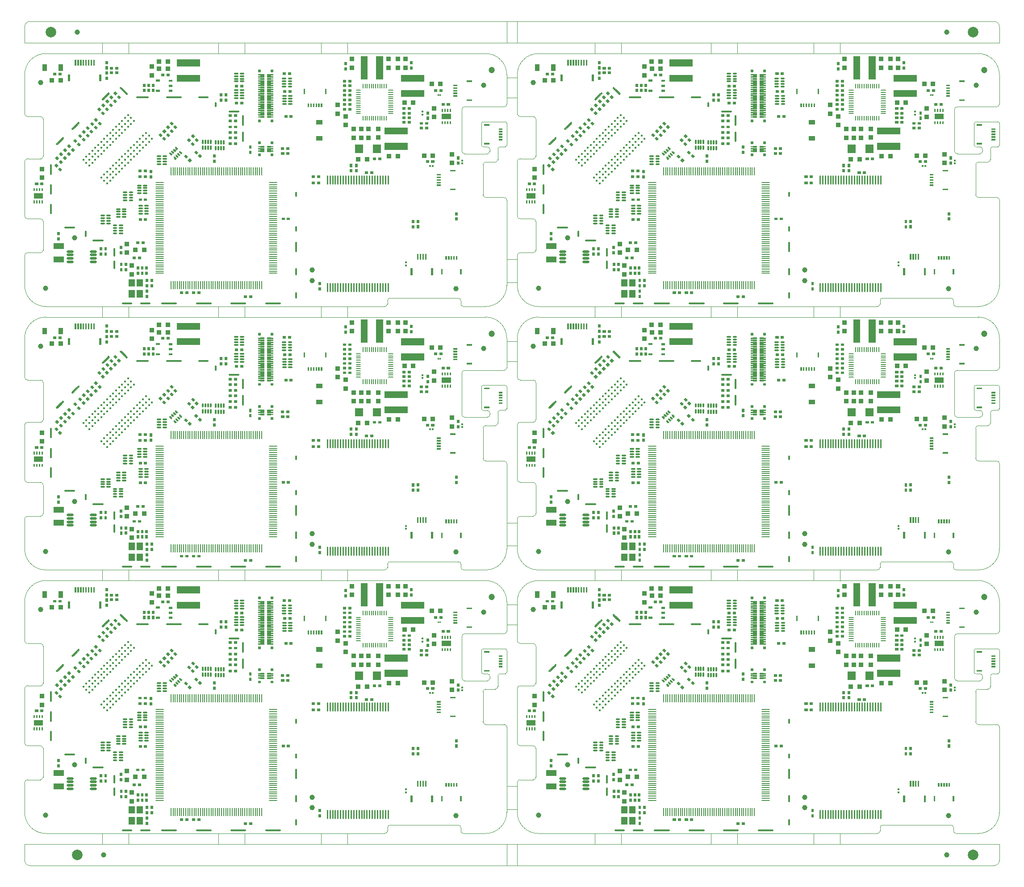
<source format=gtp>
*
%FSLAX26Y26*%
%MOIN*%
%ADD10R,0.035430X0.035430*%
%ADD11R,0.019690X0.019690*%
%ADD12R,0.009840X0.009840*%
%ADD13R,0.039370X0.039370*%
%ADD14R,0.009060X0.009060*%
%ADD15R,0.011810X0.011810*%
%ADD16C,0.001000*%
%ADD17C,0.002000*%
%ADD18C,0.004000*%
%ADD19C,0.008000*%
%ADD20C,0.013780*%
%ADD21R,0.059840X0.059840*%
%ADD22C,0.047240*%
%ADD23R,0.043310X0.043310*%
%ADD24C,0.012000*%
%ADD25C,0.039370*%
%ADD26C,0.007870*%
%ADD27R,0.016540X0.016540*%
%ADD28R,0.051180X0.051180*%
%ADD29C,0.015750*%
%ADD30R,0.015750X0.015750*%
%ADD31C,0.010830*%
%ADD32R,0.047240X0.047240*%
%ADD33R,0.018500X0.018500*%
%ADD34R,0.009450X0.009450*%
%ADD35R,0.013780X0.013780*%
%ADD36C,0.020470*%
%ADD37R,0.033470X0.033470*%
%ADD38C,0.003937*%
%ADD39C,0.078740*%
%IPPOS*%
%LNsz06c02893a0.gtp*%
%LPD*%
G75*
G54D10*
X129000Y1201654D03*
Y1266654D03*
X3187940Y1312654D03*
Y1377654D03*
X764000Y706644D03*
Y641644D03*
X2638480Y1566654D03*
Y1501654D03*
X800160Y546284D03*
Y481284D03*
X2456930Y1500964D03*
Y1565964D03*
X2841930Y2023484D03*
Y2088484D03*
X2396930Y1660964D03*
Y1595964D03*
X2336930Y1680964D03*
Y1745964D03*
X2716930Y2088484D03*
Y2023484D03*
X2566930Y1565964D03*
Y1500964D03*
X948500Y1967394D03*
Y2032394D03*
X2441930Y2023484D03*
Y2088484D03*
X2511930Y1500964D03*
Y1565964D03*
X2786930Y2088484D03*
Y2023484D03*
X3055120Y1721474D03*
Y1656474D03*
G54D11*
X126715Y1156154D02*
X130645D01*
X87345D02*
X91275D01*
X3064965Y1853894D02*
X3068895D01*
X3104335D02*
X3108265D01*
X1685205Y312154D02*
X1689135D01*
X1645825D02*
X1649755D01*
X854645Y603464D02*
X858575D01*
X815275D02*
X819205D01*
X2193015Y1162984D02*
X2196945D01*
X2153645D02*
X2157575D01*
X262205Y1975154D02*
X266135D01*
X222825D02*
X226755D01*
X1572235Y1499074D02*
X1576165D01*
X1532865D02*
X1536795D01*
X3044195Y1322154D02*
X3048125D01*
X3004825D02*
X3008755D01*
X1170275Y343464D02*
X1174205D01*
X1209645D02*
X1213575D01*
X1299645D02*
X1303575D01*
X1260275D02*
X1264205D01*
X861145Y1038324D02*
X865075D01*
X900515D02*
X904445D01*
X900495Y891154D02*
X904425D01*
X861125D02*
X865055D01*
X2649645Y1343464D02*
X2653575D01*
X2610275D02*
X2614205D01*
X2385275Y1818464D02*
X2389205D01*
X2424645D02*
X2428575D01*
X2385275Y1923464D02*
X2389205D01*
X2424645D02*
X2428575D01*
X1029845Y1970894D02*
X1033775D01*
X1069215D02*
X1073145D01*
X1967215Y894894D02*
X1971145D01*
X1927845D02*
X1931775D01*
X2830275Y1616154D02*
X2834205D01*
X2869645D02*
X2873575D01*
X2385275Y1888464D02*
X2389205D01*
X2424645D02*
X2428575D01*
X1572615Y1581534D02*
X1576545D01*
X1533245D02*
X1537175D01*
X1532315Y1625204D02*
X1536245D01*
X1571685D02*
X1575615D01*
X843345Y715144D02*
X847275D01*
X882715D02*
X886645D01*
X2424645Y1713464D02*
X2428575D01*
X2385275D02*
X2389205D01*
X2424645Y1748464D02*
X2428575D01*
X2385275D02*
X2389205D01*
X2830275Y1718464D02*
X2834205D01*
X2869645D02*
X2873575D01*
X686215Y1985894D02*
X690145D01*
X646845D02*
X650775D01*
X646845Y2020894D02*
X650775D01*
X686215D02*
X690145D01*
X2830285Y1684364D02*
X2834215D01*
X2869655D02*
X2873585D01*
X2869655Y1650264D02*
X2873585D01*
X2830285D02*
X2834215D01*
X2424645Y1853464D02*
X2428575D01*
X2385275D02*
X2389205D01*
X2589645Y1240984D02*
X2593575D01*
X2550275D02*
X2554205D01*
X2153645Y1208984D02*
X2157575D01*
X2193015D02*
X2196945D01*
X1936845Y1978894D02*
X1940775D01*
X1976215D02*
X1980145D01*
X1923995Y1384144D02*
X1927925D01*
X1963365D02*
X1967295D01*
X1939845Y1846894D02*
X1943775D01*
X1979215D02*
X1983145D01*
X1963215Y1420894D02*
X1967145D01*
X1923845D02*
X1927775D01*
X858475Y1208804D02*
X862405D01*
X897845D02*
X901775D01*
X897835Y1251814D02*
X901765D01*
X858465D02*
X862395D01*
X2958825Y1572154D02*
X2962755D01*
X2998195D02*
X3002125D01*
X1619205Y1761154D02*
X1623135D01*
X1579825D02*
X1583755D01*
X2998195Y1608154D02*
X3002125D01*
X2958825D02*
X2962755D01*
X1947845Y1659894D02*
X1951775D01*
X1987215D02*
X1991145D01*
X1579825Y1886154D02*
X1583755D01*
X1619205D02*
X1623135D01*
X1531795Y1666424D02*
X1535725D01*
X1571165D02*
X1575095D01*
X1533245Y1541034D02*
X1537175D01*
X1572615D02*
X1576545D01*
X1572235Y1455074D02*
X1576165D01*
X1532865D02*
X1536795D01*
X2385275Y1783464D02*
X2389205D01*
X2424645D02*
X2428575D01*
X3160795Y1749094D02*
X3164725D01*
X3121425D02*
X3125355D01*
G54D12*
X72000Y1015249D02*
Y1027059D01*
X91680Y1015249D02*
Y1027059D01*
X111370Y1015249D02*
Y1027059D01*
X131050Y1015249D02*
Y1027059D01*
Y1107769D02*
Y1119579D01*
X111370Y1107769D02*
Y1119579D01*
X91680Y1107769D02*
Y1119579D01*
X72000Y1107769D02*
Y1119579D01*
X3118200Y1699439D02*
Y1711249D01*
X3137880Y1699439D02*
Y1711249D01*
X3157570Y1699439D02*
Y1711249D01*
X3177250Y1699439D02*
Y1711249D01*
Y1606919D02*
Y1618729D01*
X3157570Y1606919D02*
Y1618729D01*
X3137880Y1606919D02*
Y1618729D01*
X3118200Y1606919D02*
Y1618729D01*
G54D13*
X87750Y1067414D02*
X115310D01*
X3133940Y1659084D02*
X3161500D01*
G54D14*
X3086970Y1817779D02*
Y1820529D01*
X3100940Y1817779D02*
Y1820529D01*
G54D10*
X3038370Y1903204D03*
X3103370D03*
X203980Y1930154D03*
X268980D03*
X3046980Y1368154D03*
X2981980D03*
X2719430Y1363464D03*
X2784430D03*
X2489430Y1338464D03*
X2554430D03*
X2899430Y1763464D03*
X2834430D03*
X1069000Y2015894D03*
X1004000D03*
X891500Y662144D03*
X826500D03*
X1068000Y2070894D03*
X1003000D03*
G54D15*
X3206615Y1812674D02*
X3222365D01*
X3206615Y1832364D02*
X3222365D01*
X3206615Y1852044D02*
X3222365D01*
X3206615Y1871724D02*
X3222365D01*
X3206615Y1891414D02*
X3222365D01*
X3545775Y1565524D02*
X3561525D01*
X3545775Y1545844D02*
X3561525D01*
X3545775Y1526154D02*
X3561525D01*
X3545775Y1506464D02*
X3561525D01*
X3545775Y1486784D02*
X3561525D01*
X3083475Y1145674D02*
X3099225D01*
X3083475Y1165354D02*
X3099225D01*
X3083475Y1185044D02*
X3099225D01*
X3083475Y1204724D02*
X3099225D01*
X3083475Y1224414D02*
X3099225D01*
X3305040Y1781574D02*
X3332600D01*
X3305040Y1922514D02*
X3332600D01*
X3435540Y1596624D02*
X3463100D01*
X3435540Y1455684D02*
X3463100D01*
X3181900Y1114564D02*
X3209460D01*
X3181900Y1255514D02*
X3209460D01*
G54D16*
X722105Y1877396D02*
X767331Y1832169D01*
X758295Y1823133D01*
X713069Y1868359D01*
X722105Y1877396D01*
G54D17*
X713754Y1868359D02*
X730456D01*
X749944Y1832169D02*
X766646D01*
G54D18*
X717190Y1870359D02*
X727020D01*
X720062Y1873231D02*
X724148D01*
G54D17*
X713776Y1868359D02*
X722105Y1876688D01*
X731142Y1867652D01*
G54D18*
X715190Y1868359D02*
X722105Y1875274D01*
X730434Y1866945D01*
G54D19*
X750208Y1836169D02*
X758381D01*
X743161Y1843217D02*
X751334D01*
X736113Y1850264D02*
X744287D01*
X729066Y1857312D02*
X737239D01*
X722019Y1864359D02*
X730192D01*
G54D17*
X749258Y1832876D02*
X713776Y1868359D01*
X731142Y1867652D02*
X766624Y1832169D01*
G54D19*
X751380Y1834998D02*
X718019Y1868359D01*
X729020Y1865531D02*
X762381Y1832169D01*
G54D18*
X756252Y1827298D02*
X760338D01*
X753380Y1830169D02*
X763210D01*
G54D17*
X758295Y1823840D02*
X749258Y1832876D01*
X766624Y1832169D02*
X758295Y1823840D01*
G54D18*
Y1825254D02*
X749966Y1833584D01*
X765210Y1832169D02*
X758295Y1825254D01*
G54D20*
X763170Y1827294D03*
X717230Y1873234D03*
X838775Y1803154D02*
X919485D01*
X1062005D02*
X1166335D01*
X1802165Y263774D02*
X1906495D01*
X1542325D02*
X1646655D01*
X1286415D02*
X1390745D01*
X1026575D02*
X1130905D01*
X1302170Y1803144D02*
X1367130D01*
X1530510Y1696844D02*
X1595470D01*
X869100Y263774D02*
X934060D01*
X731300D02*
X796260D01*
X1425200Y1735229D02*
Y1760819D01*
X2027560Y806099D02*
Y831689D01*
X1629920Y1597434D02*
Y1662395D01*
Y1475394D02*
Y1540355D01*
X2027560Y652554D02*
Y717515D01*
X196850Y936024D02*
Y1000985D01*
Y1081694D02*
Y1146655D01*
Y1231294D02*
Y1296255D01*
X2027560Y1067909D02*
Y1089559D01*
Y479324D02*
Y520664D01*
Y306104D02*
Y339564D01*
X456690Y766734D02*
Y800194D01*
X669290Y526569D02*
Y575779D01*
Y621059D02*
Y670269D01*
X512290Y732284D02*
X581190D01*
X301770Y830704D02*
X370670D01*
G54D16*
X622625Y1838025D02*
X631661Y1828989D01*
X586435Y1783763D01*
X577399Y1792799D01*
X622625Y1838025D01*
G54D17*
X614274Y1828989D02*
X630976D01*
X578084Y1792799D02*
X594787D01*
G54D19*
X586349Y1796799D02*
X594522D01*
X593396Y1803847D02*
X601569D01*
X600443Y1810894D02*
X608617D01*
X607491Y1817942D02*
X615664D01*
X614538Y1824989D02*
X622712D01*
G54D17*
X578106Y1792799D02*
X613588Y1828282D01*
X630954Y1828989D02*
X595472Y1793506D01*
G54D19*
X582349Y1792799D02*
X615710Y1826161D01*
X626712Y1828989D02*
X593350Y1795628D01*
G54D18*
X584392Y1787928D02*
X588478D01*
X581520Y1790799D02*
X591350D01*
G54D17*
X586435Y1784470D02*
X578106Y1792799D01*
X595472Y1793506D02*
X586435Y1784470D01*
G54D18*
Y1785884D02*
X579520Y1792799D01*
X594764Y1794213D02*
X586435Y1785884D01*
X617710Y1830989D02*
X627540D01*
X620582Y1833861D02*
X624668D01*
G54D17*
X613588Y1828282D02*
X622625Y1837318D01*
X630954Y1828989D01*
G54D18*
X614296Y1827575D02*
X622625Y1835904D01*
X629540Y1828989D01*
G54D20*
X581560Y1787924D03*
X627500Y1833864D03*
G54D16*
X396605Y1616256D02*
X405641Y1607219D01*
X360415Y1561993D01*
X351379Y1571029D01*
X396605Y1616256D01*
G54D17*
X388254Y1607219D02*
X404956D01*
X352064Y1571029D02*
X368767D01*
G54D19*
X360329Y1575029D02*
X368502D01*
X367376Y1582077D02*
X375549D01*
X374423Y1589124D02*
X382597D01*
X381471Y1596172D02*
X389644D01*
X388518Y1603219D02*
X396692D01*
G54D17*
X352086Y1571029D02*
X387569Y1606512D01*
X404934Y1607219D02*
X369452Y1571736D01*
G54D19*
X356329Y1571029D02*
X389690Y1604391D01*
X400692Y1607219D02*
X367330Y1573858D01*
G54D18*
X358372Y1566158D02*
X362458D01*
X355500Y1569029D02*
X365330D01*
G54D17*
X360415Y1562700D02*
X352086Y1571029D01*
X369452Y1571736D02*
X360415Y1562700D01*
G54D18*
Y1564114D02*
X353500Y1571029D01*
X368744Y1572444D02*
X360415Y1564114D01*
X391690Y1609219D02*
X401520D01*
X394562Y1612091D02*
X398648D01*
G54D17*
X387569Y1606512D02*
X396605Y1615548D01*
X404934Y1607219D01*
G54D18*
X388276Y1605805D02*
X396605Y1614134D01*
X403520Y1607219D01*
G54D20*
X355540Y1566154D03*
X401480Y1612094D03*
G54D16*
X280595Y1503266D02*
X289631Y1494229D01*
X244405Y1449003D01*
X235369Y1458039D01*
X280595Y1503266D01*
G54D17*
X272244Y1494229D02*
X288946D01*
X236054Y1458039D02*
X252756D01*
G54D19*
X244319Y1462039D02*
X252492D01*
X251366Y1469087D02*
X259539D01*
X258413Y1476134D02*
X266587D01*
X265461Y1483182D02*
X273634D01*
X272508Y1490229D02*
X280681D01*
G54D17*
X236076Y1458039D02*
X271558Y1493522D01*
X288924Y1494229D02*
X253442Y1458746D01*
G54D19*
X240319Y1458039D02*
X273680Y1491401D01*
X284681Y1494229D02*
X251320Y1460868D01*
G54D18*
X242362Y1453168D02*
X246448D01*
X239490Y1456039D02*
X249320D01*
G54D17*
X244405Y1449710D02*
X236076Y1458039D01*
X253442Y1458746D02*
X244405Y1449710D01*
G54D18*
Y1451124D02*
X237490Y1458039D01*
X252734Y1459454D02*
X244405Y1451124D01*
X275680Y1496229D02*
X285510D01*
X278552Y1499101D02*
X282638D01*
G54D17*
X271558Y1493522D02*
X280595Y1502558D01*
X288924Y1494229D01*
G54D18*
X272266Y1492815D02*
X280595Y1501144D01*
X287510Y1494229D01*
G54D20*
X239530Y1453164D03*
X285470Y1499104D03*
G54D21*
X2494610Y1416889D02*
Y1420039D01*
X2629250Y1416889D02*
Y1420039D01*
G54D22*
X3487000Y2006144D03*
G54D11*
X949480Y432179D02*
Y436109D01*
Y392809D02*
Y396739D01*
X3221480Y891509D02*
Y895439D01*
Y930879D02*
Y934809D01*
X2936480Y873879D02*
Y877809D01*
Y834509D02*
Y838439D01*
X2900400Y873229D02*
Y877159D01*
Y833859D02*
Y837789D01*
X909650Y525869D02*
Y529799D01*
Y486499D02*
Y490429D01*
X1684480Y1390509D02*
Y1394439D01*
Y1429869D02*
Y1433799D01*
X2436930Y1291179D02*
Y1295109D01*
Y1251809D02*
Y1255739D01*
X612500Y1981619D02*
Y1985549D01*
Y1942239D02*
Y1946169D01*
Y2060619D02*
Y2064549D01*
Y2021239D02*
Y2025169D01*
X877650Y486499D02*
Y490429D01*
Y525869D02*
Y529799D01*
X943120Y1207149D02*
Y1211079D01*
Y1246519D02*
Y1250449D01*
X1466500Y1818619D02*
Y1822549D01*
Y1779239D02*
Y1783169D01*
X3235480Y1308509D02*
Y1312439D01*
Y1347869D02*
Y1351799D01*
X2476930Y1291179D02*
Y1295109D01*
Y1251809D02*
Y1255739D01*
X719000Y639499D02*
Y643429D01*
Y678869D02*
Y682799D01*
X1416520Y1361799D02*
Y1365729D01*
Y1322429D02*
Y1326359D01*
X913930Y312809D02*
Y316739D01*
Y352179D02*
Y356109D01*
Y392809D02*
Y396739D01*
Y432179D02*
Y436109D01*
X2886930Y2019329D02*
Y2023259D01*
Y2058699D02*
Y2062629D01*
X755630Y513419D02*
Y517349D01*
Y552789D02*
Y556719D01*
X925480Y1851499D02*
Y1855429D01*
Y1890879D02*
Y1894809D01*
X721010Y513229D02*
Y517159D01*
Y552599D02*
Y556529D01*
X959480Y1851499D02*
Y1855429D01*
Y1890879D02*
Y1894809D01*
X891480Y1851499D02*
Y1855429D01*
Y1890879D02*
Y1894809D01*
X2396930Y2014329D02*
Y2018259D01*
Y2053699D02*
Y2057629D01*
X844650Y525859D02*
Y529789D01*
Y486489D02*
Y490419D01*
X3010650Y1683869D02*
Y1687799D01*
Y1644499D02*
Y1648429D01*
X1501500Y1779239D02*
Y1783169D01*
Y1818619D02*
Y1822549D01*
X2203930Y369339D02*
Y373269D01*
Y408709D02*
Y412639D01*
X604480Y629509D02*
Y633439D01*
Y668879D02*
Y672809D01*
X252930Y783329D02*
Y787259D01*
Y743959D02*
Y747889D01*
X569480Y629509D02*
Y633439D01*
Y668879D02*
Y672809D01*
G54D23*
X238185Y592394D02*
X269675D01*
X238185Y690824D02*
X269675D01*
G54D24*
X1569750Y1855684D02*
X1588750D01*
X1569750Y1835994D02*
X1588750D01*
X1569750Y1816314D02*
X1588750D01*
X1569750Y1796624D02*
X1588750D01*
X1614230D02*
X1633230D01*
X1614230Y1816314D02*
X1633230D01*
X1614230Y1835994D02*
X1633230D01*
X1614230Y1855684D02*
X1633230D01*
X992790Y1363604D02*
X1011790D01*
X992790Y1343914D02*
X1011790D01*
X992790Y1324234D02*
X1011790D01*
X992790Y1304544D02*
X1011790D01*
X1037270D02*
X1056270D01*
X1037270Y1324234D02*
X1056270D01*
X1037270Y1343914D02*
X1056270D01*
X1037270Y1363604D02*
X1056270D01*
X740790Y1093604D02*
X759790D01*
X740790Y1073914D02*
X759790D01*
X740790Y1054234D02*
X759790D01*
X740790Y1034544D02*
X759790D01*
X785270D02*
X804270D01*
X785270Y1054234D02*
X804270D01*
X785270Y1073914D02*
X804270D01*
X785270Y1093604D02*
X804270D01*
X900360Y993724D02*
X919360D01*
X900360Y974034D02*
X919360D01*
X900360Y954354D02*
X919360D01*
X900360Y934664D02*
X919360D01*
X855880D02*
X874880D01*
X855880Y954354D02*
X874880D01*
X855880Y974034D02*
X874880D01*
X855880Y993724D02*
X874880D01*
X689420Y968184D02*
X708420D01*
X689420Y948494D02*
X708420D01*
X689420Y928814D02*
X708420D01*
X689420Y909124D02*
X708420D01*
X733900D02*
X752900D01*
X733900Y928814D02*
X752900D01*
X733900Y948494D02*
X752900D01*
X733900Y968184D02*
X752900D01*
X617270Y919604D02*
X636270D01*
X617270Y899914D02*
X636270D01*
X617270Y880234D02*
X636270D01*
X617270Y860544D02*
X636270D01*
X572790D02*
X591790D01*
X572790Y880234D02*
X591790D01*
X572790Y899914D02*
X591790D01*
X572790Y919604D02*
X591790D01*
X664790Y846604D02*
X683790D01*
X664790Y826914D02*
X683790D01*
X664790Y807234D02*
X683790D01*
X664790Y787544D02*
X683790D01*
X709270D02*
X728270D01*
X709270Y807234D02*
X728270D01*
X709270Y826914D02*
X728270D01*
X709270Y846604D02*
X728270D01*
X845790Y1144604D02*
X864790D01*
X845790Y1124914D02*
X864790D01*
X845790Y1105234D02*
X864790D01*
X845790Y1085544D02*
X864790D01*
X890270D02*
X909270D01*
X890270Y1105234D02*
X909270D01*
X890270Y1124914D02*
X909270D01*
X890270Y1144604D02*
X909270D01*
X1926750Y1883364D02*
X1945750D01*
X1926750Y1903054D02*
X1945750D01*
X1926750Y1922734D02*
X1945750D01*
X1926750Y1942424D02*
X1945750D01*
X1971230D02*
X1990230D01*
X1971230Y1922734D02*
X1990230D01*
X1971230Y1903054D02*
X1990230D01*
X1971230Y1883364D02*
X1990230D01*
X1569750Y1980684D02*
X1588750D01*
X1569750Y1960994D02*
X1588750D01*
X1569750Y1941314D02*
X1588750D01*
X1569750Y1921624D02*
X1588750D01*
X1614230D02*
X1633230D01*
X1614230Y1941314D02*
X1633230D01*
X1614230Y1960994D02*
X1633230D01*
X1614230Y1980684D02*
X1633230D01*
X1929750Y1754364D02*
X1948750D01*
X1929750Y1774054D02*
X1948750D01*
X1929750Y1793734D02*
X1948750D01*
X1929750Y1813424D02*
X1948750D01*
X1974230D02*
X1993230D01*
X1974230Y1793734D02*
X1993230D01*
X1974230Y1774054D02*
X1993230D01*
X1974230Y1754364D02*
X1993230D01*
G54D25*
X118110Y1913384D03*
X3425200Y1893694D03*
X2145670Y511804D03*
Y433064D03*
X374020Y751964D03*
X157480Y377954D03*
X3220470Y374014D03*
G54D26*
X2698540Y1632634D02*
Y1664134D01*
X2682800Y1632634D02*
Y1664134D01*
X2667050Y1632634D02*
Y1664134D01*
X2651300Y1632634D02*
Y1664134D01*
X2635550Y1632634D02*
Y1664134D01*
X2619800Y1632634D02*
Y1664134D01*
X2604050Y1632634D02*
Y1664134D01*
X2588310Y1632634D02*
Y1664134D01*
X2572560Y1632634D02*
Y1664134D01*
X2556810Y1632634D02*
Y1664134D01*
X2541060Y1632634D02*
Y1664134D01*
X2525320Y1632634D02*
Y1664134D01*
Y1872794D02*
Y1904294D01*
X2541060Y1872794D02*
Y1904294D01*
X2556810Y1872794D02*
Y1904294D01*
X2572560Y1872794D02*
Y1904294D01*
X2588310Y1872794D02*
Y1904294D01*
X2604050Y1872794D02*
Y1904294D01*
X2619800Y1872794D02*
Y1904294D01*
X2635550Y1872794D02*
Y1904294D01*
X2651300Y1872794D02*
Y1904294D01*
X2667050Y1872794D02*
Y1904294D01*
X2682800Y1872794D02*
Y1904294D01*
X2698540Y1872794D02*
Y1904294D01*
X2476100Y1681844D02*
X2507600D01*
X2476100Y1697594D02*
X2507600D01*
X2476100Y1713344D02*
X2507600D01*
X2476100Y1729094D02*
X2507600D01*
X2476100Y1744844D02*
X2507600D01*
X2476100Y1760584D02*
X2507600D01*
X2476100Y1776334D02*
X2507600D01*
X2476100Y1792084D02*
X2507600D01*
X2476100Y1807834D02*
X2507600D01*
X2476100Y1823584D02*
X2507600D01*
X2476100Y1839324D02*
X2507600D01*
X2476100Y1855074D02*
X2507600D01*
X2716260D02*
X2747760D01*
X2716260Y1839324D02*
X2747760D01*
X2716260Y1823584D02*
X2747760D01*
X2716260Y1807834D02*
X2747760D01*
X2716260Y1792084D02*
X2747760D01*
X2716260Y1776334D02*
X2747760D01*
X2716260Y1760584D02*
X2747760D01*
X2716260Y1744844D02*
X2747760D01*
X2716260Y1729094D02*
X2747760D01*
X2716260Y1713344D02*
X2747760D01*
X2716260Y1697594D02*
X2747760D01*
X2716260Y1681844D02*
X2747760D01*
G36*
X558990Y1697684D02*
X542290Y1714384D01*
X556210Y1728304D01*
X572910Y1711604D01*
X558990Y1697684D01*
G37*
G36*
X586830Y1669844D02*
X570130Y1686544D01*
X584050Y1700464D01*
X600750Y1683764D01*
X586830Y1669844D01*
G37*
G36*
X616830Y1699844D02*
X600130Y1716544D01*
X614050Y1730464D01*
X630750Y1713764D01*
X616830Y1699844D01*
G37*
G36*
X588990Y1727684D02*
X572290Y1744384D01*
X586210Y1758304D01*
X602910Y1741604D01*
X588990Y1727684D01*
G37*
G36*
X618990Y1757684D02*
X602290Y1774384D01*
X616210Y1788304D01*
X632910Y1771604D01*
X618990Y1757684D01*
G37*
G36*
X646830Y1729844D02*
X630130Y1746544D01*
X644050Y1760464D01*
X660750Y1743764D01*
X646830Y1729844D01*
G37*
G36*
X676830Y1759844D02*
X660130Y1776544D01*
X674050Y1790464D01*
X690750Y1773764D01*
X676830Y1759844D01*
G37*
G36*
X648990Y1787684D02*
X632290Y1804384D01*
X646210Y1818304D01*
X662910Y1801604D01*
X648990Y1787684D01*
G37*
G36*
X678990Y1817684D02*
X662290Y1834384D01*
X676210Y1848304D01*
X692910Y1831604D01*
X678990Y1817684D01*
G37*
G36*
X706830Y1789844D02*
X690130Y1806544D01*
X704050Y1820464D01*
X720750Y1803764D01*
X706830Y1789844D01*
G37*
G36*
X1310830Y1348844D02*
X1294130Y1365544D01*
X1308050Y1379464D01*
X1324750Y1362764D01*
X1310830Y1348844D01*
G37*
G36*
X1282990Y1376684D02*
X1266290Y1393384D01*
X1280210Y1407304D01*
X1296910Y1390604D01*
X1282990Y1376684D01*
G37*
G36*
X1206010Y1345654D02*
X1189310Y1362354D01*
X1203230Y1376274D01*
X1219930Y1359574D01*
X1206010Y1345654D01*
G37*
G36*
X1233850Y1317814D02*
X1217150Y1334514D01*
X1231070Y1348434D01*
X1247770Y1331734D01*
X1233850Y1317814D01*
G37*
G36*
X504990Y1590684D02*
X488290Y1607384D01*
X502210Y1621304D01*
X518910Y1604604D01*
X504990Y1590684D01*
G37*
G36*
X532830Y1562844D02*
X516130Y1579544D01*
X530050Y1593464D01*
X546750Y1576764D01*
X532830Y1562844D01*
G37*
G36*
X499830Y1532844D02*
X483130Y1549544D01*
X497050Y1563464D01*
X513750Y1546764D01*
X499830Y1532844D01*
G37*
G36*
X471990Y1560684D02*
X455290Y1577384D01*
X469210Y1591304D01*
X485910Y1574604D01*
X471990Y1560684D01*
G37*
G36*
X266830Y1249844D02*
X250130Y1266544D01*
X264050Y1280464D01*
X280750Y1263764D01*
X266830Y1249844D01*
G37*
G36*
X238990Y1277684D02*
X222290Y1294384D01*
X236210Y1308304D01*
X252910Y1291604D01*
X238990Y1277684D01*
G37*
G36*
X243990Y1332684D02*
X227290Y1349384D01*
X241210Y1363304D01*
X257910Y1346604D01*
X243990Y1332684D01*
G37*
G36*
X271830Y1304844D02*
X255130Y1321544D01*
X269050Y1335464D01*
X285750Y1318764D01*
X271830Y1304844D01*
G37*
G36*
X301830Y1334844D02*
X285130Y1351544D01*
X299050Y1365464D01*
X315750Y1348764D01*
X301830Y1334844D01*
G37*
G36*
X273990Y1362684D02*
X257290Y1379384D01*
X271210Y1393304D01*
X287910Y1376604D01*
X273990Y1362684D01*
G37*
G36*
X303990Y1392684D02*
X287290Y1409384D01*
X301210Y1423304D01*
X317910Y1406604D01*
X303990Y1392684D01*
G37*
G36*
X331830Y1364844D02*
X315130Y1381544D01*
X329050Y1395464D01*
X345750Y1378764D01*
X331830Y1364844D01*
G37*
G36*
X361830Y1394844D02*
X345130Y1411544D01*
X359050Y1425464D01*
X375750Y1408764D01*
X361830Y1394844D01*
G37*
G36*
X333990Y1422684D02*
X317290Y1439384D01*
X331210Y1453304D01*
X347910Y1436604D01*
X333990Y1422684D01*
G37*
G36*
X442830Y1472844D02*
X426130Y1489544D01*
X440050Y1503464D01*
X456750Y1486764D01*
X442830Y1472844D01*
G37*
G36*
X414990Y1500684D02*
X398290Y1517384D01*
X412210Y1531304D01*
X428910Y1514604D01*
X414990Y1500684D01*
G37*
G36*
X377990Y1463684D02*
X361290Y1480384D01*
X375210Y1494304D01*
X391910Y1477604D01*
X377990Y1463684D01*
G37*
G36*
X405830Y1435844D02*
X389130Y1452544D01*
X403050Y1466464D01*
X419750Y1449764D01*
X405830Y1435844D01*
G37*
G36*
X1098990Y1593684D02*
X1082290Y1610384D01*
X1096210Y1624304D01*
X1112910Y1607604D01*
X1098990Y1593684D01*
G37*
G36*
X1126830Y1565844D02*
X1110130Y1582544D01*
X1124050Y1596464D01*
X1140750Y1579764D01*
X1126830Y1565844D01*
G37*
G36*
X1099830Y1536844D02*
X1083130Y1553544D01*
X1097050Y1567464D01*
X1113750Y1550764D01*
X1099830Y1536844D01*
G37*
G36*
X1071990Y1564684D02*
X1055290Y1581384D01*
X1069210Y1595304D01*
X1085910Y1578604D01*
X1071990Y1564684D01*
G37*
G36*
X1043990Y1534684D02*
X1027290Y1551384D01*
X1041210Y1565304D01*
X1057910Y1548604D01*
X1043990Y1534684D01*
G37*
G36*
X1071830Y1506844D02*
X1055130Y1523544D01*
X1069050Y1537464D01*
X1085750Y1520764D01*
X1071830Y1506844D01*
G37*
G36*
X1042830Y1478844D02*
X1026130Y1495544D01*
X1040050Y1509464D01*
X1056750Y1492764D01*
X1042830Y1478844D01*
G37*
G36*
X1014990Y1506684D02*
X998290Y1523384D01*
X1012210Y1537304D01*
X1028910Y1520604D01*
X1014990Y1506684D01*
G37*
G36*
X1227990Y1467684D02*
X1211290Y1484384D01*
X1225210Y1498304D01*
X1241910Y1481604D01*
X1227990Y1467684D01*
G37*
G36*
X1255830Y1439844D02*
X1239130Y1456544D01*
X1253050Y1470464D01*
X1269750Y1453764D01*
X1255830Y1439844D01*
G37*
G36*
X1285830Y1469844D02*
X1269130Y1486544D01*
X1283050Y1500464D01*
X1299750Y1483764D01*
X1285830Y1469844D01*
G37*
G36*
X1257990Y1497684D02*
X1241290Y1514384D01*
X1255210Y1528304D01*
X1271910Y1511604D01*
X1257990Y1497684D01*
G37*
G36*
X533990Y1620684D02*
X517290Y1637384D01*
X531210Y1651304D01*
X547910Y1634604D01*
X533990Y1620684D01*
G37*
G36*
X561830Y1592844D02*
X545130Y1609544D01*
X559050Y1623464D01*
X575750Y1606764D01*
X561830Y1592844D01*
G37*
G36*
X443990Y1530684D02*
X427290Y1547384D01*
X441210Y1561304D01*
X457910Y1544604D01*
X443990Y1530684D01*
G37*
G36*
X471830Y1502844D02*
X455130Y1519544D01*
X469050Y1533464D01*
X485750Y1516764D01*
X471830Y1502844D01*
G37*
G54D15*
X2954720Y596844D02*
Y628344D01*
X2974410Y596844D02*
Y628344D01*
X2994090Y596844D02*
Y628344D01*
X2935040Y596844D02*
Y628344D01*
X398900Y2044484D02*
Y2075984D01*
X418580Y2044484D02*
Y2075984D01*
X438270Y2044484D02*
Y2075984D01*
X457950Y2044484D02*
Y2075984D01*
X477640Y2044484D02*
Y2075984D01*
X497320Y2044484D02*
Y2075984D01*
X517010Y2044484D02*
Y2075984D01*
X379210Y2044484D02*
Y2075984D01*
G54D27*
X2887010Y482284D02*
Y516924D01*
X3042130Y482284D02*
Y516924D01*
X331180Y1929924D02*
Y1964564D01*
X565040Y1929924D02*
Y1964564D01*
G54D15*
X2216540Y1734249D02*
Y1749999D01*
X2196850Y1734249D02*
Y1749999D01*
X2177170Y1734249D02*
Y1749999D01*
X2157480Y1734249D02*
Y1749999D01*
X2137790Y1734249D02*
Y1749999D01*
X2118110Y1734249D02*
Y1749999D01*
X3224410Y595469D02*
Y611219D01*
X3204720Y595469D02*
Y611219D01*
X3185040Y595469D02*
Y611219D01*
X3165350Y595469D02*
Y611219D01*
X3145670Y595469D02*
Y611219D01*
X2247640Y1832674D02*
Y1860234D01*
X2087010Y1832674D02*
Y1860234D01*
X3255510Y485234D02*
Y512794D01*
X3114570Y485234D02*
Y512794D01*
G54D28*
X2835905Y1831374D02*
X2957955D01*
X2835905Y1945544D02*
X2957955D01*
X1162475Y1945804D02*
X1284525D01*
X1162475Y2059984D02*
X1284525D01*
X2710905Y1550544D02*
X2832955D01*
X2710905Y1436374D02*
X2832955D01*
G54D24*
X1486050Y1413314D02*
Y1432314D01*
X1466360Y1413314D02*
Y1432314D01*
X1446680Y1413314D02*
Y1432314D01*
X1426990Y1413314D02*
Y1432314D01*
Y1457794D02*
Y1476794D01*
X1446680Y1457794D02*
Y1476794D01*
X1466360Y1457794D02*
Y1476794D01*
X1486050Y1457794D02*
Y1476794D01*
X1390040Y1460804D02*
Y1479804D01*
X1370350Y1460804D02*
Y1479804D01*
X1350670Y1460804D02*
Y1479804D01*
X1330980Y1460804D02*
Y1479804D01*
Y1416324D02*
Y1435324D01*
X1350670Y1416324D02*
Y1435324D01*
X1370350Y1416324D02*
Y1435324D01*
X1390040Y1416324D02*
Y1435324D01*
G54D16*
X1160655Y1400477D02*
X1173383Y1387749D01*
X1165605Y1379971D01*
X1152877Y1392699D01*
X1160655Y1400477D01*
G54D17*
X1153562Y1392699D02*
X1167748D01*
X1158512Y1387749D02*
X1172698D01*
G54D18*
X1156998Y1394699D02*
X1164312D01*
X1159241Y1396942D02*
X1162069D01*
G54D17*
X1153584Y1392699D02*
X1160655Y1399770D01*
X1168433Y1391992D01*
G54D18*
X1154998Y1392699D02*
X1160655Y1398356D01*
X1167726Y1391285D01*
G54D17*
X1157534Y1388749D02*
X1171676D01*
X1156059Y1390224D02*
X1170201D01*
X1154584Y1391699D02*
X1168726D01*
X1157827Y1388456D02*
X1153584Y1392699D01*
X1168433Y1391992D02*
X1172676Y1387749D01*
G54D18*
X1164191Y1383507D02*
X1167019D01*
X1161948Y1385749D02*
X1169262D01*
G54D17*
X1165605Y1380678D02*
X1157827Y1388456D01*
X1172676Y1387749D02*
X1165605Y1380678D01*
G54D18*
Y1382093D02*
X1158534Y1389163D01*
X1171262Y1387749D02*
X1165605Y1382093D01*
G54D24*
X1156410Y1396944D03*
X1169850Y1383504D03*
G54D16*
X1146735Y1386557D02*
X1159463Y1373829D01*
X1151685Y1366051D01*
X1138957Y1378779D01*
X1146735Y1386557D01*
G54D17*
X1139642Y1378779D02*
X1153828D01*
X1144592Y1373829D02*
X1158778D01*
G54D18*
X1143078Y1380779D02*
X1150392D01*
X1145321Y1383022D02*
X1148149D01*
G54D17*
X1139664Y1378779D02*
X1146735Y1385850D01*
X1154513Y1378072D01*
G54D18*
X1141078Y1378779D02*
X1146735Y1384436D01*
X1153806Y1377365D01*
G54D17*
X1143614Y1374829D02*
X1157756D01*
X1142139Y1376304D02*
X1156281D01*
X1140664Y1377779D02*
X1154806D01*
X1143907Y1374536D02*
X1139664Y1378779D01*
X1154513Y1378072D02*
X1158756Y1373829D01*
G54D18*
X1150271Y1369587D02*
X1153099D01*
X1148028Y1371829D02*
X1155342D01*
G54D17*
X1151685Y1366758D02*
X1143907Y1374536D01*
X1158756Y1373829D02*
X1151685Y1366758D01*
G54D18*
Y1368173D02*
X1144614Y1375244D01*
X1157342Y1373829D02*
X1151685Y1368173D01*
G54D24*
X1142490Y1383024D03*
X1155930Y1369584D03*
G54D16*
X1132815Y1372637D02*
X1145543Y1359909D01*
X1137765Y1352131D01*
X1125037Y1364859D01*
X1132815Y1372637D01*
G54D17*
X1125722Y1364859D02*
X1139908D01*
X1130672Y1359909D02*
X1144858D01*
G54D18*
X1129158Y1366859D02*
X1136472D01*
X1131401Y1369102D02*
X1134229D01*
G54D17*
X1125744Y1364859D02*
X1132815Y1371930D01*
X1140593Y1364152D01*
G54D18*
X1127158Y1364859D02*
X1132815Y1370516D01*
X1139886Y1363445D01*
G54D17*
X1129694Y1360909D02*
X1143836D01*
X1128219Y1362384D02*
X1142361D01*
X1126744Y1363859D02*
X1140886D01*
X1129987Y1360616D02*
X1125744Y1364859D01*
X1140593Y1364152D02*
X1144836Y1359909D01*
G54D18*
X1136351Y1355667D02*
X1139179D01*
X1134108Y1357909D02*
X1141422D01*
G54D17*
X1137765Y1352838D02*
X1129987Y1360616D01*
X1144836Y1359909D02*
X1137765Y1352838D01*
G54D18*
Y1354253D02*
X1130694Y1361324D01*
X1143422Y1359909D02*
X1137765Y1354253D01*
G54D24*
X1128570Y1369104D03*
X1142010Y1355664D03*
G54D16*
X1118895Y1358717D02*
X1131623Y1345989D01*
X1123845Y1338211D01*
X1111117Y1350939D01*
X1118895Y1358717D01*
G54D17*
X1111802Y1350939D02*
X1125988D01*
X1116752Y1345989D02*
X1130938D01*
G54D18*
X1115238Y1352939D02*
X1122552D01*
X1117481Y1355182D02*
X1120309D01*
G54D17*
X1111824Y1350939D02*
X1118895Y1358010D01*
X1126673Y1350232D01*
G54D18*
X1113238Y1350939D02*
X1118895Y1356596D01*
X1125966Y1349525D01*
G54D17*
X1115774Y1346989D02*
X1129916D01*
X1114299Y1348464D02*
X1128441D01*
X1112824Y1349939D02*
X1126966D01*
X1116067Y1346696D02*
X1111824Y1350939D01*
X1126673Y1350232D02*
X1130916Y1345989D01*
G54D18*
X1122431Y1341747D02*
X1125259D01*
X1120188Y1343989D02*
X1127502D01*
G54D17*
X1123845Y1338918D02*
X1116067Y1346696D01*
X1130916Y1345989D02*
X1123845Y1338918D01*
G54D18*
Y1340333D02*
X1116774Y1347404D01*
X1129502Y1345989D02*
X1123845Y1340333D01*
G54D24*
X1114650Y1355184D03*
X1128090Y1341744D03*
G54D16*
X1087445Y1390167D02*
X1100173Y1377439D01*
X1092395Y1369661D01*
X1079667Y1382389D01*
X1087445Y1390167D01*
G54D17*
X1080352Y1382389D02*
X1094538D01*
X1085302Y1377439D02*
X1099488D01*
G54D18*
X1083788Y1384389D02*
X1091102D01*
X1086031Y1386632D02*
X1088859D01*
G54D17*
X1080374Y1382389D02*
X1087445Y1389460D01*
X1095223Y1381682D01*
G54D18*
X1081788Y1382389D02*
X1087445Y1388046D01*
X1094516Y1380975D01*
G54D17*
X1084324Y1378439D02*
X1098466D01*
X1082849Y1379914D02*
X1096991D01*
X1081374Y1381389D02*
X1095516D01*
X1084617Y1378146D02*
X1080374Y1382389D01*
X1095223Y1381682D02*
X1099466Y1377439D01*
G54D18*
X1090981Y1373197D02*
X1093809D01*
X1088738Y1375439D02*
X1096052D01*
G54D17*
X1092395Y1370368D02*
X1084617Y1378146D01*
X1099466Y1377439D02*
X1092395Y1370368D01*
G54D18*
Y1371783D02*
X1085324Y1378854D01*
X1098052Y1377439D02*
X1092395Y1371783D01*
G54D24*
X1083200Y1386634D03*
X1096640Y1373194D03*
G54D16*
X1101365Y1404087D02*
X1114093Y1391359D01*
X1106315Y1383581D01*
X1093587Y1396309D01*
X1101365Y1404087D01*
G54D17*
X1094272Y1396309D02*
X1108458D01*
X1099222Y1391359D02*
X1113408D01*
G54D18*
X1097708Y1398309D02*
X1105022D01*
X1099951Y1400552D02*
X1102779D01*
G54D17*
X1094294Y1396309D02*
X1101365Y1403380D01*
X1109143Y1395602D01*
G54D18*
X1095708Y1396309D02*
X1101365Y1401966D01*
X1108436Y1394895D01*
G54D17*
X1098244Y1392359D02*
X1112386D01*
X1096769Y1393834D02*
X1110911D01*
X1095294Y1395309D02*
X1109436D01*
X1098537Y1392066D02*
X1094294Y1396309D01*
X1109143Y1395602D02*
X1113386Y1391359D01*
G54D18*
X1104901Y1387117D02*
X1107729D01*
X1102658Y1389359D02*
X1109972D01*
G54D17*
X1106315Y1384288D02*
X1098537Y1392066D01*
X1113386Y1391359D02*
X1106315Y1384288D01*
G54D18*
Y1385703D02*
X1099244Y1392774D01*
X1111972Y1391359D02*
X1106315Y1385703D01*
G54D24*
X1097120Y1400554D03*
X1110560Y1387114D03*
G54D16*
X1115285Y1418007D02*
X1128013Y1405279D01*
X1120235Y1397501D01*
X1107507Y1410229D01*
X1115285Y1418007D01*
G54D17*
X1108192Y1410229D02*
X1122378D01*
X1113142Y1405279D02*
X1127328D01*
G54D18*
X1111628Y1412229D02*
X1118942D01*
X1113871Y1414472D02*
X1116699D01*
G54D17*
X1108214Y1410229D02*
X1115285Y1417300D01*
X1123063Y1409522D01*
G54D18*
X1109628Y1410229D02*
X1115285Y1415886D01*
X1122356Y1408815D01*
G54D17*
X1112164Y1406279D02*
X1126306D01*
X1110689Y1407754D02*
X1124831D01*
X1109214Y1409229D02*
X1123356D01*
X1112457Y1405986D02*
X1108214Y1410229D01*
X1123063Y1409522D02*
X1127306Y1405279D01*
G54D18*
X1118821Y1401037D02*
X1121649D01*
X1116578Y1403279D02*
X1123892D01*
G54D17*
X1120235Y1398208D02*
X1112457Y1405986D01*
X1127306Y1405279D02*
X1120235Y1398208D01*
G54D18*
Y1399623D02*
X1113164Y1406694D01*
X1125892Y1405279D02*
X1120235Y1399623D01*
G54D24*
X1111040Y1414474D03*
X1124480Y1401034D03*
G54D16*
X1129205Y1431927D02*
X1141933Y1419199D01*
X1134155Y1411421D01*
X1121427Y1424149D01*
X1129205Y1431927D01*
G54D17*
X1122112Y1424149D02*
X1136298D01*
X1127062Y1419199D02*
X1141248D01*
G54D18*
X1125548Y1426149D02*
X1132862D01*
X1127791Y1428392D02*
X1130619D01*
G54D17*
X1122134Y1424149D02*
X1129205Y1431220D01*
X1136983Y1423442D01*
G54D18*
X1123548Y1424149D02*
X1129205Y1429806D01*
X1136276Y1422735D01*
G54D17*
X1126084Y1420199D02*
X1140226D01*
X1124609Y1421674D02*
X1138751D01*
X1123134Y1423149D02*
X1137276D01*
X1126377Y1419906D02*
X1122134Y1424149D01*
X1136983Y1423442D02*
X1141226Y1419199D01*
G54D18*
X1132741Y1414957D02*
X1135569D01*
X1130498Y1417199D02*
X1137812D01*
G54D17*
X1134155Y1412128D02*
X1126377Y1419906D01*
X1141226Y1419199D02*
X1134155Y1412128D01*
G54D18*
Y1413543D02*
X1127084Y1420613D01*
X1139812Y1419199D02*
X1134155Y1413543D01*
G54D24*
X1124960Y1428394D03*
X1138400Y1414954D03*
G54D26*
X1826185Y1165654D02*
X1883275D01*
X1826185Y1149904D02*
X1883275D01*
X1826185Y1134164D02*
X1883275D01*
X1826185Y1118414D02*
X1883275D01*
X1826185Y1102664D02*
X1883275D01*
X1826185Y1086914D02*
X1883275D01*
X1826185Y1071164D02*
X1883275D01*
X1826185Y1055424D02*
X1883275D01*
X1826185Y1039674D02*
X1883275D01*
X1826185Y1023924D02*
X1883275D01*
X1826185Y1008174D02*
X1883275D01*
X1826185Y992424D02*
X1883275D01*
X1826185Y976684D02*
X1883275D01*
X1826185Y960934D02*
X1883275D01*
X1826185Y945184D02*
X1883275D01*
X1826185Y929434D02*
X1883275D01*
X1826185Y913684D02*
X1883275D01*
X1826185Y897944D02*
X1883275D01*
X1826185Y882194D02*
X1883275D01*
X1826185Y866444D02*
X1883275D01*
X1826185Y850694D02*
X1883275D01*
X1826185Y834944D02*
X1883275D01*
X1826185Y819204D02*
X1883275D01*
X1826185Y803454D02*
X1883275D01*
X1826185Y787704D02*
X1883275D01*
X1826185Y771954D02*
X1883275D01*
X1826185Y756204D02*
X1883275D01*
X1826185Y740464D02*
X1883275D01*
X1826185Y724714D02*
X1883275D01*
X1826185Y708964D02*
X1883275D01*
X1826185Y693214D02*
X1883275D01*
X1826185Y677464D02*
X1883275D01*
X1826185Y661724D02*
X1883275D01*
X1826185Y645974D02*
X1883275D01*
X1826185Y630224D02*
X1883275D01*
X1826185Y614474D02*
X1883275D01*
X1826185Y598724D02*
X1883275D01*
X1826185Y582984D02*
X1883275D01*
X1826185Y567234D02*
X1883275D01*
X1826185Y551484D02*
X1883275D01*
X1826185Y535734D02*
X1883275D01*
X1826185Y519984D02*
X1883275D01*
X1826185Y504244D02*
X1883275D01*
X1826185Y488494D02*
X1883275D01*
X977765D02*
X1034855D01*
X977765Y504244D02*
X1034855D01*
X977765Y519984D02*
X1034855D01*
X977765Y535734D02*
X1034855D01*
X977765Y551484D02*
X1034855D01*
X977765Y567234D02*
X1034855D01*
X977765Y582984D02*
X1034855D01*
X977765Y598724D02*
X1034855D01*
X977765Y614474D02*
X1034855D01*
X977765Y630224D02*
X1034855D01*
X977765Y645974D02*
X1034855D01*
X977765Y661724D02*
X1034855D01*
X977765Y677464D02*
X1034855D01*
X977765Y693214D02*
X1034855D01*
X977765Y708964D02*
X1034855D01*
X977765Y724714D02*
X1034855D01*
X977765Y740464D02*
X1034855D01*
X977765Y756204D02*
X1034855D01*
X977765Y771954D02*
X1034855D01*
X977765Y787704D02*
X1034855D01*
X977765Y803454D02*
X1034855D01*
X977765Y819204D02*
X1034855D01*
X977765Y834944D02*
X1034855D01*
X977765Y850694D02*
X1034855D01*
X977765Y866444D02*
X1034855D01*
X977765Y882194D02*
X1034855D01*
X977765Y897944D02*
X1034855D01*
X977765Y913684D02*
X1034855D01*
X977765Y929434D02*
X1034855D01*
X977765Y945184D02*
X1034855D01*
X977765Y960934D02*
X1034855D01*
X977765Y976684D02*
X1034855D01*
X977765Y992424D02*
X1034855D01*
X977765Y1008174D02*
X1034855D01*
X977765Y1023924D02*
X1034855D01*
X977765Y1039674D02*
X1034855D01*
X977765Y1055424D02*
X1034855D01*
X977765Y1071164D02*
X1034855D01*
X977765Y1086914D02*
X1034855D01*
X977765Y1102664D02*
X1034855D01*
X977765Y1118414D02*
X1034855D01*
X977765Y1134164D02*
X1034855D01*
X977765Y1149904D02*
X1034855D01*
X977765Y1165654D02*
X1034855D01*
X1769100Y374319D02*
Y431409D01*
X1753350Y374319D02*
Y431409D01*
X1737610Y374319D02*
Y431409D01*
X1721860Y374319D02*
Y431409D01*
X1706110Y374319D02*
Y431409D01*
X1690360Y374319D02*
Y431409D01*
X1674610Y374319D02*
Y431409D01*
X1658870Y374319D02*
Y431409D01*
X1643120Y374319D02*
Y431409D01*
X1627370Y374319D02*
Y431409D01*
X1611620Y374319D02*
Y431409D01*
X1595870Y374319D02*
Y431409D01*
X1580130Y374319D02*
Y431409D01*
X1564380Y374319D02*
Y431409D01*
X1548630Y374319D02*
Y431409D01*
X1532880Y374319D02*
Y431409D01*
X1517130Y374319D02*
Y431409D01*
X1501390Y374319D02*
Y431409D01*
X1485640Y374319D02*
Y431409D01*
X1469890Y374319D02*
Y431409D01*
X1454140Y374319D02*
Y431409D01*
X1438390Y374319D02*
Y431409D01*
X1422650Y374319D02*
Y431409D01*
X1406900Y374319D02*
Y431409D01*
X1391150Y374319D02*
Y431409D01*
X1375400Y374319D02*
Y431409D01*
X1359650Y374319D02*
Y431409D01*
X1343910Y374319D02*
Y431409D01*
X1328160Y374319D02*
Y431409D01*
X1312410Y374319D02*
Y431409D01*
X1296660Y374319D02*
Y431409D01*
X1280910Y374319D02*
Y431409D01*
X1265170Y374319D02*
Y431409D01*
X1249420Y374319D02*
Y431409D01*
X1233670Y374319D02*
Y431409D01*
X1217920Y374319D02*
Y431409D01*
X1202170Y374319D02*
Y431409D01*
X1186430Y374319D02*
Y431409D01*
X1170680Y374319D02*
Y431409D01*
X1154930Y374319D02*
Y431409D01*
X1139180Y374319D02*
Y431409D01*
X1123430Y374319D02*
Y431409D01*
X1107690Y374319D02*
Y431409D01*
X1091940Y374319D02*
Y431409D01*
Y1222739D02*
Y1279829D01*
X1107690Y1222739D02*
Y1279829D01*
X1123430Y1222739D02*
Y1279829D01*
X1139180Y1222739D02*
Y1279829D01*
X1154930Y1222739D02*
Y1279829D01*
X1170680Y1222739D02*
Y1279829D01*
X1186430Y1222739D02*
Y1279829D01*
X1202170Y1222739D02*
Y1279829D01*
X1217920Y1222739D02*
Y1279829D01*
X1233670Y1222739D02*
Y1279829D01*
X1249420Y1222739D02*
Y1279829D01*
X1265170Y1222739D02*
Y1279829D01*
X1280910Y1222739D02*
Y1279829D01*
X1296660Y1222739D02*
Y1279829D01*
X1312410Y1222739D02*
Y1279829D01*
X1328160Y1222739D02*
Y1279829D01*
X1343910Y1222739D02*
Y1279829D01*
X1359650Y1222739D02*
Y1279829D01*
X1375400Y1222739D02*
Y1279829D01*
X1391150Y1222739D02*
Y1279829D01*
X1406900Y1222739D02*
Y1279829D01*
X1422650Y1222739D02*
Y1279829D01*
X1438390Y1222739D02*
Y1279829D01*
X1454140Y1222739D02*
Y1279829D01*
X1469890Y1222739D02*
Y1279829D01*
X1485640Y1222739D02*
Y1279829D01*
X1501390Y1222739D02*
Y1279829D01*
X1517130Y1222739D02*
Y1279829D01*
X1532880Y1222739D02*
Y1279829D01*
X1548630Y1222739D02*
Y1279829D01*
X1564380Y1222739D02*
Y1279829D01*
X1580130Y1222739D02*
Y1279829D01*
X1595870Y1222739D02*
Y1279829D01*
X1611620Y1222739D02*
Y1279829D01*
X1627370Y1222739D02*
Y1279829D01*
X1643120Y1222739D02*
Y1279829D01*
X1658870Y1222739D02*
Y1279829D01*
X1674610Y1222739D02*
Y1279829D01*
X1690360Y1222739D02*
Y1279829D01*
X1706110Y1222739D02*
Y1279829D01*
X1721860Y1222739D02*
Y1279829D01*
X1737610Y1222739D02*
Y1279829D01*
X1753350Y1222739D02*
Y1279829D01*
X1769100Y1222739D02*
Y1279829D01*
G54D29*
X615940Y1158594D03*
X593670Y1180854D03*
X571400Y1203134D03*
X482320Y1292214D03*
X460040Y1314484D03*
X437780Y1336754D03*
X638210Y1180864D03*
X615950Y1203134D03*
X593670Y1225404D03*
X504590Y1314484D03*
X482320Y1336764D03*
X460050Y1359024D03*
X660480Y1203134D03*
X638210Y1225394D03*
X615940Y1247674D03*
X526860Y1336754D03*
X504580Y1359024D03*
X482320Y1381294D03*
X682750Y1225404D03*
X660490Y1247674D03*
X638210Y1269944D03*
X549130Y1359024D03*
X526860Y1381304D03*
X504590Y1403564D03*
X705020Y1247674D03*
X682750Y1269934D03*
X660480Y1292214D03*
X571400Y1381294D03*
X549120Y1403564D03*
X526860Y1425834D03*
X727290Y1269944D03*
X705030Y1292214D03*
X682750Y1314484D03*
X593670Y1403564D03*
X571400Y1425844D03*
X549130Y1448104D03*
X749570Y1292214D03*
X727300Y1314484D03*
X705030Y1336764D03*
X615950Y1425844D03*
X593670Y1448114D03*
X571400Y1470384D03*
X771830Y1314484D03*
X749570Y1336754D03*
X727290Y1359024D03*
X638210Y1448104D03*
X615940Y1470384D03*
X593670Y1492644D03*
X794110Y1336764D03*
X771840Y1359024D03*
X749570Y1381304D03*
X660490Y1470384D03*
X638210Y1492654D03*
X615950Y1514924D03*
X816380Y1359024D03*
X794110Y1381294D03*
X771830Y1403564D03*
X682750Y1492644D03*
X660480Y1514924D03*
X638210Y1537194D03*
X838650Y1381304D03*
X816380Y1403564D03*
X794110Y1425844D03*
X705030Y1514924D03*
X682750Y1537194D03*
X660490Y1559464D03*
X860920Y1403574D03*
X838660Y1425844D03*
X816380Y1448114D03*
X727300Y1537194D03*
X705030Y1559474D03*
X682760Y1581734D03*
X883190Y1425844D03*
X860920Y1448104D03*
X838650Y1470384D03*
X749570Y1559464D03*
X727290Y1581734D03*
X705030Y1604004D03*
X905460Y1448114D03*
X883200Y1470384D03*
X860920Y1492654D03*
X771840Y1581734D03*
X749570Y1604014D03*
X727300Y1626274D03*
X927730Y1470384D03*
X905460Y1492644D03*
X883190Y1514924D03*
X794110Y1604004D03*
X771830Y1626274D03*
X749570Y1648544D03*
X950000Y1492654D03*
X927740Y1514924D03*
X905460Y1537194D03*
X816380Y1626274D03*
X794110Y1648554D03*
X771840Y1670814D03*
G54D30*
X1082595Y1851494D02*
X1094405D01*
X1082595Y1888894D02*
X1094405D01*
X1082595Y1926294D02*
X1094405D01*
X988105Y1928264D02*
X999915D01*
X988105Y1851494D02*
X999915D01*
G54D31*
X2711300Y353249D02*
Y412419D01*
X2691610Y353249D02*
Y412419D01*
X2671930Y353249D02*
Y412419D01*
X2652240Y353249D02*
Y412419D01*
X2632560Y353249D02*
Y412419D01*
X2612870Y353249D02*
Y412419D01*
X2593190Y353249D02*
Y412419D01*
X2573500Y353249D02*
Y412419D01*
X2553820Y353249D02*
Y412419D01*
X2534130Y353249D02*
Y412419D01*
X2514450Y353249D02*
Y412419D01*
X2494760Y353249D02*
Y412419D01*
X2475080Y353249D02*
Y412419D01*
X2455390Y353249D02*
Y412419D01*
X2435710Y353249D02*
Y412419D01*
X2416020Y353249D02*
Y412419D01*
X2396340Y353249D02*
Y412419D01*
X2376650Y353249D02*
Y412419D01*
X2356970Y353249D02*
Y412419D01*
X2337280Y353249D02*
Y412419D01*
X2317600Y353249D02*
Y412419D01*
X2297910Y353249D02*
Y412419D01*
X2278230Y353249D02*
Y412419D01*
X2258540Y353249D02*
Y412419D01*
Y1156399D02*
Y1215569D01*
X2278230Y1156399D02*
Y1215569D01*
X2297910Y1156399D02*
Y1215569D01*
X2317600Y1156399D02*
Y1215569D01*
X2337280Y1156399D02*
Y1215569D01*
X2356970Y1156399D02*
Y1215569D01*
X2376650Y1156399D02*
Y1215569D01*
X2396340Y1156399D02*
Y1215569D01*
X2416020Y1156399D02*
Y1215569D01*
X2435710Y1156399D02*
Y1215569D01*
X2455390Y1156399D02*
Y1215569D01*
X2475080Y1156399D02*
Y1215569D01*
X2494760Y1156399D02*
Y1215569D01*
X2514450Y1156399D02*
Y1215569D01*
X2534130Y1156399D02*
Y1215569D01*
X2553820Y1156399D02*
Y1215569D01*
X2573500Y1156399D02*
Y1215569D01*
X2593190Y1156399D02*
Y1215569D01*
X2612870Y1156399D02*
Y1215569D01*
X2632560Y1156399D02*
Y1215569D01*
X2652240Y1156399D02*
Y1215569D01*
X2671930Y1156399D02*
Y1215569D01*
X2691610Y1156399D02*
Y1215569D01*
X2711300Y1156399D02*
Y1215569D01*
G54D32*
X799870Y330524D02*
Y338404D01*
Y413194D02*
Y421074D01*
X858930Y413194D02*
Y421074D01*
Y330524D02*
Y338404D01*
G54D28*
X2649020Y1962439D02*
Y2084489D01*
X2534840Y1962439D02*
Y2084489D01*
G54D33*
X1752160Y2000189D02*
Y2001379D01*
X1846260Y2000189D02*
Y2001379D01*
Y1626169D02*
Y1627359D01*
X1752160Y1626169D02*
Y1627359D01*
Y1371449D02*
Y1372639D01*
X1846260Y1371449D02*
Y1372639D01*
Y1461999D02*
Y1463189D01*
X1752160Y1461999D02*
Y1463189D01*
G54D34*
X1843305Y1939764D02*
X1851575D01*
X1843305Y1955504D02*
X1851575D01*
X1843305Y1971254D02*
X1851575D01*
X1746845Y1939764D02*
X1755115D01*
X1746845Y1955504D02*
X1755115D01*
X1746845Y1971254D02*
X1755115D01*
X1843305Y1924014D02*
X1851575D01*
X1843305Y1861024D02*
X1851575D01*
X1843305Y1908264D02*
X1851575D01*
X1843305Y1892514D02*
X1851575D01*
X1843305Y1876764D02*
X1851575D01*
X1843305Y1798024D02*
X1851575D01*
X1843305Y1845274D02*
X1851575D01*
X1843305Y1829524D02*
X1851575D01*
X1843305Y1813774D02*
X1851575D01*
X1843305Y1735034D02*
X1851575D01*
X1843305Y1782284D02*
X1851575D01*
X1843305Y1766534D02*
X1851575D01*
X1843305Y1750784D02*
X1851575D01*
X1843305Y1672044D02*
X1851575D01*
X1843305Y1719284D02*
X1851575D01*
X1843305Y1703544D02*
X1851575D01*
X1843305Y1687794D02*
X1851575D01*
X1843305Y1656294D02*
X1851575D01*
X1746845Y1924014D02*
X1755115D01*
X1746845Y1892514D02*
X1755115D01*
X1746845Y1876764D02*
X1755115D01*
X1746845Y1861024D02*
X1755115D01*
X1746845Y1908264D02*
X1755115D01*
X1746845Y1829524D02*
X1755115D01*
X1746845Y1813774D02*
X1755115D01*
X1746845Y1798024D02*
X1755115D01*
X1746845Y1845274D02*
X1755115D01*
X1746845Y1766534D02*
X1755115D01*
X1746845Y1750784D02*
X1755115D01*
X1746845Y1735034D02*
X1755115D01*
X1746845Y1782284D02*
X1755115D01*
X1746845Y1703544D02*
X1755115D01*
X1746845Y1687794D02*
X1755115D01*
X1746845Y1672044D02*
X1755115D01*
X1746845Y1719284D02*
X1755115D01*
X1746845Y1656294D02*
X1755115D01*
X1746845Y1433064D02*
X1755115D01*
X1746845Y1417324D02*
X1755115D01*
X1746845Y1401574D02*
X1755115D01*
X1843305Y1433064D02*
X1851575D01*
X1843305Y1417324D02*
X1851575D01*
X1843305Y1401574D02*
X1851575D01*
G54D35*
X1816730Y1939764D02*
X1831690D01*
X1816730Y1955504D02*
X1831690D01*
X1766730Y1971254D02*
X1781690D01*
X1766730Y1955504D02*
X1781690D01*
X1766730Y1939764D02*
X1781690D01*
X1816730Y1971254D02*
X1831690D01*
X1816730Y1924014D02*
X1831690D01*
X1816730Y1908264D02*
X1831690D01*
X1816730Y1892514D02*
X1831690D01*
X1816730Y1876764D02*
X1831690D01*
X1816730Y1845274D02*
X1831690D01*
X1816730Y1861024D02*
X1831690D01*
X1816730Y1829524D02*
X1831690D01*
X1816730Y1813774D02*
X1831690D01*
X1816730Y1798024D02*
X1831690D01*
X1816730Y1782284D02*
X1831690D01*
X1816730Y1766534D02*
X1831690D01*
X1816730Y1750784D02*
X1831690D01*
X1816730Y1672044D02*
X1831690D01*
X1816730Y1687794D02*
X1831690D01*
X1816730Y1703544D02*
X1831690D01*
X1816730Y1719284D02*
X1831690D01*
X1816730Y1735034D02*
X1831690D01*
X1816730Y1656294D02*
X1831690D01*
X1766730Y1924014D02*
X1781690D01*
X1766730Y1845274D02*
X1781690D01*
X1766730Y1861024D02*
X1781690D01*
X1766730Y1876764D02*
X1781690D01*
X1766730Y1892514D02*
X1781690D01*
X1766730Y1908264D02*
X1781690D01*
X1766730Y1829524D02*
X1781690D01*
X1766730Y1813774D02*
X1781690D01*
X1766730Y1798024D02*
X1781690D01*
X1766730Y1782284D02*
X1781690D01*
X1766730Y1766534D02*
X1781690D01*
X1766730Y1750784D02*
X1781690D01*
X1766730Y1719284D02*
X1781690D01*
X1766730Y1735034D02*
X1781690D01*
X1766730Y1703544D02*
X1781690D01*
X1766730Y1687794D02*
X1781690D01*
X1766730Y1672044D02*
X1781690D01*
X1766730Y1656294D02*
X1781690D01*
X1816730Y1433064D02*
X1831690D01*
X1766730Y1401574D02*
X1781690D01*
X1766730Y1417324D02*
X1781690D01*
X1766730Y1433064D02*
X1781690D01*
X1816730Y1417324D02*
X1831690D01*
X1816730Y1401574D02*
X1831690D01*
G54D36*
X321990Y650994D02*
X354670D01*
X321990Y625404D02*
X354670D01*
X321990Y599814D02*
X354670D01*
X321990Y574224D02*
X354670D01*
X497190Y650994D02*
X529870D01*
X497190Y625404D02*
X529870D01*
X497190Y599814D02*
X529870D01*
X497190Y574224D02*
X529870D01*
G54D37*
X268520Y2018269D02*
Y2032039D01*
X148440Y2018269D02*
Y2032039D01*
X2191765Y1495104D02*
X2205535D01*
X2191765Y1615184D02*
X2205535D01*
G54D35*
X3267010Y1309164D03*
Y1330034D03*
X2846950Y547724D03*
Y568584D03*
X2967950Y1695584D03*
Y1674724D03*
X3024510Y1291154D03*
X3045380D03*
G54D10*
X129000Y3170154D03*
Y3235154D03*
X3187940Y3281154D03*
Y3346154D03*
X764000Y2675144D03*
Y2610144D03*
X2638480Y3535154D03*
Y3470154D03*
X800160Y2514784D03*
Y2449784D03*
X2456930Y3469464D03*
Y3534464D03*
X2841930Y3991984D03*
Y4056984D03*
X2396930Y3629464D03*
Y3564464D03*
X2336930Y3649464D03*
Y3714464D03*
X2716930Y4056984D03*
Y3991984D03*
X2566930Y3534464D03*
Y3469464D03*
X948500Y3935894D03*
Y4000894D03*
X2441930Y3991984D03*
Y4056984D03*
X2511930Y3469464D03*
Y3534464D03*
X2786930Y4056984D03*
Y3991984D03*
X3055120Y3689974D03*
Y3624974D03*
G54D11*
X126715Y3124654D02*
X130645D01*
X87345D02*
X91275D01*
X3064965Y3822394D02*
X3068895D01*
X3104335D02*
X3108265D01*
X1685205Y2280654D02*
X1689135D01*
X1645825D02*
X1649755D01*
X854645Y2571964D02*
X858575D01*
X815275D02*
X819205D01*
X2193015Y3131484D02*
X2196945D01*
X2153645D02*
X2157575D01*
X262205Y3943654D02*
X266135D01*
X222825D02*
X226755D01*
X1572235Y3467574D02*
X1576165D01*
X1532865D02*
X1536795D01*
X3044195Y3290654D02*
X3048125D01*
X3004825D02*
X3008755D01*
X1170275Y2311964D02*
X1174205D01*
X1209645D02*
X1213575D01*
X1299645D02*
X1303575D01*
X1260275D02*
X1264205D01*
X861145Y3006824D02*
X865075D01*
X900515D02*
X904445D01*
X900495Y2859654D02*
X904425D01*
X861125D02*
X865055D01*
X2649645Y3311964D02*
X2653575D01*
X2610275D02*
X2614205D01*
X2385275Y3786964D02*
X2389205D01*
X2424645D02*
X2428575D01*
X2385275Y3891964D02*
X2389205D01*
X2424645D02*
X2428575D01*
X1029845Y3939394D02*
X1033775D01*
X1069215D02*
X1073145D01*
X1967215Y2863394D02*
X1971145D01*
X1927845D02*
X1931775D01*
X2830275Y3584654D02*
X2834205D01*
X2869645D02*
X2873575D01*
X2385275Y3856964D02*
X2389205D01*
X2424645D02*
X2428575D01*
X1572615Y3550034D02*
X1576545D01*
X1533245D02*
X1537175D01*
X1532315Y3593704D02*
X1536245D01*
X1571685D02*
X1575615D01*
X843345Y2683644D02*
X847275D01*
X882715D02*
X886645D01*
X2424645Y3681964D02*
X2428575D01*
X2385275D02*
X2389205D01*
X2424645Y3716964D02*
X2428575D01*
X2385275D02*
X2389205D01*
X2830275Y3686964D02*
X2834205D01*
X2869645D02*
X2873575D01*
X686215Y3954394D02*
X690145D01*
X646845D02*
X650775D01*
X646845Y3989394D02*
X650775D01*
X686215D02*
X690145D01*
X2830285Y3652864D02*
X2834215D01*
X2869655D02*
X2873585D01*
X2869655Y3618764D02*
X2873585D01*
X2830285D02*
X2834215D01*
X2424645Y3821964D02*
X2428575D01*
X2385275D02*
X2389205D01*
X2589645Y3209484D02*
X2593575D01*
X2550275D02*
X2554205D01*
X2153645Y3177484D02*
X2157575D01*
X2193015D02*
X2196945D01*
X1936845Y3947394D02*
X1940775D01*
X1976215D02*
X1980145D01*
X1923995Y3352644D02*
X1927925D01*
X1963365D02*
X1967295D01*
X1939845Y3815394D02*
X1943775D01*
X1979215D02*
X1983145D01*
X1963215Y3389394D02*
X1967145D01*
X1923845D02*
X1927775D01*
X858475Y3177304D02*
X862405D01*
X897845D02*
X901775D01*
X897835Y3220314D02*
X901765D01*
X858465D02*
X862395D01*
X2958825Y3540654D02*
X2962755D01*
X2998195D02*
X3002125D01*
X1619205Y3729654D02*
X1623135D01*
X1579825D02*
X1583755D01*
X2998195Y3576654D02*
X3002125D01*
X2958825D02*
X2962755D01*
X1947845Y3628394D02*
X1951775D01*
X1987215D02*
X1991145D01*
X1579825Y3854654D02*
X1583755D01*
X1619205D02*
X1623135D01*
X1531795Y3634924D02*
X1535725D01*
X1571165D02*
X1575095D01*
X1533245Y3509534D02*
X1537175D01*
X1572615D02*
X1576545D01*
X1572235Y3423574D02*
X1576165D01*
X1532865D02*
X1536795D01*
X2385275Y3751964D02*
X2389205D01*
X2424645D02*
X2428575D01*
X3160795Y3717594D02*
X3164725D01*
X3121425D02*
X3125355D01*
G54D12*
X72000Y2983749D02*
Y2995559D01*
X91680Y2983749D02*
Y2995559D01*
X111370Y2983749D02*
Y2995559D01*
X131050Y2983749D02*
Y2995559D01*
Y3076269D02*
Y3088079D01*
X111370Y3076269D02*
Y3088079D01*
X91680Y3076269D02*
Y3088079D01*
X72000Y3076269D02*
Y3088079D01*
X3118200Y3667939D02*
Y3679749D01*
X3137880Y3667939D02*
Y3679749D01*
X3157570Y3667939D02*
Y3679749D01*
X3177250Y3667939D02*
Y3679749D01*
Y3575419D02*
Y3587229D01*
X3157570Y3575419D02*
Y3587229D01*
X3137880Y3575419D02*
Y3587229D01*
X3118200Y3575419D02*
Y3587229D01*
G54D13*
X87750Y3035914D02*
X115310D01*
X3133940Y3627584D02*
X3161500D01*
G54D14*
X3086970Y3786279D02*
Y3789029D01*
X3100940Y3786279D02*
Y3789029D01*
G54D10*
X3038370Y3871704D03*
X3103370D03*
X203980Y3898654D03*
X268980D03*
X3046980Y3336654D03*
X2981980D03*
X2719430Y3331964D03*
X2784430D03*
X2489430Y3306964D03*
X2554430D03*
X2899430Y3731964D03*
X2834430D03*
X1069000Y3984394D03*
X1004000D03*
X891500Y2630644D03*
X826500D03*
X1068000Y4039394D03*
X1003000D03*
G54D15*
X3206615Y3781174D02*
X3222365D01*
X3206615Y3800864D02*
X3222365D01*
X3206615Y3820544D02*
X3222365D01*
X3206615Y3840224D02*
X3222365D01*
X3206615Y3859914D02*
X3222365D01*
X3545775Y3534024D02*
X3561525D01*
X3545775Y3514344D02*
X3561525D01*
X3545775Y3494654D02*
X3561525D01*
X3545775Y3474964D02*
X3561525D01*
X3545775Y3455284D02*
X3561525D01*
X3083475Y3114174D02*
X3099225D01*
X3083475Y3133854D02*
X3099225D01*
X3083475Y3153544D02*
X3099225D01*
X3083475Y3173224D02*
X3099225D01*
X3083475Y3192914D02*
X3099225D01*
X3305040Y3750074D02*
X3332600D01*
X3305040Y3891014D02*
X3332600D01*
X3435540Y3565124D02*
X3463100D01*
X3435540Y3424184D02*
X3463100D01*
X3181900Y3083064D02*
X3209460D01*
X3181900Y3224014D02*
X3209460D01*
G54D16*
X722105Y3845896D02*
X767331Y3800670D01*
X758295Y3791633D01*
X713069Y3836859D01*
X722105Y3845896D01*
G54D17*
X713754Y3836859D02*
X730456D01*
X749944Y3800670D02*
X766646D01*
G54D18*
X717190Y3838859D02*
X727020D01*
X720062Y3841731D02*
X724148D01*
G54D17*
X713776Y3836859D02*
X722105Y3845189D01*
X731142Y3836152D01*
G54D18*
X715190Y3836859D02*
X722105Y3843774D01*
X730434Y3835445D01*
G54D19*
X750208Y3804670D02*
X758381D01*
X743161Y3811717D02*
X751334D01*
X736113Y3818764D02*
X744287D01*
X729066Y3825812D02*
X737239D01*
X722019Y3832859D02*
X730192D01*
G54D17*
X749258Y3801377D02*
X713776Y3836859D01*
X731142Y3836152D02*
X766624Y3800670D01*
G54D19*
X751380Y3803498D02*
X718019Y3836859D01*
X729020Y3834031D02*
X762381Y3800670D01*
G54D18*
X756252Y3795798D02*
X760338D01*
X753380Y3798670D02*
X763210D01*
G54D17*
X758295Y3792340D02*
X749258Y3801377D01*
X766624Y3800670D02*
X758295Y3792340D01*
G54D18*
Y3793755D02*
X749966Y3802084D01*
X765210Y3800670D02*
X758295Y3793755D01*
G54D20*
X763170Y3795794D03*
X717230Y3841734D03*
X838775Y3771654D02*
X919485D01*
X1062005D02*
X1166335D01*
X1802165Y2232274D02*
X1906495D01*
X1542325D02*
X1646655D01*
X1286415D02*
X1390745D01*
X1026575D02*
X1130905D01*
X1302170Y3771644D02*
X1367130D01*
X1530510Y3665344D02*
X1595470D01*
X869100Y2232274D02*
X934060D01*
X731300D02*
X796260D01*
X1425200Y3703729D02*
Y3729320D01*
X2027560Y2774599D02*
Y2800190D01*
X1629920Y3565934D02*
Y3630895D01*
Y3443894D02*
Y3508855D01*
X2027560Y2621054D02*
Y2686015D01*
X196850Y2904524D02*
Y2969485D01*
Y3050194D02*
Y3115155D01*
Y3199794D02*
Y3264755D01*
X2027560Y3036409D02*
Y3058060D01*
Y2447824D02*
Y2489165D01*
Y2274604D02*
Y2308065D01*
X456690Y2735234D02*
Y2768695D01*
X669290Y2495069D02*
Y2544280D01*
Y2589559D02*
Y2638770D01*
X512290Y2700784D02*
X581190D01*
X301770Y2799204D02*
X370670D01*
G54D16*
X622625Y3806526D02*
X631661Y3797489D01*
X586435Y3752263D01*
X577399Y3761300D01*
X622625Y3806526D01*
G54D17*
X614274Y3797489D02*
X630976D01*
X578084Y3761300D02*
X594787D01*
G54D19*
X586349Y3765300D02*
X594522D01*
X593396Y3772347D02*
X601569D01*
X600443Y3779394D02*
X608617D01*
X607491Y3786442D02*
X615664D01*
X614538Y3793489D02*
X622712D01*
G54D17*
X578106Y3761300D02*
X613588Y3796782D01*
X630954Y3797489D02*
X595472Y3762007D01*
G54D19*
X582349Y3761300D02*
X615710Y3794661D01*
X626712Y3797489D02*
X593350Y3764128D01*
G54D18*
X584392Y3756428D02*
X588478D01*
X581520Y3759300D02*
X591350D01*
G54D17*
X586435Y3752970D02*
X578106Y3761300D01*
X595472Y3762007D02*
X586435Y3752970D01*
G54D18*
Y3754384D02*
X579520Y3761300D01*
X594764Y3762714D02*
X586435Y3754384D01*
X617710Y3799489D02*
X627540D01*
X620582Y3802361D02*
X624668D01*
G54D17*
X613588Y3796782D02*
X622625Y3805819D01*
X630954Y3797489D01*
G54D18*
X614296Y3796075D02*
X622625Y3804404D01*
X629540Y3797489D01*
G54D20*
X581560Y3756424D03*
X627500Y3802364D03*
G54D16*
X396605Y3584756D02*
X405641Y3575719D01*
X360415Y3530493D01*
X351379Y3539530D01*
X396605Y3584756D01*
G54D17*
X388254Y3575719D02*
X404956D01*
X352064Y3539530D02*
X368767D01*
G54D19*
X360329Y3543530D02*
X368502D01*
X367376Y3550577D02*
X375549D01*
X374423Y3557624D02*
X382597D01*
X381471Y3564672D02*
X389644D01*
X388518Y3571719D02*
X396692D01*
G54D17*
X352086Y3539530D02*
X387569Y3575012D01*
X404934Y3575719D02*
X369452Y3540237D01*
G54D19*
X356329Y3539530D02*
X389690Y3572891D01*
X400692Y3575719D02*
X367330Y3542358D01*
G54D18*
X358372Y3534658D02*
X362458D01*
X355500Y3537530D02*
X365330D01*
G54D17*
X360415Y3531200D02*
X352086Y3539530D01*
X369452Y3540237D02*
X360415Y3531200D01*
G54D18*
Y3532614D02*
X353500Y3539530D01*
X368744Y3540944D02*
X360415Y3532614D01*
X391690Y3577719D02*
X401520D01*
X394562Y3580591D02*
X398648D01*
G54D17*
X387569Y3575012D02*
X396605Y3584049D01*
X404934Y3575719D01*
G54D18*
X388276Y3574305D02*
X396605Y3582634D01*
X403520Y3575719D01*
G54D20*
X355540Y3534654D03*
X401480Y3580594D03*
G54D16*
X280595Y3471766D02*
X289631Y3462729D01*
X244405Y3417503D01*
X235369Y3426540D01*
X280595Y3471766D01*
G54D17*
X272244Y3462729D02*
X288946D01*
X236054Y3426540D02*
X252756D01*
G54D19*
X244319Y3430540D02*
X252492D01*
X251366Y3437587D02*
X259539D01*
X258413Y3444634D02*
X266587D01*
X265461Y3451682D02*
X273634D01*
X272508Y3458729D02*
X280681D01*
G54D17*
X236076Y3426540D02*
X271558Y3462022D01*
X288924Y3462729D02*
X253442Y3427247D01*
G54D19*
X240319Y3426540D02*
X273680Y3459901D01*
X284681Y3462729D02*
X251320Y3429368D01*
G54D18*
X242362Y3421668D02*
X246448D01*
X239490Y3424540D02*
X249320D01*
G54D17*
X244405Y3418210D02*
X236076Y3426540D01*
X253442Y3427247D02*
X244405Y3418210D01*
G54D18*
Y3419625D02*
X237490Y3426540D01*
X252734Y3427954D02*
X244405Y3419625D01*
X275680Y3464729D02*
X285510D01*
X278552Y3467601D02*
X282638D01*
G54D17*
X271558Y3462022D02*
X280595Y3471059D01*
X288924Y3462729D01*
G54D18*
X272266Y3461315D02*
X280595Y3469644D01*
X287510Y3462729D01*
G54D20*
X239530Y3421664D03*
X285470Y3467604D03*
G54D21*
X2494610Y3385389D02*
Y3388539D01*
X2629250Y3385389D02*
Y3388539D01*
G54D22*
X3487000Y3974644D03*
G54D11*
X949480Y2400679D02*
Y2404609D01*
Y2361309D02*
Y2365239D01*
X3221480Y2860009D02*
Y2863939D01*
Y2899379D02*
Y2903309D01*
X2936480Y2842379D02*
Y2846309D01*
Y2803009D02*
Y2806939D01*
X2900400Y2841729D02*
Y2845659D01*
Y2802359D02*
Y2806289D01*
X909650Y2494369D02*
Y2498299D01*
Y2455000D02*
Y2458929D01*
X1684480Y3359009D02*
Y3362939D01*
Y3398369D02*
Y3402299D01*
X2436930Y3259679D02*
Y3263609D01*
Y3220309D02*
Y3224239D01*
X612500Y3950119D02*
Y3954049D01*
Y3910739D02*
Y3914669D01*
Y4029119D02*
Y4033049D01*
Y3989739D02*
Y3993669D01*
X877650Y2455000D02*
Y2458929D01*
Y2494369D02*
Y2498299D01*
X943120Y3175650D02*
Y3179579D01*
Y3215019D02*
Y3218949D01*
X1466500Y3787119D02*
Y3791049D01*
Y3747739D02*
Y3751669D01*
X3235480Y3277009D02*
Y3280939D01*
Y3316369D02*
Y3320299D01*
X2476930Y3259679D02*
Y3263609D01*
Y3220309D02*
Y3224239D01*
X719000Y2608000D02*
Y2611929D01*
Y2647369D02*
Y2651299D01*
X1416520Y3330300D02*
Y3334229D01*
Y3290929D02*
Y3294859D01*
X913930Y2281309D02*
Y2285239D01*
Y2320679D02*
Y2324609D01*
Y2361309D02*
Y2365239D01*
Y2400679D02*
Y2404609D01*
X2886930Y3987829D02*
Y3991759D01*
Y4027200D02*
Y4031129D01*
X755630Y2481919D02*
Y2485849D01*
Y2521289D02*
Y2525219D01*
X925480Y3820000D02*
Y3823929D01*
Y3859379D02*
Y3863309D01*
X721010Y2481729D02*
Y2485659D01*
Y2521100D02*
Y2525029D01*
X959480Y3820000D02*
Y3823929D01*
Y3859379D02*
Y3863309D01*
X891480Y3820000D02*
Y3823929D01*
Y3859379D02*
Y3863309D01*
X2396930Y3982829D02*
Y3986759D01*
Y4022200D02*
Y4026129D01*
X844650Y2494359D02*
Y2498289D01*
Y2454989D02*
Y2458919D01*
X3010650Y3652369D02*
Y3656299D01*
Y3613000D02*
Y3616929D01*
X1501500Y3747739D02*
Y3751669D01*
Y3787119D02*
Y3791049D01*
X2203930Y2337839D02*
Y2341769D01*
Y2377209D02*
Y2381139D01*
X604480Y2598009D02*
Y2601939D01*
Y2637379D02*
Y2641309D01*
X252930Y2751829D02*
Y2755759D01*
Y2712459D02*
Y2716389D01*
X569480Y2598009D02*
Y2601939D01*
Y2637379D02*
Y2641309D01*
G54D23*
X238185Y2560894D02*
X269675D01*
X238185Y2659324D02*
X269675D01*
G54D24*
X1569750Y3824184D02*
X1588750D01*
X1569750Y3804494D02*
X1588750D01*
X1569750Y3784814D02*
X1588750D01*
X1569750Y3765124D02*
X1588750D01*
X1614230D02*
X1633230D01*
X1614230Y3784814D02*
X1633230D01*
X1614230Y3804494D02*
X1633230D01*
X1614230Y3824184D02*
X1633230D01*
X992790Y3332104D02*
X1011790D01*
X992790Y3312414D02*
X1011790D01*
X992790Y3292734D02*
X1011790D01*
X992790Y3273044D02*
X1011790D01*
X1037270D02*
X1056270D01*
X1037270Y3292734D02*
X1056270D01*
X1037270Y3312414D02*
X1056270D01*
X1037270Y3332104D02*
X1056270D01*
X740790Y3062104D02*
X759790D01*
X740790Y3042414D02*
X759790D01*
X740790Y3022734D02*
X759790D01*
X740790Y3003044D02*
X759790D01*
X785270D02*
X804270D01*
X785270Y3022734D02*
X804270D01*
X785270Y3042414D02*
X804270D01*
X785270Y3062104D02*
X804270D01*
X900360Y2962224D02*
X919360D01*
X900360Y2942534D02*
X919360D01*
X900360Y2922854D02*
X919360D01*
X900360Y2903164D02*
X919360D01*
X855880D02*
X874880D01*
X855880Y2922854D02*
X874880D01*
X855880Y2942534D02*
X874880D01*
X855880Y2962224D02*
X874880D01*
X689420Y2936684D02*
X708420D01*
X689420Y2916994D02*
X708420D01*
X689420Y2897314D02*
X708420D01*
X689420Y2877624D02*
X708420D01*
X733900D02*
X752900D01*
X733900Y2897314D02*
X752900D01*
X733900Y2916994D02*
X752900D01*
X733900Y2936684D02*
X752900D01*
X617270Y2888104D02*
X636270D01*
X617270Y2868414D02*
X636270D01*
X617270Y2848734D02*
X636270D01*
X617270Y2829044D02*
X636270D01*
X572790D02*
X591790D01*
X572790Y2848734D02*
X591790D01*
X572790Y2868414D02*
X591790D01*
X572790Y2888104D02*
X591790D01*
X664790Y2815104D02*
X683790D01*
X664790Y2795414D02*
X683790D01*
X664790Y2775734D02*
X683790D01*
X664790Y2756044D02*
X683790D01*
X709270D02*
X728270D01*
X709270Y2775734D02*
X728270D01*
X709270Y2795414D02*
X728270D01*
X709270Y2815104D02*
X728270D01*
X845790Y3113104D02*
X864790D01*
X845790Y3093414D02*
X864790D01*
X845790Y3073734D02*
X864790D01*
X845790Y3054044D02*
X864790D01*
X890270D02*
X909270D01*
X890270Y3073734D02*
X909270D01*
X890270Y3093414D02*
X909270D01*
X890270Y3113104D02*
X909270D01*
X1926750Y3851864D02*
X1945750D01*
X1926750Y3871554D02*
X1945750D01*
X1926750Y3891234D02*
X1945750D01*
X1926750Y3910924D02*
X1945750D01*
X1971230D02*
X1990230D01*
X1971230Y3891234D02*
X1990230D01*
X1971230Y3871554D02*
X1990230D01*
X1971230Y3851864D02*
X1990230D01*
X1569750Y3949184D02*
X1588750D01*
X1569750Y3929494D02*
X1588750D01*
X1569750Y3909814D02*
X1588750D01*
X1569750Y3890124D02*
X1588750D01*
X1614230D02*
X1633230D01*
X1614230Y3909814D02*
X1633230D01*
X1614230Y3929494D02*
X1633230D01*
X1614230Y3949184D02*
X1633230D01*
X1929750Y3722864D02*
X1948750D01*
X1929750Y3742554D02*
X1948750D01*
X1929750Y3762234D02*
X1948750D01*
X1929750Y3781924D02*
X1948750D01*
X1974230D02*
X1993230D01*
X1974230Y3762234D02*
X1993230D01*
X1974230Y3742554D02*
X1993230D01*
X1974230Y3722864D02*
X1993230D01*
G54D25*
X118110Y3881884D03*
X3425200Y3862194D03*
X2145670Y2480304D03*
Y2401564D03*
X374020Y2720464D03*
X157480Y2346454D03*
X3220470Y2342514D03*
G54D26*
X2698540Y3601134D02*
Y3632634D01*
X2682800Y3601134D02*
Y3632634D01*
X2667050Y3601134D02*
Y3632634D01*
X2651300Y3601134D02*
Y3632634D01*
X2635550Y3601134D02*
Y3632634D01*
X2619800Y3601134D02*
Y3632634D01*
X2604050Y3601134D02*
Y3632634D01*
X2588310Y3601134D02*
Y3632634D01*
X2572560Y3601134D02*
Y3632634D01*
X2556810Y3601134D02*
Y3632634D01*
X2541060Y3601134D02*
Y3632634D01*
X2525320Y3601134D02*
Y3632634D01*
Y3841294D02*
Y3872794D01*
X2541060Y3841294D02*
Y3872794D01*
X2556810Y3841294D02*
Y3872794D01*
X2572560Y3841294D02*
Y3872794D01*
X2588310Y3841294D02*
Y3872794D01*
X2604050Y3841294D02*
Y3872794D01*
X2619800Y3841294D02*
Y3872794D01*
X2635550Y3841294D02*
Y3872794D01*
X2651300Y3841294D02*
Y3872794D01*
X2667050Y3841294D02*
Y3872794D01*
X2682800Y3841294D02*
Y3872794D01*
X2698540Y3841294D02*
Y3872794D01*
X2476100Y3650344D02*
X2507600D01*
X2476100Y3666094D02*
X2507600D01*
X2476100Y3681844D02*
X2507600D01*
X2476100Y3697594D02*
X2507600D01*
X2476100Y3713344D02*
X2507600D01*
X2476100Y3729084D02*
X2507600D01*
X2476100Y3744834D02*
X2507600D01*
X2476100Y3760584D02*
X2507600D01*
X2476100Y3776334D02*
X2507600D01*
X2476100Y3792084D02*
X2507600D01*
X2476100Y3807824D02*
X2507600D01*
X2476100Y3823574D02*
X2507600D01*
X2716260D02*
X2747760D01*
X2716260Y3807824D02*
X2747760D01*
X2716260Y3792084D02*
X2747760D01*
X2716260Y3776334D02*
X2747760D01*
X2716260Y3760584D02*
X2747760D01*
X2716260Y3744834D02*
X2747760D01*
X2716260Y3729084D02*
X2747760D01*
X2716260Y3713344D02*
X2747760D01*
X2716260Y3697594D02*
X2747760D01*
X2716260Y3681844D02*
X2747760D01*
X2716260Y3666094D02*
X2747760D01*
X2716260Y3650344D02*
X2747760D01*
G36*
X558990Y3666184D02*
X542290Y3682884D01*
X556210Y3696804D01*
X572910Y3680104D01*
X558990Y3666184D01*
G37*
G36*
X586830Y3638344D02*
X570130Y3655044D01*
X584050Y3668964D01*
X600750Y3652264D01*
X586830Y3638344D01*
G37*
G36*
X616830Y3668344D02*
X600130Y3685044D01*
X614050Y3698964D01*
X630750Y3682264D01*
X616830Y3668344D01*
G37*
G36*
X588990Y3696184D02*
X572290Y3712884D01*
X586210Y3726804D01*
X602910Y3710104D01*
X588990Y3696184D01*
G37*
G36*
X618990Y3726184D02*
X602290Y3742884D01*
X616210Y3756804D01*
X632910Y3740104D01*
X618990Y3726184D01*
G37*
G36*
X646830Y3698344D02*
X630130Y3715044D01*
X644050Y3728964D01*
X660750Y3712264D01*
X646830Y3698344D01*
G37*
G36*
X676830Y3728344D02*
X660130Y3745044D01*
X674050Y3758964D01*
X690750Y3742264D01*
X676830Y3728344D01*
G37*
G36*
X648990Y3756184D02*
X632290Y3772884D01*
X646210Y3786804D01*
X662910Y3770104D01*
X648990Y3756184D01*
G37*
G36*
X678990Y3786184D02*
X662290Y3802884D01*
X676210Y3816804D01*
X692910Y3800104D01*
X678990Y3786184D01*
G37*
G36*
X706830Y3758344D02*
X690130Y3775044D01*
X704050Y3788964D01*
X720750Y3772264D01*
X706830Y3758344D01*
G37*
G36*
X1310830Y3317344D02*
X1294130Y3334044D01*
X1308050Y3347964D01*
X1324750Y3331264D01*
X1310830Y3317344D01*
G37*
G36*
X1282990Y3345184D02*
X1266290Y3361884D01*
X1280210Y3375804D01*
X1296910Y3359104D01*
X1282990Y3345184D01*
G37*
G36*
X1206010Y3314154D02*
X1189310Y3330854D01*
X1203230Y3344775D01*
X1219930Y3328075D01*
X1206010Y3314154D01*
G37*
G36*
X1233850Y3286314D02*
X1217150Y3303014D01*
X1231070Y3316934D01*
X1247770Y3300234D01*
X1233850Y3286314D01*
G37*
G36*
X504990Y3559184D02*
X488290Y3575884D01*
X502210Y3589804D01*
X518910Y3573104D01*
X504990Y3559184D01*
G37*
G36*
X532830Y3531344D02*
X516130Y3548044D01*
X530050Y3561964D01*
X546750Y3545264D01*
X532830Y3531344D01*
G37*
G36*
X499830Y3501344D02*
X483130Y3518044D01*
X497050Y3531964D01*
X513750Y3515264D01*
X499830Y3501344D01*
G37*
G36*
X471990Y3529184D02*
X455290Y3545884D01*
X469210Y3559804D01*
X485910Y3543104D01*
X471990Y3529184D01*
G37*
G36*
X266830Y3218344D02*
X250130Y3235044D01*
X264050Y3248964D01*
X280750Y3232264D01*
X266830Y3218344D01*
G37*
G36*
X238990Y3246184D02*
X222290Y3262884D01*
X236210Y3276804D01*
X252910Y3260104D01*
X238990Y3246184D01*
G37*
G36*
X243990Y3301184D02*
X227290Y3317884D01*
X241210Y3331804D01*
X257910Y3315104D01*
X243990Y3301184D01*
G37*
G36*
X271830Y3273344D02*
X255130Y3290044D01*
X269050Y3303964D01*
X285750Y3287264D01*
X271830Y3273344D01*
G37*
G36*
X301830Y3303344D02*
X285130Y3320044D01*
X299050Y3333964D01*
X315750Y3317264D01*
X301830Y3303344D01*
G37*
G36*
X273990Y3331184D02*
X257290Y3347884D01*
X271210Y3361804D01*
X287910Y3345104D01*
X273990Y3331184D01*
G37*
G36*
X303990Y3361184D02*
X287290Y3377884D01*
X301210Y3391804D01*
X317910Y3375104D01*
X303990Y3361184D01*
G37*
G36*
X331830Y3333344D02*
X315130Y3350044D01*
X329050Y3363964D01*
X345750Y3347264D01*
X331830Y3333344D01*
G37*
G36*
X361830Y3363344D02*
X345130Y3380044D01*
X359050Y3393964D01*
X375750Y3377264D01*
X361830Y3363344D01*
G37*
G36*
X333990Y3391184D02*
X317290Y3407884D01*
X331210Y3421804D01*
X347910Y3405104D01*
X333990Y3391184D01*
G37*
G36*
X442830Y3441344D02*
X426130Y3458044D01*
X440050Y3471964D01*
X456750Y3455264D01*
X442830Y3441344D01*
G37*
G36*
X414990Y3469184D02*
X398290Y3485884D01*
X412210Y3499804D01*
X428910Y3483104D01*
X414990Y3469184D01*
G37*
G36*
X377990Y3432184D02*
X361290Y3448884D01*
X375210Y3462804D01*
X391910Y3446104D01*
X377990Y3432184D01*
G37*
G36*
X405830Y3404344D02*
X389130Y3421044D01*
X403050Y3434964D01*
X419750Y3418264D01*
X405830Y3404344D01*
G37*
G36*
X1098990Y3562184D02*
X1082290Y3578884D01*
X1096210Y3592804D01*
X1112910Y3576104D01*
X1098990Y3562184D01*
G37*
G36*
X1126830Y3534344D02*
X1110130Y3551044D01*
X1124050Y3564964D01*
X1140750Y3548264D01*
X1126830Y3534344D01*
G37*
G36*
X1099830Y3505344D02*
X1083130Y3522044D01*
X1097050Y3535964D01*
X1113750Y3519264D01*
X1099830Y3505344D01*
G37*
G36*
X1071990Y3533184D02*
X1055290Y3549884D01*
X1069210Y3563804D01*
X1085910Y3547104D01*
X1071990Y3533184D01*
G37*
G36*
X1043990Y3503184D02*
X1027290Y3519884D01*
X1041210Y3533804D01*
X1057910Y3517104D01*
X1043990Y3503184D01*
G37*
G36*
X1071830Y3475344D02*
X1055130Y3492044D01*
X1069050Y3505964D01*
X1085750Y3489264D01*
X1071830Y3475344D01*
G37*
G36*
X1042830Y3447344D02*
X1026130Y3464044D01*
X1040050Y3477964D01*
X1056750Y3461264D01*
X1042830Y3447344D01*
G37*
G36*
X1014990Y3475184D02*
X998290Y3491884D01*
X1012210Y3505804D01*
X1028910Y3489104D01*
X1014990Y3475184D01*
G37*
G36*
X1227990Y3436184D02*
X1211290Y3452884D01*
X1225210Y3466804D01*
X1241910Y3450104D01*
X1227990Y3436184D01*
G37*
G36*
X1255830Y3408344D02*
X1239130Y3425044D01*
X1253050Y3438964D01*
X1269750Y3422264D01*
X1255830Y3408344D01*
G37*
G36*
X1285830Y3438344D02*
X1269130Y3455044D01*
X1283050Y3468964D01*
X1299750Y3452264D01*
X1285830Y3438344D01*
G37*
G36*
X1257990Y3466184D02*
X1241290Y3482884D01*
X1255210Y3496804D01*
X1271910Y3480104D01*
X1257990Y3466184D01*
G37*
G36*
X533990Y3589184D02*
X517290Y3605884D01*
X531210Y3619804D01*
X547910Y3603104D01*
X533990Y3589184D01*
G37*
G36*
X561830Y3561344D02*
X545130Y3578044D01*
X559050Y3591964D01*
X575750Y3575264D01*
X561830Y3561344D01*
G37*
G36*
X443990Y3499184D02*
X427290Y3515884D01*
X441210Y3529804D01*
X457910Y3513104D01*
X443990Y3499184D01*
G37*
G36*
X471830Y3471344D02*
X455130Y3488044D01*
X469050Y3501964D01*
X485750Y3485264D01*
X471830Y3471344D01*
G37*
G54D15*
X2954720Y2565344D02*
Y2596844D01*
X2974410Y2565344D02*
Y2596844D01*
X2994090Y2565344D02*
Y2596844D01*
X2935040Y2565344D02*
Y2596844D01*
X398900Y4012984D02*
Y4044484D01*
X418580Y4012984D02*
Y4044484D01*
X438270Y4012984D02*
Y4044484D01*
X457950Y4012984D02*
Y4044484D01*
X477640Y4012984D02*
Y4044484D01*
X497320Y4012984D02*
Y4044484D01*
X517010Y4012984D02*
Y4044484D01*
X379210Y4012984D02*
Y4044484D01*
G54D27*
X2887010Y2450784D02*
Y2485424D01*
X3042130Y2450784D02*
Y2485424D01*
X331180Y3898424D02*
Y3933064D01*
X565040Y3898424D02*
Y3933064D01*
G54D15*
X2216540Y3702749D02*
Y3718499D01*
X2196850Y3702749D02*
Y3718499D01*
X2177170Y3702749D02*
Y3718499D01*
X2157480Y3702749D02*
Y3718499D01*
X2137790Y3702749D02*
Y3718499D01*
X2118110Y3702749D02*
Y3718499D01*
X3224410Y2563969D02*
Y2579719D01*
X3204720Y2563969D02*
Y2579719D01*
X3185040Y2563969D02*
Y2579719D01*
X3165350Y2563969D02*
Y2579719D01*
X3145670Y2563969D02*
Y2579719D01*
X2247640Y3801174D02*
Y3828734D01*
X2087010Y3801174D02*
Y3828734D01*
X3255510Y2453734D02*
Y2481294D01*
X3114570Y2453734D02*
Y2481294D01*
G54D28*
X2835905Y3799874D02*
X2957955D01*
X2835905Y3914044D02*
X2957955D01*
X1162475Y3914304D02*
X1284525D01*
X1162475Y4028484D02*
X1284525D01*
X2710905Y3519044D02*
X2832955D01*
X2710905Y3404874D02*
X2832955D01*
G54D24*
X1486050Y3381814D02*
Y3400814D01*
X1466360Y3381814D02*
Y3400814D01*
X1446680Y3381814D02*
Y3400814D01*
X1426990Y3381814D02*
Y3400814D01*
Y3426294D02*
Y3445294D01*
X1446680Y3426294D02*
Y3445294D01*
X1466360Y3426294D02*
Y3445294D01*
X1486050Y3426294D02*
Y3445294D01*
X1390040Y3429304D02*
Y3448304D01*
X1370350Y3429304D02*
Y3448304D01*
X1350670Y3429304D02*
Y3448304D01*
X1330980Y3429304D02*
Y3448304D01*
Y3384824D02*
Y3403824D01*
X1350670Y3384824D02*
Y3403824D01*
X1370350Y3384824D02*
Y3403824D01*
X1390040Y3384824D02*
Y3403824D01*
G54D16*
X1160655Y3368977D02*
X1173383Y3356250D01*
X1165605Y3348471D01*
X1152877Y3361199D01*
X1160655Y3368977D01*
G54D17*
X1153562Y3361199D02*
X1167748D01*
X1158512Y3356250D02*
X1172698D01*
G54D18*
X1156998Y3363199D02*
X1164312D01*
X1159241Y3365442D02*
X1162069D01*
G54D17*
X1153584Y3361199D02*
X1160655Y3368270D01*
X1168433Y3360492D01*
G54D18*
X1154998Y3361199D02*
X1160655Y3366856D01*
X1167726Y3359785D01*
G54D17*
X1157534Y3357250D02*
X1171676D01*
X1156059Y3358724D02*
X1170201D01*
X1154584Y3360199D02*
X1168726D01*
X1157827Y3356957D02*
X1153584Y3361199D01*
X1168433Y3360492D02*
X1172676Y3356250D01*
G54D18*
X1164191Y3352007D02*
X1167019D01*
X1161948Y3354250D02*
X1169262D01*
G54D17*
X1165605Y3349178D02*
X1157827Y3356957D01*
X1172676Y3356250D02*
X1165605Y3349178D01*
G54D18*
Y3350593D02*
X1158534Y3357664D01*
X1171262Y3356250D02*
X1165605Y3350593D01*
G54D24*
X1156410Y3365444D03*
X1169850Y3352004D03*
G54D16*
X1146735Y3355057D02*
X1159463Y3342330D01*
X1151685Y3334551D01*
X1138957Y3347279D01*
X1146735Y3355057D01*
G54D17*
X1139642Y3347279D02*
X1153828D01*
X1144592Y3342330D02*
X1158778D01*
G54D18*
X1143078Y3349279D02*
X1150392D01*
X1145321Y3351522D02*
X1148149D01*
G54D17*
X1139664Y3347279D02*
X1146735Y3354350D01*
X1154513Y3346572D01*
G54D18*
X1141078Y3347279D02*
X1146735Y3352936D01*
X1153806Y3345865D01*
G54D17*
X1143614Y3343330D02*
X1157756D01*
X1142139Y3344804D02*
X1156281D01*
X1140664Y3346279D02*
X1154806D01*
X1143907Y3343037D02*
X1139664Y3347279D01*
X1154513Y3346572D02*
X1158756Y3342330D01*
G54D18*
X1150271Y3338087D02*
X1153099D01*
X1148028Y3340330D02*
X1155342D01*
G54D17*
X1151685Y3335258D02*
X1143907Y3343037D01*
X1158756Y3342330D02*
X1151685Y3335258D01*
G54D18*
Y3336673D02*
X1144614Y3343744D01*
X1157342Y3342330D02*
X1151685Y3336673D01*
G54D24*
X1142490Y3351524D03*
X1155930Y3338084D03*
G54D16*
X1132815Y3341138D02*
X1145543Y3328410D01*
X1137765Y3320631D01*
X1125037Y3333359D01*
X1132815Y3341138D01*
G54D17*
X1125722Y3333359D02*
X1139908D01*
X1130672Y3328410D02*
X1144858D01*
G54D18*
X1129158Y3335359D02*
X1136472D01*
X1131401Y3337602D02*
X1134229D01*
G54D17*
X1125744Y3333359D02*
X1132815Y3340430D01*
X1140593Y3332652D01*
G54D18*
X1127158Y3333359D02*
X1132815Y3339016D01*
X1139886Y3331945D01*
G54D17*
X1129694Y3329410D02*
X1143836D01*
X1128219Y3330884D02*
X1142361D01*
X1126744Y3332359D02*
X1140886D01*
X1129987Y3329117D02*
X1125744Y3333359D01*
X1140593Y3332652D02*
X1144836Y3328410D01*
G54D18*
X1136351Y3324167D02*
X1139179D01*
X1134108Y3326410D02*
X1141422D01*
G54D17*
X1137765Y3321338D02*
X1129987Y3329117D01*
X1144836Y3328410D02*
X1137765Y3321338D01*
G54D18*
Y3322753D02*
X1130694Y3329824D01*
X1143422Y3328410D02*
X1137765Y3322753D01*
G54D24*
X1128570Y3337604D03*
X1142010Y3324164D03*
G54D16*
X1118895Y3327218D02*
X1131623Y3314490D01*
X1123845Y3306711D01*
X1111117Y3319439D01*
X1118895Y3327218D01*
G54D17*
X1111802Y3319439D02*
X1125988D01*
X1116752Y3314490D02*
X1130938D01*
G54D18*
X1115238Y3321439D02*
X1122552D01*
X1117481Y3323682D02*
X1120309D01*
G54D17*
X1111824Y3319439D02*
X1118895Y3326510D01*
X1126673Y3318732D01*
G54D18*
X1113238Y3319439D02*
X1118895Y3325096D01*
X1125966Y3318025D01*
G54D17*
X1115774Y3315490D02*
X1129916D01*
X1114299Y3316964D02*
X1128441D01*
X1112824Y3318439D02*
X1126966D01*
X1116067Y3315197D02*
X1111824Y3319439D01*
X1126673Y3318732D02*
X1130916Y3314490D01*
G54D18*
X1122431Y3310247D02*
X1125259D01*
X1120188Y3312490D02*
X1127502D01*
G54D17*
X1123845Y3307419D02*
X1116067Y3315197D01*
X1130916Y3314490D02*
X1123845Y3307419D01*
G54D18*
Y3308833D02*
X1116774Y3315904D01*
X1129502Y3314490D02*
X1123845Y3308833D01*
G54D24*
X1114650Y3323684D03*
X1128090Y3310244D03*
G54D16*
X1087445Y3358668D02*
X1100173Y3345940D01*
X1092395Y3338161D01*
X1079667Y3350889D01*
X1087445Y3358668D01*
G54D17*
X1080352Y3350889D02*
X1094538D01*
X1085302Y3345940D02*
X1099488D01*
G54D18*
X1083788Y3352889D02*
X1091102D01*
X1086031Y3355132D02*
X1088859D01*
G54D17*
X1080374Y3350889D02*
X1087445Y3357960D01*
X1095223Y3350182D01*
G54D18*
X1081788Y3350889D02*
X1087445Y3356546D01*
X1094516Y3349475D01*
G54D17*
X1084324Y3346940D02*
X1098466D01*
X1082849Y3348414D02*
X1096991D01*
X1081374Y3349889D02*
X1095516D01*
X1084617Y3346647D02*
X1080374Y3350889D01*
X1095223Y3350182D02*
X1099466Y3345940D01*
G54D18*
X1090981Y3341697D02*
X1093809D01*
X1088738Y3343940D02*
X1096052D01*
G54D17*
X1092395Y3338869D02*
X1084617Y3346647D01*
X1099466Y3345940D02*
X1092395Y3338869D01*
G54D18*
Y3340283D02*
X1085324Y3347354D01*
X1098052Y3345940D02*
X1092395Y3340283D01*
G54D24*
X1083200Y3355134D03*
X1096640Y3341694D03*
G54D16*
X1101365Y3372588D02*
X1114093Y3359860D01*
X1106315Y3352081D01*
X1093587Y3364809D01*
X1101365Y3372588D01*
G54D17*
X1094272Y3364809D02*
X1108458D01*
X1099222Y3359860D02*
X1113408D01*
G54D18*
X1097708Y3366809D02*
X1105022D01*
X1099951Y3369052D02*
X1102779D01*
G54D17*
X1094294Y3364809D02*
X1101365Y3371880D01*
X1109143Y3364102D01*
G54D18*
X1095708Y3364809D02*
X1101365Y3370466D01*
X1108436Y3363395D01*
G54D17*
X1098244Y3360860D02*
X1112386D01*
X1096769Y3362334D02*
X1110911D01*
X1095294Y3363809D02*
X1109436D01*
X1098537Y3360567D02*
X1094294Y3364809D01*
X1109143Y3364102D02*
X1113386Y3359860D01*
G54D18*
X1104901Y3355617D02*
X1107729D01*
X1102658Y3357860D02*
X1109972D01*
G54D17*
X1106315Y3352788D02*
X1098537Y3360567D01*
X1113386Y3359860D02*
X1106315Y3352788D01*
G54D18*
Y3354203D02*
X1099244Y3361274D01*
X1111972Y3359860D02*
X1106315Y3354203D01*
G54D24*
X1097120Y3369054D03*
X1110560Y3355614D03*
G54D16*
X1115285Y3386507D02*
X1128013Y3373780D01*
X1120235Y3366001D01*
X1107507Y3378729D01*
X1115285Y3386507D01*
G54D17*
X1108192Y3378729D02*
X1122378D01*
X1113142Y3373780D02*
X1127328D01*
G54D18*
X1111628Y3380729D02*
X1118942D01*
X1113871Y3382972D02*
X1116699D01*
G54D17*
X1108214Y3378729D02*
X1115285Y3385800D01*
X1123063Y3378022D01*
G54D18*
X1109628Y3378729D02*
X1115285Y3384386D01*
X1122356Y3377315D01*
G54D17*
X1112164Y3374780D02*
X1126306D01*
X1110689Y3376254D02*
X1124831D01*
X1109214Y3377729D02*
X1123356D01*
X1112457Y3374487D02*
X1108214Y3378729D01*
X1123063Y3378022D02*
X1127306Y3373780D01*
G54D18*
X1118821Y3369537D02*
X1121649D01*
X1116578Y3371780D02*
X1123892D01*
G54D17*
X1120235Y3366708D02*
X1112457Y3374487D01*
X1127306Y3373780D02*
X1120235Y3366708D01*
G54D18*
Y3368123D02*
X1113164Y3375194D01*
X1125892Y3373780D02*
X1120235Y3368123D01*
G54D24*
X1111040Y3382974D03*
X1124480Y3369534D03*
G54D16*
X1129205Y3400427D02*
X1141933Y3387700D01*
X1134155Y3379921D01*
X1121427Y3392649D01*
X1129205Y3400427D01*
G54D17*
X1122112Y3392649D02*
X1136298D01*
X1127062Y3387700D02*
X1141248D01*
G54D18*
X1125548Y3394649D02*
X1132862D01*
X1127791Y3396892D02*
X1130619D01*
G54D17*
X1122134Y3392649D02*
X1129205Y3399720D01*
X1136983Y3391942D01*
G54D18*
X1123548Y3392649D02*
X1129205Y3398306D01*
X1136276Y3391235D01*
G54D17*
X1126084Y3388700D02*
X1140226D01*
X1124609Y3390174D02*
X1138751D01*
X1123134Y3391649D02*
X1137276D01*
X1126377Y3388407D02*
X1122134Y3392649D01*
X1136983Y3391942D02*
X1141226Y3387700D01*
G54D18*
X1132741Y3383457D02*
X1135569D01*
X1130498Y3385700D02*
X1137812D01*
G54D17*
X1134155Y3380628D02*
X1126377Y3388407D01*
X1141226Y3387700D02*
X1134155Y3380628D01*
G54D18*
Y3382043D02*
X1127084Y3389114D01*
X1139812Y3387700D02*
X1134155Y3382043D01*
G54D24*
X1124960Y3396894D03*
X1138400Y3383454D03*
G54D26*
X1826185Y3134154D02*
X1883275D01*
X1826185Y3118404D02*
X1883275D01*
X1826185Y3102664D02*
X1883275D01*
X1826185Y3086914D02*
X1883275D01*
X1826185Y3071164D02*
X1883275D01*
X1826185Y3055414D02*
X1883275D01*
X1826185Y3039664D02*
X1883275D01*
X1826185Y3023924D02*
X1883275D01*
X1826185Y3008174D02*
X1883275D01*
X1826185Y2992424D02*
X1883275D01*
X1826185Y2976674D02*
X1883275D01*
X1826185Y2960924D02*
X1883275D01*
X1826185Y2945184D02*
X1883275D01*
X1826185Y2929434D02*
X1883275D01*
X1826185Y2913684D02*
X1883275D01*
X1826185Y2897934D02*
X1883275D01*
X1826185Y2882184D02*
X1883275D01*
X1826185Y2866444D02*
X1883275D01*
X1826185Y2850694D02*
X1883275D01*
X1826185Y2834944D02*
X1883275D01*
X1826185Y2819194D02*
X1883275D01*
X1826185Y2803444D02*
X1883275D01*
X1826185Y2787704D02*
X1883275D01*
X1826185Y2771954D02*
X1883275D01*
X1826185Y2756204D02*
X1883275D01*
X1826185Y2740454D02*
X1883275D01*
X1826185Y2724704D02*
X1883275D01*
X1826185Y2708964D02*
X1883275D01*
X1826185Y2693214D02*
X1883275D01*
X1826185Y2677464D02*
X1883275D01*
X1826185Y2661714D02*
X1883275D01*
X1826185Y2645964D02*
X1883275D01*
X1826185Y2630224D02*
X1883275D01*
X1826185Y2614474D02*
X1883275D01*
X1826185Y2598724D02*
X1883275D01*
X1826185Y2582974D02*
X1883275D01*
X1826185Y2567224D02*
X1883275D01*
X1826185Y2551484D02*
X1883275D01*
X1826185Y2535734D02*
X1883275D01*
X1826185Y2519984D02*
X1883275D01*
X1826185Y2504234D02*
X1883275D01*
X1826185Y2488484D02*
X1883275D01*
X1826185Y2472744D02*
X1883275D01*
X1826185Y2456994D02*
X1883275D01*
X977765D02*
X1034855D01*
X977765Y2472744D02*
X1034855D01*
X977765Y2488484D02*
X1034855D01*
X977765Y2504234D02*
X1034855D01*
X977765Y2519984D02*
X1034855D01*
X977765Y2535734D02*
X1034855D01*
X977765Y2551484D02*
X1034855D01*
X977765Y2567224D02*
X1034855D01*
X977765Y2582974D02*
X1034855D01*
X977765Y2598724D02*
X1034855D01*
X977765Y2614474D02*
X1034855D01*
X977765Y2630224D02*
X1034855D01*
X977765Y2645964D02*
X1034855D01*
X977765Y2661714D02*
X1034855D01*
X977765Y2677464D02*
X1034855D01*
X977765Y2693214D02*
X1034855D01*
X977765Y2708964D02*
X1034855D01*
X977765Y2724704D02*
X1034855D01*
X977765Y2740454D02*
X1034855D01*
X977765Y2756204D02*
X1034855D01*
X977765Y2771954D02*
X1034855D01*
X977765Y2787704D02*
X1034855D01*
X977765Y2803444D02*
X1034855D01*
X977765Y2819194D02*
X1034855D01*
X977765Y2834944D02*
X1034855D01*
X977765Y2850694D02*
X1034855D01*
X977765Y2866444D02*
X1034855D01*
X977765Y2882184D02*
X1034855D01*
X977765Y2897934D02*
X1034855D01*
X977765Y2913684D02*
X1034855D01*
X977765Y2929434D02*
X1034855D01*
X977765Y2945184D02*
X1034855D01*
X977765Y2960924D02*
X1034855D01*
X977765Y2976674D02*
X1034855D01*
X977765Y2992424D02*
X1034855D01*
X977765Y3008174D02*
X1034855D01*
X977765Y3023924D02*
X1034855D01*
X977765Y3039664D02*
X1034855D01*
X977765Y3055414D02*
X1034855D01*
X977765Y3071164D02*
X1034855D01*
X977765Y3086914D02*
X1034855D01*
X977765Y3102664D02*
X1034855D01*
X977765Y3118404D02*
X1034855D01*
X977765Y3134154D02*
X1034855D01*
X1769100Y2342819D02*
Y2399909D01*
X1753350Y2342819D02*
Y2399909D01*
X1737610Y2342819D02*
Y2399909D01*
X1721860Y2342819D02*
Y2399909D01*
X1706110Y2342819D02*
Y2399909D01*
X1690360Y2342819D02*
Y2399909D01*
X1674610Y2342819D02*
Y2399909D01*
X1658870Y2342819D02*
Y2399909D01*
X1643120Y2342819D02*
Y2399909D01*
X1627370Y2342819D02*
Y2399909D01*
X1611620Y2342819D02*
Y2399909D01*
X1595870Y2342819D02*
Y2399909D01*
X1580130Y2342819D02*
Y2399909D01*
X1564380Y2342819D02*
Y2399909D01*
X1548630Y2342819D02*
Y2399909D01*
X1532880Y2342819D02*
Y2399909D01*
X1517130Y2342819D02*
Y2399909D01*
X1501390Y2342819D02*
Y2399909D01*
X1485640Y2342819D02*
Y2399909D01*
X1469890Y2342819D02*
Y2399909D01*
X1454140Y2342819D02*
Y2399909D01*
X1438390Y2342819D02*
Y2399909D01*
X1422650Y2342819D02*
Y2399909D01*
X1406900Y2342819D02*
Y2399909D01*
X1391150Y2342819D02*
Y2399909D01*
X1375400Y2342819D02*
Y2399909D01*
X1359650Y2342819D02*
Y2399909D01*
X1343910Y2342819D02*
Y2399909D01*
X1328160Y2342819D02*
Y2399909D01*
X1312410Y2342819D02*
Y2399909D01*
X1296660Y2342819D02*
Y2399909D01*
X1280910Y2342819D02*
Y2399909D01*
X1265170Y2342819D02*
Y2399909D01*
X1249420Y2342819D02*
Y2399909D01*
X1233670Y2342819D02*
Y2399909D01*
X1217920Y2342819D02*
Y2399909D01*
X1202170Y2342819D02*
Y2399909D01*
X1186430Y2342819D02*
Y2399909D01*
X1170680Y2342819D02*
Y2399909D01*
X1154930Y2342819D02*
Y2399909D01*
X1139180Y2342819D02*
Y2399909D01*
X1123430Y2342819D02*
Y2399909D01*
X1107690Y2342819D02*
Y2399909D01*
X1091940Y2342819D02*
Y2399909D01*
Y3191239D02*
Y3248329D01*
X1107690Y3191239D02*
Y3248329D01*
X1123430Y3191239D02*
Y3248329D01*
X1139180Y3191239D02*
Y3248329D01*
X1154930Y3191239D02*
Y3248329D01*
X1170680Y3191239D02*
Y3248329D01*
X1186430Y3191239D02*
Y3248329D01*
X1202170Y3191239D02*
Y3248329D01*
X1217920Y3191239D02*
Y3248329D01*
X1233670Y3191239D02*
Y3248329D01*
X1249420Y3191239D02*
Y3248329D01*
X1265170Y3191239D02*
Y3248329D01*
X1280910Y3191239D02*
Y3248329D01*
X1296660Y3191239D02*
Y3248329D01*
X1312410Y3191239D02*
Y3248329D01*
X1328160Y3191239D02*
Y3248329D01*
X1343910Y3191239D02*
Y3248329D01*
X1359650Y3191239D02*
Y3248329D01*
X1375400Y3191239D02*
Y3248329D01*
X1391150Y3191239D02*
Y3248329D01*
X1406900Y3191239D02*
Y3248329D01*
X1422650Y3191239D02*
Y3248329D01*
X1438390Y3191239D02*
Y3248329D01*
X1454140Y3191239D02*
Y3248329D01*
X1469890Y3191239D02*
Y3248329D01*
X1485640Y3191239D02*
Y3248329D01*
X1501390Y3191239D02*
Y3248329D01*
X1517130Y3191239D02*
Y3248329D01*
X1532880Y3191239D02*
Y3248329D01*
X1548630Y3191239D02*
Y3248329D01*
X1564380Y3191239D02*
Y3248329D01*
X1580130Y3191239D02*
Y3248329D01*
X1595870Y3191239D02*
Y3248329D01*
X1611620Y3191239D02*
Y3248329D01*
X1627370Y3191239D02*
Y3248329D01*
X1643120Y3191239D02*
Y3248329D01*
X1658870Y3191239D02*
Y3248329D01*
X1674610Y3191239D02*
Y3248329D01*
X1690360Y3191239D02*
Y3248329D01*
X1706110Y3191239D02*
Y3248329D01*
X1721860Y3191239D02*
Y3248329D01*
X1737610Y3191239D02*
Y3248329D01*
X1753350Y3191239D02*
Y3248329D01*
X1769100Y3191239D02*
Y3248329D01*
G54D29*
X615940Y3127094D03*
X593670Y3149354D03*
X571400Y3171634D03*
X482320Y3260714D03*
X460040Y3282984D03*
X437780Y3305254D03*
X638210Y3149364D03*
X615950Y3171634D03*
X593670Y3193904D03*
X504590Y3282984D03*
X482320Y3305264D03*
X460050Y3327524D03*
X660480Y3171634D03*
X638210Y3193894D03*
X615940Y3216174D03*
X526860Y3305254D03*
X504580Y3327524D03*
X482320Y3349794D03*
X682750Y3193904D03*
X660490Y3216174D03*
X638210Y3238444D03*
X549130Y3327524D03*
X526860Y3349804D03*
X504590Y3372064D03*
X705020Y3216174D03*
X682750Y3238434D03*
X660480Y3260714D03*
X571400Y3349794D03*
X549120Y3372064D03*
X526860Y3394334D03*
X727290Y3238444D03*
X705030Y3260714D03*
X682750Y3282984D03*
X593670Y3372064D03*
X571400Y3394344D03*
X549130Y3416604D03*
X749570Y3260714D03*
X727300Y3282984D03*
X705030Y3305264D03*
X615950Y3394344D03*
X593670Y3416614D03*
X571400Y3438884D03*
X771830Y3282984D03*
X749570Y3305254D03*
X727290Y3327524D03*
X638210Y3416604D03*
X615940Y3438884D03*
X593670Y3461144D03*
X794110Y3305264D03*
X771840Y3327524D03*
X749570Y3349804D03*
X660490Y3438884D03*
X638210Y3461154D03*
X615950Y3483424D03*
X816380Y3327524D03*
X794110Y3349794D03*
X771830Y3372064D03*
X682750Y3461144D03*
X660480Y3483424D03*
X638210Y3505694D03*
X838650Y3349804D03*
X816380Y3372064D03*
X794110Y3394344D03*
X705030Y3483424D03*
X682750Y3505694D03*
X660490Y3527964D03*
X860920Y3372074D03*
X838660Y3394344D03*
X816380Y3416614D03*
X727300Y3505694D03*
X705030Y3527974D03*
X682760Y3550234D03*
X883190Y3394344D03*
X860920Y3416604D03*
X838650Y3438884D03*
X749570Y3527964D03*
X727290Y3550234D03*
X705030Y3572504D03*
X905460Y3416614D03*
X883200Y3438884D03*
X860920Y3461154D03*
X771840Y3550234D03*
X749570Y3572514D03*
X727300Y3594774D03*
X927730Y3438884D03*
X905460Y3461144D03*
X883190Y3483424D03*
X794110Y3572504D03*
X771830Y3594774D03*
X749570Y3617044D03*
X950000Y3461154D03*
X927740Y3483424D03*
X905460Y3505694D03*
X816380Y3594774D03*
X794110Y3617054D03*
X771840Y3639314D03*
G54D30*
X1082595Y3819994D02*
X1094405D01*
X1082595Y3857394D02*
X1094405D01*
X1082595Y3894794D02*
X1094405D01*
X988105Y3896764D02*
X999915D01*
X988105Y3819994D02*
X999915D01*
G54D31*
X2711300Y2321750D02*
Y2380919D01*
X2691610Y2321750D02*
Y2380919D01*
X2671930Y2321750D02*
Y2380919D01*
X2652240Y2321750D02*
Y2380919D01*
X2632560Y2321750D02*
Y2380919D01*
X2612870Y2321750D02*
Y2380919D01*
X2593190Y2321750D02*
Y2380919D01*
X2573500Y2321750D02*
Y2380919D01*
X2553820Y2321750D02*
Y2380919D01*
X2534130Y2321750D02*
Y2380919D01*
X2514450Y2321750D02*
Y2380919D01*
X2494760Y2321750D02*
Y2380919D01*
X2475080Y2321750D02*
Y2380919D01*
X2455390Y2321750D02*
Y2380919D01*
X2435710Y2321750D02*
Y2380919D01*
X2416020Y2321750D02*
Y2380919D01*
X2396340Y2321750D02*
Y2380919D01*
X2376650Y2321750D02*
Y2380919D01*
X2356970Y2321750D02*
Y2380919D01*
X2337280Y2321750D02*
Y2380919D01*
X2317600Y2321750D02*
Y2380919D01*
X2297910Y2321750D02*
Y2380919D01*
X2278230Y2321750D02*
Y2380919D01*
X2258540Y2321750D02*
Y2380919D01*
Y3124900D02*
Y3184069D01*
X2278230Y3124900D02*
Y3184069D01*
X2297910Y3124900D02*
Y3184069D01*
X2317600Y3124900D02*
Y3184069D01*
X2337280Y3124900D02*
Y3184069D01*
X2356970Y3124900D02*
Y3184069D01*
X2376650Y3124900D02*
Y3184069D01*
X2396340Y3124900D02*
Y3184069D01*
X2416020Y3124900D02*
Y3184069D01*
X2435710Y3124900D02*
Y3184069D01*
X2455390Y3124900D02*
Y3184069D01*
X2475080Y3124900D02*
Y3184069D01*
X2494760Y3124900D02*
Y3184069D01*
X2514450Y3124900D02*
Y3184069D01*
X2534130Y3124900D02*
Y3184069D01*
X2553820Y3124900D02*
Y3184069D01*
X2573500Y3124900D02*
Y3184069D01*
X2593190Y3124900D02*
Y3184069D01*
X2612870Y3124900D02*
Y3184069D01*
X2632560Y3124900D02*
Y3184069D01*
X2652240Y3124900D02*
Y3184069D01*
X2671930Y3124900D02*
Y3184069D01*
X2691610Y3124900D02*
Y3184069D01*
X2711300Y3124900D02*
Y3184069D01*
G54D32*
X799870Y2299025D02*
Y2306904D01*
Y2381694D02*
Y2389574D01*
X858930Y2381694D02*
Y2389574D01*
Y2299025D02*
Y2306904D01*
G54D28*
X2649020Y3930939D02*
Y4052989D01*
X2534840Y3930939D02*
Y4052989D01*
G54D33*
X1752160Y3968689D02*
Y3969879D01*
X1846260Y3968689D02*
Y3969879D01*
Y3594669D02*
Y3595859D01*
X1752160Y3594669D02*
Y3595859D01*
Y3339949D02*
Y3341139D01*
X1846260Y3339949D02*
Y3341139D01*
Y3430499D02*
Y3431689D01*
X1752160Y3430499D02*
Y3431689D01*
G54D34*
X1843305Y3908264D02*
X1851575D01*
X1843305Y3924004D02*
X1851575D01*
X1843305Y3939754D02*
X1851575D01*
X1746845Y3908264D02*
X1755115D01*
X1746845Y3924004D02*
X1755115D01*
X1746845Y3939754D02*
X1755115D01*
X1843305Y3892514D02*
X1851575D01*
X1843305Y3829524D02*
X1851575D01*
X1843305Y3876764D02*
X1851575D01*
X1843305Y3861014D02*
X1851575D01*
X1843305Y3845264D02*
X1851575D01*
X1843305Y3766524D02*
X1851575D01*
X1843305Y3813774D02*
X1851575D01*
X1843305Y3798024D02*
X1851575D01*
X1843305Y3782274D02*
X1851575D01*
X1843305Y3703534D02*
X1851575D01*
X1843305Y3750784D02*
X1851575D01*
X1843305Y3735034D02*
X1851575D01*
X1843305Y3719284D02*
X1851575D01*
X1843305Y3640544D02*
X1851575D01*
X1843305Y3687784D02*
X1851575D01*
X1843305Y3672044D02*
X1851575D01*
X1843305Y3656294D02*
X1851575D01*
X1843305Y3624794D02*
X1851575D01*
X1746845Y3892514D02*
X1755115D01*
X1746845Y3861014D02*
X1755115D01*
X1746845Y3845264D02*
X1755115D01*
X1746845Y3829524D02*
X1755115D01*
X1746845Y3876764D02*
X1755115D01*
X1746845Y3798024D02*
X1755115D01*
X1746845Y3782274D02*
X1755115D01*
X1746845Y3766524D02*
X1755115D01*
X1746845Y3813774D02*
X1755115D01*
X1746845Y3735034D02*
X1755115D01*
X1746845Y3719284D02*
X1755115D01*
X1746845Y3703534D02*
X1755115D01*
X1746845Y3750784D02*
X1755115D01*
X1746845Y3672044D02*
X1755115D01*
X1746845Y3656294D02*
X1755115D01*
X1746845Y3640544D02*
X1755115D01*
X1746845Y3687784D02*
X1755115D01*
X1746845Y3624794D02*
X1755115D01*
X1746845Y3401564D02*
X1755115D01*
X1746845Y3385824D02*
X1755115D01*
X1746845Y3370074D02*
X1755115D01*
X1843305Y3401564D02*
X1851575D01*
X1843305Y3385824D02*
X1851575D01*
X1843305Y3370074D02*
X1851575D01*
G54D35*
X1816730Y3908264D02*
X1831690D01*
X1816730Y3924004D02*
X1831690D01*
X1766730Y3939754D02*
X1781690D01*
X1766730Y3924004D02*
X1781690D01*
X1766730Y3908264D02*
X1781690D01*
X1816730Y3939754D02*
X1831690D01*
X1816730Y3892514D02*
X1831690D01*
X1816730Y3876764D02*
X1831690D01*
X1816730Y3861014D02*
X1831690D01*
X1816730Y3845264D02*
X1831690D01*
X1816730Y3813774D02*
X1831690D01*
X1816730Y3829524D02*
X1831690D01*
X1816730Y3798024D02*
X1831690D01*
X1816730Y3782274D02*
X1831690D01*
X1816730Y3766524D02*
X1831690D01*
X1816730Y3750784D02*
X1831690D01*
X1816730Y3735034D02*
X1831690D01*
X1816730Y3719284D02*
X1831690D01*
X1816730Y3640544D02*
X1831690D01*
X1816730Y3656294D02*
X1831690D01*
X1816730Y3672044D02*
X1831690D01*
X1816730Y3687784D02*
X1831690D01*
X1816730Y3703534D02*
X1831690D01*
X1816730Y3624794D02*
X1831690D01*
X1766730Y3892514D02*
X1781690D01*
X1766730Y3813774D02*
X1781690D01*
X1766730Y3829524D02*
X1781690D01*
X1766730Y3845264D02*
X1781690D01*
X1766730Y3861014D02*
X1781690D01*
X1766730Y3876764D02*
X1781690D01*
X1766730Y3798024D02*
X1781690D01*
X1766730Y3782274D02*
X1781690D01*
X1766730Y3766524D02*
X1781690D01*
X1766730Y3750784D02*
X1781690D01*
X1766730Y3735034D02*
X1781690D01*
X1766730Y3719284D02*
X1781690D01*
X1766730Y3687784D02*
X1781690D01*
X1766730Y3703534D02*
X1781690D01*
X1766730Y3672044D02*
X1781690D01*
X1766730Y3656294D02*
X1781690D01*
X1766730Y3640544D02*
X1781690D01*
X1766730Y3624794D02*
X1781690D01*
X1816730Y3401564D02*
X1831690D01*
X1766730Y3370074D02*
X1781690D01*
X1766730Y3385824D02*
X1781690D01*
X1766730Y3401564D02*
X1781690D01*
X1816730Y3385824D02*
X1831690D01*
X1816730Y3370074D02*
X1831690D01*
G54D36*
X321990Y2619494D02*
X354670D01*
X321990Y2593904D02*
X354670D01*
X321990Y2568314D02*
X354670D01*
X321990Y2542724D02*
X354670D01*
X497190Y2619494D02*
X529870D01*
X497190Y2593904D02*
X529870D01*
X497190Y2568314D02*
X529870D01*
X497190Y2542724D02*
X529870D01*
G54D37*
X268520Y3986769D02*
Y4000539D01*
X148440Y3986769D02*
Y4000539D01*
X2191765Y3463604D02*
X2205535D01*
X2191765Y3583684D02*
X2205535D01*
G54D35*
X3267010Y3277664D03*
Y3298534D03*
X2846950Y2516224D03*
Y2537084D03*
X2967950Y3664084D03*
Y3643224D03*
X3024510Y3259654D03*
X3045380D03*
G54D10*
X129000Y5138655D03*
Y5203655D03*
X3187940Y5249655D03*
Y5314655D03*
X764000Y4643645D03*
Y4578645D03*
X2638480Y5503655D03*
Y5438655D03*
X800160Y4483285D03*
Y4418285D03*
X2456930Y5437965D03*
Y5502965D03*
X2841930Y5960485D03*
Y6025485D03*
X2396930Y5597965D03*
Y5532965D03*
X2336930Y5617965D03*
Y5682965D03*
X2716930Y6025485D03*
Y5960485D03*
X2566930Y5502965D03*
Y5437965D03*
X948500Y5904395D03*
Y5969395D03*
X2441930Y5960485D03*
Y6025485D03*
X2511930Y5437965D03*
Y5502965D03*
X2786930Y6025485D03*
Y5960485D03*
X3055120Y5658475D03*
Y5593475D03*
G54D11*
X126715Y5093155D02*
X130645D01*
X87345D02*
X91275D01*
X3064965Y5790895D02*
X3068895D01*
X3104335D02*
X3108265D01*
X1685205Y4249155D02*
X1689135D01*
X1645825D02*
X1649755D01*
X854645Y4540465D02*
X858575D01*
X815275D02*
X819205D01*
X2193015Y5099985D02*
X2196945D01*
X2153645D02*
X2157575D01*
X262205Y5912155D02*
X266135D01*
X222825D02*
X226755D01*
X1572235Y5436075D02*
X1576165D01*
X1532865D02*
X1536795D01*
X3044195Y5259155D02*
X3048125D01*
X3004825D02*
X3008755D01*
X1170275Y4280465D02*
X1174205D01*
X1209645D02*
X1213575D01*
X1299645D02*
X1303575D01*
X1260275D02*
X1264205D01*
X861145Y4975325D02*
X865075D01*
X900515D02*
X904445D01*
X900495Y4828155D02*
X904425D01*
X861125D02*
X865055D01*
X2649645Y5280465D02*
X2653575D01*
X2610275D02*
X2614205D01*
X2385275Y5755465D02*
X2389205D01*
X2424645D02*
X2428575D01*
X2385275Y5860465D02*
X2389205D01*
X2424645D02*
X2428575D01*
X1029845Y5907895D02*
X1033775D01*
X1069215D02*
X1073145D01*
X1967215Y4831895D02*
X1971145D01*
X1927845D02*
X1931775D01*
X2830275Y5553155D02*
X2834205D01*
X2869645D02*
X2873575D01*
X2385275Y5825465D02*
X2389205D01*
X2424645D02*
X2428575D01*
X1572615Y5518535D02*
X1576545D01*
X1533245D02*
X1537175D01*
X1532315Y5562205D02*
X1536245D01*
X1571685D02*
X1575615D01*
X843345Y4652145D02*
X847275D01*
X882715D02*
X886645D01*
X2424645Y5650465D02*
X2428575D01*
X2385275D02*
X2389205D01*
X2424645Y5685465D02*
X2428575D01*
X2385275D02*
X2389205D01*
X2830275Y5655465D02*
X2834205D01*
X2869645D02*
X2873575D01*
X686215Y5922895D02*
X690145D01*
X646845D02*
X650775D01*
X646845Y5957895D02*
X650775D01*
X686215D02*
X690145D01*
X2830285Y5621365D02*
X2834215D01*
X2869655D02*
X2873585D01*
X2869655Y5587265D02*
X2873585D01*
X2830285D02*
X2834215D01*
X2424645Y5790465D02*
X2428575D01*
X2385275D02*
X2389205D01*
X2589645Y5177985D02*
X2593575D01*
X2550275D02*
X2554205D01*
X2153645Y5145985D02*
X2157575D01*
X2193015D02*
X2196945D01*
X1936845Y5915895D02*
X1940775D01*
X1976215D02*
X1980145D01*
X1923995Y5321145D02*
X1927925D01*
X1963365D02*
X1967295D01*
X1939845Y5783895D02*
X1943775D01*
X1979215D02*
X1983145D01*
X1963215Y5357895D02*
X1967145D01*
X1923845D02*
X1927775D01*
X858475Y5145805D02*
X862405D01*
X897845D02*
X901775D01*
X897835Y5188815D02*
X901765D01*
X858465D02*
X862395D01*
X2958825Y5509155D02*
X2962755D01*
X2998195D02*
X3002125D01*
X1619205Y5698155D02*
X1623135D01*
X1579825D02*
X1583755D01*
X2998195Y5545155D02*
X3002125D01*
X2958825D02*
X2962755D01*
X1947845Y5596895D02*
X1951775D01*
X1987215D02*
X1991145D01*
X1579825Y5823155D02*
X1583755D01*
X1619205D02*
X1623135D01*
X1531795Y5603425D02*
X1535725D01*
X1571165D02*
X1575095D01*
X1533245Y5478035D02*
X1537175D01*
X1572615D02*
X1576545D01*
X1572235Y5392075D02*
X1576165D01*
X1532865D02*
X1536795D01*
X2385275Y5720465D02*
X2389205D01*
X2424645D02*
X2428575D01*
X3160795Y5686095D02*
X3164725D01*
X3121425D02*
X3125355D01*
G54D12*
X72000Y4952250D02*
Y4964060D01*
X91680Y4952250D02*
Y4964060D01*
X111370Y4952250D02*
Y4964060D01*
X131050Y4952250D02*
Y4964060D01*
Y5044770D02*
Y5056580D01*
X111370Y5044770D02*
Y5056580D01*
X91680Y5044770D02*
Y5056580D01*
X72000Y5044770D02*
Y5056580D01*
X3118200Y5636440D02*
Y5648250D01*
X3137880Y5636440D02*
Y5648250D01*
X3157570Y5636440D02*
Y5648250D01*
X3177250Y5636440D02*
Y5648250D01*
Y5543920D02*
Y5555730D01*
X3157570Y5543920D02*
Y5555730D01*
X3137880Y5543920D02*
Y5555730D01*
X3118200Y5543920D02*
Y5555730D01*
G54D13*
X87750Y5004415D02*
X115310D01*
X3133940Y5596085D02*
X3161500D01*
G54D14*
X3086970Y5754780D02*
Y5757530D01*
X3100940Y5754780D02*
Y5757530D01*
G54D10*
X3038370Y5840205D03*
X3103370D03*
X203980Y5867155D03*
X268980D03*
X3046980Y5305155D03*
X2981980D03*
X2719430Y5300465D03*
X2784430D03*
X2489430Y5275465D03*
X2554430D03*
X2899430Y5700465D03*
X2834430D03*
X1069000Y5952895D03*
X1004000D03*
X891500Y4599145D03*
X826500D03*
X1068000Y6007895D03*
X1003000D03*
G54D15*
X3206615Y5749675D02*
X3222365D01*
X3206615Y5769365D02*
X3222365D01*
X3206615Y5789045D02*
X3222365D01*
X3206615Y5808725D02*
X3222365D01*
X3206615Y5828415D02*
X3222365D01*
X3545775Y5502525D02*
X3561525D01*
X3545775Y5482845D02*
X3561525D01*
X3545775Y5463155D02*
X3561525D01*
X3545775Y5443465D02*
X3561525D01*
X3545775Y5423785D02*
X3561525D01*
X3083475Y5082675D02*
X3099225D01*
X3083475Y5102355D02*
X3099225D01*
X3083475Y5122045D02*
X3099225D01*
X3083475Y5141725D02*
X3099225D01*
X3083475Y5161415D02*
X3099225D01*
X3305040Y5718575D02*
X3332600D01*
X3305040Y5859515D02*
X3332600D01*
X3435540Y5533625D02*
X3463100D01*
X3435540Y5392685D02*
X3463100D01*
X3181900Y5051565D02*
X3209460D01*
X3181900Y5192515D02*
X3209460D01*
G54D16*
X722105Y5814396D02*
X767331Y5769170D01*
X758295Y5760133D01*
X713069Y5805360D01*
X722105Y5814396D01*
G54D17*
X713754Y5805360D02*
X730456D01*
X749944Y5769170D02*
X766646D01*
G54D18*
X717190Y5807360D02*
X727020D01*
X720062Y5810231D02*
X724148D01*
G54D17*
X713776Y5805360D02*
X722105Y5813689D01*
X731142Y5804652D01*
G54D18*
X715190Y5805360D02*
X722105Y5812275D01*
X730434Y5803945D01*
G54D19*
X750208Y5773170D02*
X758381D01*
X743161Y5780217D02*
X751334D01*
X736113Y5787265D02*
X744287D01*
X729066Y5794312D02*
X737239D01*
X722019Y5801360D02*
X730192D01*
G54D17*
X749258Y5769877D02*
X713776Y5805360D01*
X731142Y5804652D02*
X766624Y5769170D01*
G54D19*
X751380Y5771998D02*
X718019Y5805360D01*
X729020Y5802531D02*
X762381Y5769170D01*
G54D18*
X756252Y5764298D02*
X760338D01*
X753380Y5767170D02*
X763210D01*
G54D17*
X758295Y5760840D02*
X749258Y5769877D01*
X766624Y5769170D02*
X758295Y5760840D01*
G54D18*
Y5762255D02*
X749966Y5770584D01*
X765210Y5769170D02*
X758295Y5762255D01*
G54D20*
X763170Y5764295D03*
X717230Y5810235D03*
X838775Y5740155D02*
X919485D01*
X1062005D02*
X1166335D01*
X1802165Y4200775D02*
X1906495D01*
X1542325D02*
X1646655D01*
X1286415D02*
X1390745D01*
X1026575D02*
X1130905D01*
X1302170Y5740145D02*
X1367130D01*
X1530510Y5633845D02*
X1595470D01*
X869100Y4200775D02*
X934060D01*
X731300D02*
X796260D01*
X1425200Y5672229D02*
Y5697820D01*
X2027560Y4743099D02*
Y4768690D01*
X1629920Y5534434D02*
Y5599395D01*
Y5412394D02*
Y5477355D01*
X2027560Y4589554D02*
Y4654515D01*
X196850Y4873024D02*
Y4937985D01*
Y5018694D02*
Y5083655D01*
Y5168294D02*
Y5233255D01*
X2027560Y5004909D02*
Y5026560D01*
Y4416324D02*
Y4457665D01*
Y4243104D02*
Y4276565D01*
X456690Y4703734D02*
Y4737195D01*
X669290Y4463569D02*
Y4512780D01*
Y4558059D02*
Y4607270D01*
X512290Y4669285D02*
X581190D01*
X301770Y4767705D02*
X370670D01*
G54D16*
X622625Y5775026D02*
X631661Y5765989D01*
X586435Y5720763D01*
X577399Y5729800D01*
X622625Y5775026D01*
G54D17*
X614274Y5765989D02*
X630976D01*
X578084Y5729800D02*
X594787D01*
G54D19*
X586349Y5733800D02*
X594522D01*
X593396Y5740847D02*
X601569D01*
X600443Y5747895D02*
X608617D01*
X607491Y5754942D02*
X615664D01*
X614538Y5761989D02*
X622712D01*
G54D17*
X578106Y5729800D02*
X613588Y5765282D01*
X630954Y5765989D02*
X595472Y5730507D01*
G54D19*
X582349Y5729800D02*
X615710Y5763161D01*
X626712Y5765989D02*
X593350Y5732628D01*
G54D18*
X584392Y5724928D02*
X588478D01*
X581520Y5727800D02*
X591350D01*
G54D17*
X586435Y5721470D02*
X578106Y5729800D01*
X595472Y5730507D02*
X586435Y5721470D01*
G54D18*
Y5722885D02*
X579520Y5729800D01*
X594764Y5731214D02*
X586435Y5722885D01*
X617710Y5767989D02*
X627540D01*
X620582Y5770861D02*
X624668D01*
G54D17*
X613588Y5765282D02*
X622625Y5774319D01*
X630954Y5765989D01*
G54D18*
X614296Y5764575D02*
X622625Y5772905D01*
X629540Y5765989D01*
G54D20*
X581560Y5724925D03*
X627500Y5770865D03*
G54D16*
X396605Y5553256D02*
X405641Y5544219D01*
X360415Y5498993D01*
X351379Y5508030D01*
X396605Y5553256D01*
G54D17*
X388254Y5544219D02*
X404956D01*
X352064Y5508030D02*
X368767D01*
G54D19*
X360329Y5512030D02*
X368502D01*
X367376Y5519077D02*
X375549D01*
X374423Y5526125D02*
X382597D01*
X381471Y5533172D02*
X389644D01*
X388518Y5540219D02*
X396692D01*
G54D17*
X352086Y5508030D02*
X387569Y5543512D01*
X404934Y5544219D02*
X369452Y5508737D01*
G54D19*
X356329Y5508030D02*
X389690Y5541391D01*
X400692Y5544219D02*
X367330Y5510858D01*
G54D18*
X358372Y5503158D02*
X362458D01*
X355500Y5506030D02*
X365330D01*
G54D17*
X360415Y5499700D02*
X352086Y5508030D01*
X369452Y5508737D02*
X360415Y5499700D01*
G54D18*
Y5501115D02*
X353500Y5508030D01*
X368744Y5509444D02*
X360415Y5501115D01*
X391690Y5546219D02*
X401520D01*
X394562Y5549091D02*
X398648D01*
G54D17*
X387569Y5543512D02*
X396605Y5552549D01*
X404934Y5544219D01*
G54D18*
X388276Y5542805D02*
X396605Y5551135D01*
X403520Y5544219D01*
G54D20*
X355540Y5503155D03*
X401480Y5549095D03*
G54D16*
X280595Y5440266D02*
X289631Y5431230D01*
X244405Y5386003D01*
X235369Y5395040D01*
X280595Y5440266D01*
G54D17*
X272244Y5431230D02*
X288946D01*
X236054Y5395040D02*
X252756D01*
G54D19*
X244319Y5399040D02*
X252492D01*
X251366Y5406087D02*
X259539D01*
X258413Y5413135D02*
X266587D01*
X265461Y5420182D02*
X273634D01*
X272508Y5427230D02*
X280681D01*
G54D17*
X236076Y5395040D02*
X271558Y5430522D01*
X288924Y5431230D02*
X253442Y5395747D01*
G54D19*
X240319Y5395040D02*
X273680Y5428401D01*
X284681Y5431230D02*
X251320Y5397868D01*
G54D18*
X242362Y5390168D02*
X246448D01*
X239490Y5393040D02*
X249320D01*
G54D17*
X244405Y5386710D02*
X236076Y5395040D01*
X253442Y5395747D02*
X244405Y5386710D01*
G54D18*
Y5388125D02*
X237490Y5395040D01*
X252734Y5396454D02*
X244405Y5388125D01*
X275680Y5433230D02*
X285510D01*
X278552Y5436101D02*
X282638D01*
G54D17*
X271558Y5430522D02*
X280595Y5439559D01*
X288924Y5431230D01*
G54D18*
X272266Y5429815D02*
X280595Y5438145D01*
X287510Y5431230D01*
G54D20*
X239530Y5390165D03*
X285470Y5436105D03*
G54D21*
X2494610Y5353890D02*
Y5357040D01*
X2629250Y5353890D02*
Y5357040D01*
G54D22*
X3487000Y5943145D03*
G54D11*
X949480Y4369180D02*
Y4373110D01*
Y4329810D02*
Y4333740D01*
X3221480Y4828510D02*
Y4832440D01*
Y4867880D02*
Y4871810D01*
X2936480Y4810880D02*
Y4814810D01*
Y4771510D02*
Y4775440D01*
X2900400Y4810230D02*
Y4814160D01*
Y4770860D02*
Y4774790D01*
X909650Y4462870D02*
Y4466800D01*
Y4423500D02*
Y4427430D01*
X1684480Y5327510D02*
Y5331440D01*
Y5366870D02*
Y5370800D01*
X2436930Y5228180D02*
Y5232110D01*
Y5188810D02*
Y5192740D01*
X612500Y5918620D02*
Y5922550D01*
Y5879240D02*
Y5883170D01*
Y5997620D02*
Y6001550D01*
Y5958240D02*
Y5962170D01*
X877650Y4423500D02*
Y4427430D01*
Y4462870D02*
Y4466800D01*
X943120Y5144150D02*
Y5148080D01*
Y5183520D02*
Y5187450D01*
X1466500Y5755620D02*
Y5759550D01*
Y5716240D02*
Y5720170D01*
X3235480Y5245510D02*
Y5249440D01*
Y5284870D02*
Y5288800D01*
X2476930Y5228180D02*
Y5232110D01*
Y5188810D02*
Y5192740D01*
X719000Y4576500D02*
Y4580430D01*
Y4615870D02*
Y4619800D01*
X1416520Y5298800D02*
Y5302730D01*
Y5259430D02*
Y5263360D01*
X913930Y4249810D02*
Y4253740D01*
Y4289180D02*
Y4293110D01*
Y4329810D02*
Y4333740D01*
Y4369180D02*
Y4373110D01*
X2886930Y5956330D02*
Y5960260D01*
Y5995700D02*
Y5999630D01*
X755630Y4450420D02*
Y4454350D01*
Y4489790D02*
Y4493720D01*
X925480Y5788500D02*
Y5792430D01*
Y5827880D02*
Y5831810D01*
X721010Y4450230D02*
Y4454160D01*
Y4489600D02*
Y4493530D01*
X959480Y5788500D02*
Y5792430D01*
Y5827880D02*
Y5831810D01*
X891480Y5788500D02*
Y5792430D01*
Y5827880D02*
Y5831810D01*
X2396930Y5951330D02*
Y5955260D01*
Y5990700D02*
Y5994630D01*
X844650Y4462860D02*
Y4466790D01*
Y4423490D02*
Y4427420D01*
X3010650Y5620870D02*
Y5624800D01*
Y5581500D02*
Y5585430D01*
X1501500Y5716240D02*
Y5720170D01*
Y5755620D02*
Y5759550D01*
X2203930Y4306340D02*
Y4310270D01*
Y4345710D02*
Y4349640D01*
X604480Y4566510D02*
Y4570440D01*
Y4605880D02*
Y4609810D01*
X252930Y4720330D02*
Y4724260D01*
Y4680960D02*
Y4684890D01*
X569480Y4566510D02*
Y4570440D01*
Y4605880D02*
Y4609810D01*
G54D23*
X238185Y4529395D02*
X269675D01*
X238185Y4627825D02*
X269675D01*
G54D24*
X1569750Y5792685D02*
X1588750D01*
X1569750Y5772995D02*
X1588750D01*
X1569750Y5753315D02*
X1588750D01*
X1569750Y5733625D02*
X1588750D01*
X1614230D02*
X1633230D01*
X1614230Y5753315D02*
X1633230D01*
X1614230Y5772995D02*
X1633230D01*
X1614230Y5792685D02*
X1633230D01*
X992790Y5300605D02*
X1011790D01*
X992790Y5280915D02*
X1011790D01*
X992790Y5261235D02*
X1011790D01*
X992790Y5241545D02*
X1011790D01*
X1037270D02*
X1056270D01*
X1037270Y5261235D02*
X1056270D01*
X1037270Y5280915D02*
X1056270D01*
X1037270Y5300605D02*
X1056270D01*
X740790Y5030605D02*
X759790D01*
X740790Y5010915D02*
X759790D01*
X740790Y4991235D02*
X759790D01*
X740790Y4971545D02*
X759790D01*
X785270D02*
X804270D01*
X785270Y4991235D02*
X804270D01*
X785270Y5010915D02*
X804270D01*
X785270Y5030605D02*
X804270D01*
X900360Y4930725D02*
X919360D01*
X900360Y4911035D02*
X919360D01*
X900360Y4891355D02*
X919360D01*
X900360Y4871665D02*
X919360D01*
X855880D02*
X874880D01*
X855880Y4891355D02*
X874880D01*
X855880Y4911035D02*
X874880D01*
X855880Y4930725D02*
X874880D01*
X689420Y4905185D02*
X708420D01*
X689420Y4885495D02*
X708420D01*
X689420Y4865815D02*
X708420D01*
X689420Y4846125D02*
X708420D01*
X733900D02*
X752900D01*
X733900Y4865815D02*
X752900D01*
X733900Y4885495D02*
X752900D01*
X733900Y4905185D02*
X752900D01*
X617270Y4856605D02*
X636270D01*
X617270Y4836915D02*
X636270D01*
X617270Y4817235D02*
X636270D01*
X617270Y4797545D02*
X636270D01*
X572790D02*
X591790D01*
X572790Y4817235D02*
X591790D01*
X572790Y4836915D02*
X591790D01*
X572790Y4856605D02*
X591790D01*
X664790Y4783605D02*
X683790D01*
X664790Y4763915D02*
X683790D01*
X664790Y4744235D02*
X683790D01*
X664790Y4724545D02*
X683790D01*
X709270D02*
X728270D01*
X709270Y4744235D02*
X728270D01*
X709270Y4763915D02*
X728270D01*
X709270Y4783605D02*
X728270D01*
X845790Y5081605D02*
X864790D01*
X845790Y5061915D02*
X864790D01*
X845790Y5042235D02*
X864790D01*
X845790Y5022545D02*
X864790D01*
X890270D02*
X909270D01*
X890270Y5042235D02*
X909270D01*
X890270Y5061915D02*
X909270D01*
X890270Y5081605D02*
X909270D01*
X1926750Y5820365D02*
X1945750D01*
X1926750Y5840055D02*
X1945750D01*
X1926750Y5859735D02*
X1945750D01*
X1926750Y5879425D02*
X1945750D01*
X1971230D02*
X1990230D01*
X1971230Y5859735D02*
X1990230D01*
X1971230Y5840055D02*
X1990230D01*
X1971230Y5820365D02*
X1990230D01*
X1569750Y5917685D02*
X1588750D01*
X1569750Y5897995D02*
X1588750D01*
X1569750Y5878315D02*
X1588750D01*
X1569750Y5858625D02*
X1588750D01*
X1614230D02*
X1633230D01*
X1614230Y5878315D02*
X1633230D01*
X1614230Y5897995D02*
X1633230D01*
X1614230Y5917685D02*
X1633230D01*
X1929750Y5691365D02*
X1948750D01*
X1929750Y5711055D02*
X1948750D01*
X1929750Y5730735D02*
X1948750D01*
X1929750Y5750425D02*
X1948750D01*
X1974230D02*
X1993230D01*
X1974230Y5730735D02*
X1993230D01*
X1974230Y5711055D02*
X1993230D01*
X1974230Y5691365D02*
X1993230D01*
G54D25*
X118110Y5850385D03*
X3425200Y5830695D03*
X2145670Y4448805D03*
Y4370065D03*
X374020Y4688965D03*
X157480Y4314955D03*
X3220470Y4311015D03*
G54D26*
X2698540Y5569635D02*
Y5601135D01*
X2682800Y5569635D02*
Y5601135D01*
X2667050Y5569635D02*
Y5601135D01*
X2651300Y5569635D02*
Y5601135D01*
X2635550Y5569635D02*
Y5601135D01*
X2619800Y5569635D02*
Y5601135D01*
X2604050Y5569635D02*
Y5601135D01*
X2588310Y5569635D02*
Y5601135D01*
X2572560Y5569635D02*
Y5601135D01*
X2556810Y5569635D02*
Y5601135D01*
X2541060Y5569635D02*
Y5601135D01*
X2525320Y5569635D02*
Y5601135D01*
Y5809795D02*
Y5841295D01*
X2541060Y5809795D02*
Y5841295D01*
X2556810Y5809795D02*
Y5841295D01*
X2572560Y5809795D02*
Y5841295D01*
X2588310Y5809795D02*
Y5841295D01*
X2604050Y5809795D02*
Y5841295D01*
X2619800Y5809795D02*
Y5841295D01*
X2635550Y5809795D02*
Y5841295D01*
X2651300Y5809795D02*
Y5841295D01*
X2667050Y5809795D02*
Y5841295D01*
X2682800Y5809795D02*
Y5841295D01*
X2698540Y5809795D02*
Y5841295D01*
X2476100Y5618845D02*
X2507600D01*
X2476100Y5634595D02*
X2507600D01*
X2476100Y5650345D02*
X2507600D01*
X2476100Y5666095D02*
X2507600D01*
X2476100Y5681845D02*
X2507600D01*
X2476100Y5697585D02*
X2507600D01*
X2476100Y5713335D02*
X2507600D01*
X2476100Y5729085D02*
X2507600D01*
X2476100Y5744835D02*
X2507600D01*
X2476100Y5760585D02*
X2507600D01*
X2476100Y5776325D02*
X2507600D01*
X2476100Y5792075D02*
X2507600D01*
X2716260D02*
X2747760D01*
X2716260Y5776325D02*
X2747760D01*
X2716260Y5760585D02*
X2747760D01*
X2716260Y5744835D02*
X2747760D01*
X2716260Y5729085D02*
X2747760D01*
X2716260Y5713335D02*
X2747760D01*
X2716260Y5697585D02*
X2747760D01*
X2716260Y5681845D02*
X2747760D01*
X2716260Y5666095D02*
X2747760D01*
X2716260Y5650345D02*
X2747760D01*
X2716260Y5634595D02*
X2747760D01*
X2716260Y5618845D02*
X2747760D01*
G36*
X558990Y5634685D02*
X542290Y5651385D01*
X556210Y5665305D01*
X572910Y5648605D01*
X558990Y5634685D01*
G37*
G36*
X586830Y5606845D02*
X570130Y5623545D01*
X584050Y5637465D01*
X600750Y5620765D01*
X586830Y5606845D01*
G37*
G36*
X616830Y5636845D02*
X600130Y5653545D01*
X614050Y5667465D01*
X630750Y5650765D01*
X616830Y5636845D01*
G37*
G36*
X588990Y5664685D02*
X572290Y5681385D01*
X586210Y5695305D01*
X602910Y5678605D01*
X588990Y5664685D01*
G37*
G36*
X618990Y5694685D02*
X602290Y5711385D01*
X616210Y5725305D01*
X632910Y5708605D01*
X618990Y5694685D01*
G37*
G36*
X646830Y5666845D02*
X630130Y5683545D01*
X644050Y5697465D01*
X660750Y5680765D01*
X646830Y5666845D01*
G37*
G36*
X676830Y5696845D02*
X660130Y5713545D01*
X674050Y5727465D01*
X690750Y5710765D01*
X676830Y5696845D01*
G37*
G36*
X648990Y5724685D02*
X632290Y5741385D01*
X646210Y5755305D01*
X662910Y5738605D01*
X648990Y5724685D01*
G37*
G36*
X678990Y5754685D02*
X662290Y5771385D01*
X676210Y5785305D01*
X692910Y5768605D01*
X678990Y5754685D01*
G37*
G36*
X706830Y5726845D02*
X690130Y5743545D01*
X704050Y5757465D01*
X720750Y5740765D01*
X706830Y5726845D01*
G37*
G36*
X1310830Y5285845D02*
X1294130Y5302545D01*
X1308050Y5316465D01*
X1324750Y5299765D01*
X1310830Y5285845D01*
G37*
G36*
X1282990Y5313685D02*
X1266290Y5330385D01*
X1280210Y5344305D01*
X1296910Y5327605D01*
X1282990Y5313685D01*
G37*
G36*
X1206010Y5282655D02*
X1189310Y5299355D01*
X1203230Y5313275D01*
X1219930Y5296575D01*
X1206010Y5282655D01*
G37*
G36*
X1233850Y5254815D02*
X1217150Y5271515D01*
X1231070Y5285435D01*
X1247770Y5268735D01*
X1233850Y5254815D01*
G37*
G36*
X504990Y5527685D02*
X488290Y5544385D01*
X502210Y5558305D01*
X518910Y5541605D01*
X504990Y5527685D01*
G37*
G36*
X532830Y5499845D02*
X516130Y5516545D01*
X530050Y5530465D01*
X546750Y5513765D01*
X532830Y5499845D01*
G37*
G36*
X499830Y5469845D02*
X483130Y5486545D01*
X497050Y5500465D01*
X513750Y5483765D01*
X499830Y5469845D01*
G37*
G36*
X471990Y5497685D02*
X455290Y5514385D01*
X469210Y5528305D01*
X485910Y5511605D01*
X471990Y5497685D01*
G37*
G36*
X266830Y5186845D02*
X250130Y5203545D01*
X264050Y5217465D01*
X280750Y5200765D01*
X266830Y5186845D01*
G37*
G36*
X238990Y5214685D02*
X222290Y5231385D01*
X236210Y5245305D01*
X252910Y5228605D01*
X238990Y5214685D01*
G37*
G36*
X243990Y5269685D02*
X227290Y5286385D01*
X241210Y5300305D01*
X257910Y5283605D01*
X243990Y5269685D01*
G37*
G36*
X271830Y5241845D02*
X255130Y5258545D01*
X269050Y5272465D01*
X285750Y5255765D01*
X271830Y5241845D01*
G37*
G36*
X301830Y5271845D02*
X285130Y5288545D01*
X299050Y5302465D01*
X315750Y5285765D01*
X301830Y5271845D01*
G37*
G36*
X273990Y5299685D02*
X257290Y5316385D01*
X271210Y5330305D01*
X287910Y5313605D01*
X273990Y5299685D01*
G37*
G36*
X303990Y5329685D02*
X287290Y5346385D01*
X301210Y5360305D01*
X317910Y5343605D01*
X303990Y5329685D01*
G37*
G36*
X331830Y5301845D02*
X315130Y5318545D01*
X329050Y5332465D01*
X345750Y5315765D01*
X331830Y5301845D01*
G37*
G36*
X361830Y5331845D02*
X345130Y5348545D01*
X359050Y5362465D01*
X375750Y5345765D01*
X361830Y5331845D01*
G37*
G36*
X333990Y5359685D02*
X317290Y5376385D01*
X331210Y5390305D01*
X347910Y5373605D01*
X333990Y5359685D01*
G37*
G36*
X442830Y5409845D02*
X426130Y5426545D01*
X440050Y5440465D01*
X456750Y5423765D01*
X442830Y5409845D01*
G37*
G36*
X414990Y5437685D02*
X398290Y5454385D01*
X412210Y5468305D01*
X428910Y5451605D01*
X414990Y5437685D01*
G37*
G36*
X377990Y5400685D02*
X361290Y5417385D01*
X375210Y5431305D01*
X391910Y5414605D01*
X377990Y5400685D01*
G37*
G36*
X405830Y5372845D02*
X389130Y5389545D01*
X403050Y5403465D01*
X419750Y5386765D01*
X405830Y5372845D01*
G37*
G36*
X1098990Y5530685D02*
X1082290Y5547385D01*
X1096210Y5561305D01*
X1112910Y5544605D01*
X1098990Y5530685D01*
G37*
G36*
X1126830Y5502845D02*
X1110130Y5519545D01*
X1124050Y5533465D01*
X1140750Y5516765D01*
X1126830Y5502845D01*
G37*
G36*
X1099830Y5473845D02*
X1083130Y5490545D01*
X1097050Y5504465D01*
X1113750Y5487765D01*
X1099830Y5473845D01*
G37*
G36*
X1071990Y5501685D02*
X1055290Y5518385D01*
X1069210Y5532305D01*
X1085910Y5515605D01*
X1071990Y5501685D01*
G37*
G36*
X1043990Y5471685D02*
X1027290Y5488385D01*
X1041210Y5502305D01*
X1057910Y5485605D01*
X1043990Y5471685D01*
G37*
G36*
X1071830Y5443845D02*
X1055130Y5460545D01*
X1069050Y5474465D01*
X1085750Y5457765D01*
X1071830Y5443845D01*
G37*
G36*
X1042830Y5415845D02*
X1026130Y5432545D01*
X1040050Y5446465D01*
X1056750Y5429765D01*
X1042830Y5415845D01*
G37*
G36*
X1014990Y5443685D02*
X998290Y5460385D01*
X1012210Y5474305D01*
X1028910Y5457605D01*
X1014990Y5443685D01*
G37*
G36*
X1227990Y5404685D02*
X1211290Y5421385D01*
X1225210Y5435305D01*
X1241910Y5418605D01*
X1227990Y5404685D01*
G37*
G36*
X1255830Y5376845D02*
X1239130Y5393545D01*
X1253050Y5407465D01*
X1269750Y5390765D01*
X1255830Y5376845D01*
G37*
G36*
X1285830Y5406845D02*
X1269130Y5423545D01*
X1283050Y5437465D01*
X1299750Y5420765D01*
X1285830Y5406845D01*
G37*
G36*
X1257990Y5434685D02*
X1241290Y5451385D01*
X1255210Y5465305D01*
X1271910Y5448605D01*
X1257990Y5434685D01*
G37*
G36*
X533990Y5557685D02*
X517290Y5574385D01*
X531210Y5588305D01*
X547910Y5571605D01*
X533990Y5557685D01*
G37*
G36*
X561830Y5529845D02*
X545130Y5546545D01*
X559050Y5560465D01*
X575750Y5543765D01*
X561830Y5529845D01*
G37*
G36*
X443990Y5467685D02*
X427290Y5484385D01*
X441210Y5498305D01*
X457910Y5481605D01*
X443990Y5467685D01*
G37*
G36*
X471830Y5439845D02*
X455130Y5456545D01*
X469050Y5470465D01*
X485750Y5453765D01*
X471830Y5439845D01*
G37*
G54D15*
X2954720Y4533845D02*
Y4565345D01*
X2974410Y4533845D02*
Y4565345D01*
X2994090Y4533845D02*
Y4565345D01*
X2935040Y4533845D02*
Y4565345D01*
X398900Y5981485D02*
Y6012985D01*
X418580Y5981485D02*
Y6012985D01*
X438270Y5981485D02*
Y6012985D01*
X457950Y5981485D02*
Y6012985D01*
X477640Y5981485D02*
Y6012985D01*
X497320Y5981485D02*
Y6012985D01*
X517010Y5981485D02*
Y6012985D01*
X379210Y5981485D02*
Y6012985D01*
G54D27*
X2887010Y4419285D02*
Y4453925D01*
X3042130Y4419285D02*
Y4453925D01*
X331180Y5866925D02*
Y5901565D01*
X565040Y5866925D02*
Y5901565D01*
G54D15*
X2216540Y5671250D02*
Y5687000D01*
X2196850Y5671250D02*
Y5687000D01*
X2177170Y5671250D02*
Y5687000D01*
X2157480Y5671250D02*
Y5687000D01*
X2137790Y5671250D02*
Y5687000D01*
X2118110Y5671250D02*
Y5687000D01*
X3224410Y4532470D02*
Y4548220D01*
X3204720Y4532470D02*
Y4548220D01*
X3185040Y4532470D02*
Y4548220D01*
X3165350Y4532470D02*
Y4548220D01*
X3145670Y4532470D02*
Y4548220D01*
X2247640Y5769675D02*
Y5797235D01*
X2087010Y5769675D02*
Y5797235D01*
X3255510Y4422235D02*
Y4449795D01*
X3114570Y4422235D02*
Y4449795D01*
G54D28*
X2835905Y5768375D02*
X2957955D01*
X2835905Y5882545D02*
X2957955D01*
X1162475Y5882805D02*
X1284525D01*
X1162475Y5996985D02*
X1284525D01*
X2710905Y5487545D02*
X2832955D01*
X2710905Y5373375D02*
X2832955D01*
G54D24*
X1486050Y5350315D02*
Y5369315D01*
X1466360Y5350315D02*
Y5369315D01*
X1446680Y5350315D02*
Y5369315D01*
X1426990Y5350315D02*
Y5369315D01*
Y5394795D02*
Y5413795D01*
X1446680Y5394795D02*
Y5413795D01*
X1466360Y5394795D02*
Y5413795D01*
X1486050Y5394795D02*
Y5413795D01*
X1390040Y5397805D02*
Y5416805D01*
X1370350Y5397805D02*
Y5416805D01*
X1350670Y5397805D02*
Y5416805D01*
X1330980Y5397805D02*
Y5416805D01*
Y5353325D02*
Y5372325D01*
X1350670Y5353325D02*
Y5372325D01*
X1370350Y5353325D02*
Y5372325D01*
X1390040Y5353325D02*
Y5372325D01*
G54D16*
X1160655Y5337478D02*
X1173383Y5324750D01*
X1165605Y5316972D01*
X1152877Y5329700D01*
X1160655Y5337478D01*
G54D17*
X1153562Y5329700D02*
X1167748D01*
X1158512Y5324750D02*
X1172698D01*
G54D18*
X1156998Y5331700D02*
X1164312D01*
X1159241Y5333942D02*
X1162069D01*
G54D17*
X1153584Y5329700D02*
X1160655Y5336771D01*
X1168433Y5328992D01*
G54D18*
X1154998Y5329700D02*
X1160655Y5335356D01*
X1167726Y5328285D01*
G54D17*
X1157534Y5325750D02*
X1171676D01*
X1156059Y5327225D02*
X1170201D01*
X1154584Y5328700D02*
X1168726D01*
X1157827Y5325457D02*
X1153584Y5329700D01*
X1168433Y5328992D02*
X1172676Y5324750D01*
G54D18*
X1164191Y5320507D02*
X1167019D01*
X1161948Y5322750D02*
X1169262D01*
G54D17*
X1165605Y5317679D02*
X1157827Y5325457D01*
X1172676Y5324750D02*
X1165605Y5317679D01*
G54D18*
Y5319093D02*
X1158534Y5326164D01*
X1171262Y5324750D02*
X1165605Y5319093D01*
G54D24*
X1156410Y5333945D03*
X1169850Y5320505D03*
G54D16*
X1146735Y5323558D02*
X1159463Y5310830D01*
X1151685Y5303052D01*
X1138957Y5315780D01*
X1146735Y5323558D01*
G54D17*
X1139642Y5315780D02*
X1153828D01*
X1144592Y5310830D02*
X1158778D01*
G54D18*
X1143078Y5317780D02*
X1150392D01*
X1145321Y5320022D02*
X1148149D01*
G54D17*
X1139664Y5315780D02*
X1146735Y5322851D01*
X1154513Y5315072D01*
G54D18*
X1141078Y5315780D02*
X1146735Y5321436D01*
X1153806Y5314365D01*
G54D17*
X1143614Y5311830D02*
X1157756D01*
X1142139Y5313305D02*
X1156281D01*
X1140664Y5314780D02*
X1154806D01*
X1143907Y5311537D02*
X1139664Y5315780D01*
X1154513Y5315072D02*
X1158756Y5310830D01*
G54D18*
X1150271Y5306587D02*
X1153099D01*
X1148028Y5308830D02*
X1155342D01*
G54D17*
X1151685Y5303759D02*
X1143907Y5311537D01*
X1158756Y5310830D02*
X1151685Y5303759D01*
G54D18*
Y5305173D02*
X1144614Y5312244D01*
X1157342Y5310830D02*
X1151685Y5305173D01*
G54D24*
X1142490Y5320025D03*
X1155930Y5306585D03*
G54D16*
X1132815Y5309638D02*
X1145543Y5296910D01*
X1137765Y5289132D01*
X1125037Y5301860D01*
X1132815Y5309638D01*
G54D17*
X1125722Y5301860D02*
X1139908D01*
X1130672Y5296910D02*
X1144858D01*
G54D18*
X1129158Y5303860D02*
X1136472D01*
X1131401Y5306102D02*
X1134229D01*
G54D17*
X1125744Y5301860D02*
X1132815Y5308931D01*
X1140593Y5301152D01*
G54D18*
X1127158Y5301860D02*
X1132815Y5307516D01*
X1139886Y5300445D01*
G54D17*
X1129694Y5297910D02*
X1143836D01*
X1128219Y5299385D02*
X1142361D01*
X1126744Y5300860D02*
X1140886D01*
X1129987Y5297617D02*
X1125744Y5301860D01*
X1140593Y5301152D02*
X1144836Y5296910D01*
G54D18*
X1136351Y5292667D02*
X1139179D01*
X1134108Y5294910D02*
X1141422D01*
G54D17*
X1137765Y5289839D02*
X1129987Y5297617D01*
X1144836Y5296910D02*
X1137765Y5289839D01*
G54D18*
Y5291253D02*
X1130694Y5298324D01*
X1143422Y5296910D02*
X1137765Y5291253D01*
G54D24*
X1128570Y5306105D03*
X1142010Y5292665D03*
G54D16*
X1118895Y5295718D02*
X1131623Y5282990D01*
X1123845Y5275212D01*
X1111117Y5287940D01*
X1118895Y5295718D01*
G54D17*
X1111802Y5287940D02*
X1125988D01*
X1116752Y5282990D02*
X1130938D01*
G54D18*
X1115238Y5289940D02*
X1122552D01*
X1117481Y5292182D02*
X1120309D01*
G54D17*
X1111824Y5287940D02*
X1118895Y5295011D01*
X1126673Y5287232D01*
G54D18*
X1113238Y5287940D02*
X1118895Y5293596D01*
X1125966Y5286525D01*
G54D17*
X1115774Y5283990D02*
X1129916D01*
X1114299Y5285465D02*
X1128441D01*
X1112824Y5286940D02*
X1126966D01*
X1116067Y5283697D02*
X1111824Y5287940D01*
X1126673Y5287232D02*
X1130916Y5282990D01*
G54D18*
X1122431Y5278747D02*
X1125259D01*
X1120188Y5280990D02*
X1127502D01*
G54D17*
X1123845Y5275919D02*
X1116067Y5283697D01*
X1130916Y5282990D02*
X1123845Y5275919D01*
G54D18*
Y5277333D02*
X1116774Y5284404D01*
X1129502Y5282990D02*
X1123845Y5277333D01*
G54D24*
X1114650Y5292185D03*
X1128090Y5278745D03*
G54D16*
X1087445Y5327168D02*
X1100173Y5314440D01*
X1092395Y5306662D01*
X1079667Y5319390D01*
X1087445Y5327168D01*
G54D17*
X1080352Y5319390D02*
X1094538D01*
X1085302Y5314440D02*
X1099488D01*
G54D18*
X1083788Y5321390D02*
X1091102D01*
X1086031Y5323632D02*
X1088859D01*
G54D17*
X1080374Y5319390D02*
X1087445Y5326461D01*
X1095223Y5318682D01*
G54D18*
X1081788Y5319390D02*
X1087445Y5325046D01*
X1094516Y5317975D01*
G54D17*
X1084324Y5315440D02*
X1098466D01*
X1082849Y5316915D02*
X1096991D01*
X1081374Y5318390D02*
X1095516D01*
X1084617Y5315147D02*
X1080374Y5319390D01*
X1095223Y5318682D02*
X1099466Y5314440D01*
G54D18*
X1090981Y5310197D02*
X1093809D01*
X1088738Y5312440D02*
X1096052D01*
G54D17*
X1092395Y5307369D02*
X1084617Y5315147D01*
X1099466Y5314440D02*
X1092395Y5307369D01*
G54D18*
Y5308783D02*
X1085324Y5315854D01*
X1098052Y5314440D02*
X1092395Y5308783D01*
G54D24*
X1083200Y5323635D03*
X1096640Y5310195D03*
G54D16*
X1101365Y5341088D02*
X1114093Y5328360D01*
X1106315Y5320582D01*
X1093587Y5333310D01*
X1101365Y5341088D01*
G54D17*
X1094272Y5333310D02*
X1108458D01*
X1099222Y5328360D02*
X1113408D01*
G54D18*
X1097708Y5335310D02*
X1105022D01*
X1099951Y5337552D02*
X1102779D01*
G54D17*
X1094294Y5333310D02*
X1101365Y5340381D01*
X1109143Y5332602D01*
G54D18*
X1095708Y5333310D02*
X1101365Y5338966D01*
X1108436Y5331895D01*
G54D17*
X1098244Y5329360D02*
X1112386D01*
X1096769Y5330835D02*
X1110911D01*
X1095294Y5332310D02*
X1109436D01*
X1098537Y5329067D02*
X1094294Y5333310D01*
X1109143Y5332602D02*
X1113386Y5328360D01*
G54D18*
X1104901Y5324117D02*
X1107729D01*
X1102658Y5326360D02*
X1109972D01*
G54D17*
X1106315Y5321289D02*
X1098537Y5329067D01*
X1113386Y5328360D02*
X1106315Y5321289D01*
G54D18*
Y5322703D02*
X1099244Y5329774D01*
X1111972Y5328360D02*
X1106315Y5322703D01*
G54D24*
X1097120Y5337555D03*
X1110560Y5324115D03*
G54D16*
X1115285Y5355008D02*
X1128013Y5342280D01*
X1120235Y5334502D01*
X1107507Y5347230D01*
X1115285Y5355008D01*
G54D17*
X1108192Y5347230D02*
X1122378D01*
X1113142Y5342280D02*
X1127328D01*
G54D18*
X1111628Y5349230D02*
X1118942D01*
X1113871Y5351472D02*
X1116699D01*
G54D17*
X1108214Y5347230D02*
X1115285Y5354301D01*
X1123063Y5346522D01*
G54D18*
X1109628Y5347230D02*
X1115285Y5352886D01*
X1122356Y5345815D01*
G54D17*
X1112164Y5343280D02*
X1126306D01*
X1110689Y5344755D02*
X1124831D01*
X1109214Y5346230D02*
X1123356D01*
X1112457Y5342987D02*
X1108214Y5347230D01*
X1123063Y5346522D02*
X1127306Y5342280D01*
G54D18*
X1118821Y5338037D02*
X1121649D01*
X1116578Y5340280D02*
X1123892D01*
G54D17*
X1120235Y5335209D02*
X1112457Y5342987D01*
X1127306Y5342280D02*
X1120235Y5335209D01*
G54D18*
Y5336623D02*
X1113164Y5343694D01*
X1125892Y5342280D02*
X1120235Y5336623D01*
G54D24*
X1111040Y5351475D03*
X1124480Y5338035D03*
G54D16*
X1129205Y5368928D02*
X1141933Y5356200D01*
X1134155Y5348422D01*
X1121427Y5361150D01*
X1129205Y5368928D01*
G54D17*
X1122112Y5361150D02*
X1136298D01*
X1127062Y5356200D02*
X1141248D01*
G54D18*
X1125548Y5363150D02*
X1132862D01*
X1127791Y5365392D02*
X1130619D01*
G54D17*
X1122134Y5361150D02*
X1129205Y5368221D01*
X1136983Y5360442D01*
G54D18*
X1123548Y5361150D02*
X1129205Y5366806D01*
X1136276Y5359735D01*
G54D17*
X1126084Y5357200D02*
X1140226D01*
X1124609Y5358675D02*
X1138751D01*
X1123134Y5360150D02*
X1137276D01*
X1126377Y5356907D02*
X1122134Y5361150D01*
X1136983Y5360442D02*
X1141226Y5356200D01*
G54D18*
X1132741Y5351957D02*
X1135569D01*
X1130498Y5354200D02*
X1137812D01*
G54D17*
X1134155Y5349129D02*
X1126377Y5356907D01*
X1141226Y5356200D02*
X1134155Y5349129D01*
G54D18*
Y5350543D02*
X1127084Y5357614D01*
X1139812Y5356200D02*
X1134155Y5350543D01*
G54D24*
X1124960Y5365395D03*
X1138400Y5351955D03*
G54D26*
X1826185Y5102655D02*
X1883275D01*
X1826185Y5086905D02*
X1883275D01*
X1826185Y5071165D02*
X1883275D01*
X1826185Y5055415D02*
X1883275D01*
X1826185Y5039665D02*
X1883275D01*
X1826185Y5023915D02*
X1883275D01*
X1826185Y5008165D02*
X1883275D01*
X1826185Y4992425D02*
X1883275D01*
X1826185Y4976675D02*
X1883275D01*
X1826185Y4960925D02*
X1883275D01*
X1826185Y4945175D02*
X1883275D01*
X1826185Y4929425D02*
X1883275D01*
X1826185Y4913685D02*
X1883275D01*
X1826185Y4897935D02*
X1883275D01*
X1826185Y4882185D02*
X1883275D01*
X1826185Y4866435D02*
X1883275D01*
X1826185Y4850685D02*
X1883275D01*
X1826185Y4834945D02*
X1883275D01*
X1826185Y4819195D02*
X1883275D01*
X1826185Y4803445D02*
X1883275D01*
X1826185Y4787695D02*
X1883275D01*
X1826185Y4771945D02*
X1883275D01*
X1826185Y4756205D02*
X1883275D01*
X1826185Y4740455D02*
X1883275D01*
X1826185Y4724705D02*
X1883275D01*
X1826185Y4708955D02*
X1883275D01*
X1826185Y4693205D02*
X1883275D01*
X1826185Y4677465D02*
X1883275D01*
X1826185Y4661715D02*
X1883275D01*
X1826185Y4645965D02*
X1883275D01*
X1826185Y4630215D02*
X1883275D01*
X1826185Y4614465D02*
X1883275D01*
X1826185Y4598725D02*
X1883275D01*
X1826185Y4582975D02*
X1883275D01*
X1826185Y4567225D02*
X1883275D01*
X1826185Y4551475D02*
X1883275D01*
X1826185Y4535725D02*
X1883275D01*
X1826185Y4519985D02*
X1883275D01*
X1826185Y4504235D02*
X1883275D01*
X1826185Y4488485D02*
X1883275D01*
X1826185Y4472735D02*
X1883275D01*
X1826185Y4456985D02*
X1883275D01*
X1826185Y4441245D02*
X1883275D01*
X1826185Y4425495D02*
X1883275D01*
X977765D02*
X1034855D01*
X977765Y4441245D02*
X1034855D01*
X977765Y4456985D02*
X1034855D01*
X977765Y4472735D02*
X1034855D01*
X977765Y4488485D02*
X1034855D01*
X977765Y4504235D02*
X1034855D01*
X977765Y4519985D02*
X1034855D01*
X977765Y4535725D02*
X1034855D01*
X977765Y4551475D02*
X1034855D01*
X977765Y4567225D02*
X1034855D01*
X977765Y4582975D02*
X1034855D01*
X977765Y4598725D02*
X1034855D01*
X977765Y4614465D02*
X1034855D01*
X977765Y4630215D02*
X1034855D01*
X977765Y4645965D02*
X1034855D01*
X977765Y4661715D02*
X1034855D01*
X977765Y4677465D02*
X1034855D01*
X977765Y4693205D02*
X1034855D01*
X977765Y4708955D02*
X1034855D01*
X977765Y4724705D02*
X1034855D01*
X977765Y4740455D02*
X1034855D01*
X977765Y4756205D02*
X1034855D01*
X977765Y4771945D02*
X1034855D01*
X977765Y4787695D02*
X1034855D01*
X977765Y4803445D02*
X1034855D01*
X977765Y4819195D02*
X1034855D01*
X977765Y4834945D02*
X1034855D01*
X977765Y4850685D02*
X1034855D01*
X977765Y4866435D02*
X1034855D01*
X977765Y4882185D02*
X1034855D01*
X977765Y4897935D02*
X1034855D01*
X977765Y4913685D02*
X1034855D01*
X977765Y4929425D02*
X1034855D01*
X977765Y4945175D02*
X1034855D01*
X977765Y4960925D02*
X1034855D01*
X977765Y4976675D02*
X1034855D01*
X977765Y4992425D02*
X1034855D01*
X977765Y5008165D02*
X1034855D01*
X977765Y5023915D02*
X1034855D01*
X977765Y5039665D02*
X1034855D01*
X977765Y5055415D02*
X1034855D01*
X977765Y5071165D02*
X1034855D01*
X977765Y5086905D02*
X1034855D01*
X977765Y5102655D02*
X1034855D01*
X1769100Y4311320D02*
Y4368410D01*
X1753350Y4311320D02*
Y4368410D01*
X1737610Y4311320D02*
Y4368410D01*
X1721860Y4311320D02*
Y4368410D01*
X1706110Y4311320D02*
Y4368410D01*
X1690360Y4311320D02*
Y4368410D01*
X1674610Y4311320D02*
Y4368410D01*
X1658870Y4311320D02*
Y4368410D01*
X1643120Y4311320D02*
Y4368410D01*
X1627370Y4311320D02*
Y4368410D01*
X1611620Y4311320D02*
Y4368410D01*
X1595870Y4311320D02*
Y4368410D01*
X1580130Y4311320D02*
Y4368410D01*
X1564380Y4311320D02*
Y4368410D01*
X1548630Y4311320D02*
Y4368410D01*
X1532880Y4311320D02*
Y4368410D01*
X1517130Y4311320D02*
Y4368410D01*
X1501390Y4311320D02*
Y4368410D01*
X1485640Y4311320D02*
Y4368410D01*
X1469890Y4311320D02*
Y4368410D01*
X1454140Y4311320D02*
Y4368410D01*
X1438390Y4311320D02*
Y4368410D01*
X1422650Y4311320D02*
Y4368410D01*
X1406900Y4311320D02*
Y4368410D01*
X1391150Y4311320D02*
Y4368410D01*
X1375400Y4311320D02*
Y4368410D01*
X1359650Y4311320D02*
Y4368410D01*
X1343910Y4311320D02*
Y4368410D01*
X1328160Y4311320D02*
Y4368410D01*
X1312410Y4311320D02*
Y4368410D01*
X1296660Y4311320D02*
Y4368410D01*
X1280910Y4311320D02*
Y4368410D01*
X1265170Y4311320D02*
Y4368410D01*
X1249420Y4311320D02*
Y4368410D01*
X1233670Y4311320D02*
Y4368410D01*
X1217920Y4311320D02*
Y4368410D01*
X1202170Y4311320D02*
Y4368410D01*
X1186430Y4311320D02*
Y4368410D01*
X1170680Y4311320D02*
Y4368410D01*
X1154930Y4311320D02*
Y4368410D01*
X1139180Y4311320D02*
Y4368410D01*
X1123430Y4311320D02*
Y4368410D01*
X1107690Y4311320D02*
Y4368410D01*
X1091940Y4311320D02*
Y4368410D01*
Y5159740D02*
Y5216830D01*
X1107690Y5159740D02*
Y5216830D01*
X1123430Y5159740D02*
Y5216830D01*
X1139180Y5159740D02*
Y5216830D01*
X1154930Y5159740D02*
Y5216830D01*
X1170680Y5159740D02*
Y5216830D01*
X1186430Y5159740D02*
Y5216830D01*
X1202170Y5159740D02*
Y5216830D01*
X1217920Y5159740D02*
Y5216830D01*
X1233670Y5159740D02*
Y5216830D01*
X1249420Y5159740D02*
Y5216830D01*
X1265170Y5159740D02*
Y5216830D01*
X1280910Y5159740D02*
Y5216830D01*
X1296660Y5159740D02*
Y5216830D01*
X1312410Y5159740D02*
Y5216830D01*
X1328160Y5159740D02*
Y5216830D01*
X1343910Y5159740D02*
Y5216830D01*
X1359650Y5159740D02*
Y5216830D01*
X1375400Y5159740D02*
Y5216830D01*
X1391150Y5159740D02*
Y5216830D01*
X1406900Y5159740D02*
Y5216830D01*
X1422650Y5159740D02*
Y5216830D01*
X1438390Y5159740D02*
Y5216830D01*
X1454140Y5159740D02*
Y5216830D01*
X1469890Y5159740D02*
Y5216830D01*
X1485640Y5159740D02*
Y5216830D01*
X1501390Y5159740D02*
Y5216830D01*
X1517130Y5159740D02*
Y5216830D01*
X1532880Y5159740D02*
Y5216830D01*
X1548630Y5159740D02*
Y5216830D01*
X1564380Y5159740D02*
Y5216830D01*
X1580130Y5159740D02*
Y5216830D01*
X1595870Y5159740D02*
Y5216830D01*
X1611620Y5159740D02*
Y5216830D01*
X1627370Y5159740D02*
Y5216830D01*
X1643120Y5159740D02*
Y5216830D01*
X1658870Y5159740D02*
Y5216830D01*
X1674610Y5159740D02*
Y5216830D01*
X1690360Y5159740D02*
Y5216830D01*
X1706110Y5159740D02*
Y5216830D01*
X1721860Y5159740D02*
Y5216830D01*
X1737610Y5159740D02*
Y5216830D01*
X1753350Y5159740D02*
Y5216830D01*
X1769100Y5159740D02*
Y5216830D01*
G54D29*
X615940Y5095595D03*
X593670Y5117855D03*
X571400Y5140135D03*
X482320Y5229215D03*
X460040Y5251485D03*
X437780Y5273755D03*
X638210Y5117865D03*
X615950Y5140135D03*
X593670Y5162405D03*
X504590Y5251485D03*
X482320Y5273765D03*
X460050Y5296025D03*
X660480Y5140135D03*
X638210Y5162395D03*
X615940Y5184675D03*
X526860Y5273755D03*
X504580Y5296025D03*
X482320Y5318295D03*
X682750Y5162405D03*
X660490Y5184675D03*
X638210Y5206945D03*
X549130Y5296025D03*
X526860Y5318305D03*
X504590Y5340565D03*
X705020Y5184675D03*
X682750Y5206935D03*
X660480Y5229215D03*
X571400Y5318295D03*
X549120Y5340565D03*
X526860Y5362835D03*
X727290Y5206945D03*
X705030Y5229215D03*
X682750Y5251485D03*
X593670Y5340565D03*
X571400Y5362845D03*
X549130Y5385105D03*
X749570Y5229215D03*
X727300Y5251485D03*
X705030Y5273765D03*
X615950Y5362845D03*
X593670Y5385115D03*
X571400Y5407385D03*
X771830Y5251485D03*
X749570Y5273755D03*
X727290Y5296025D03*
X638210Y5385105D03*
X615940Y5407385D03*
X593670Y5429645D03*
X794110Y5273765D03*
X771840Y5296025D03*
X749570Y5318305D03*
X660490Y5407385D03*
X638210Y5429655D03*
X615950Y5451925D03*
X816380Y5296025D03*
X794110Y5318295D03*
X771830Y5340565D03*
X682750Y5429645D03*
X660480Y5451925D03*
X638210Y5474195D03*
X838650Y5318305D03*
X816380Y5340565D03*
X794110Y5362845D03*
X705030Y5451925D03*
X682750Y5474195D03*
X660490Y5496465D03*
X860920Y5340575D03*
X838660Y5362845D03*
X816380Y5385115D03*
X727300Y5474195D03*
X705030Y5496475D03*
X682760Y5518735D03*
X883190Y5362845D03*
X860920Y5385105D03*
X838650Y5407385D03*
X749570Y5496465D03*
X727290Y5518735D03*
X705030Y5541005D03*
X905460Y5385115D03*
X883200Y5407385D03*
X860920Y5429655D03*
X771840Y5518735D03*
X749570Y5541015D03*
X727300Y5563275D03*
X927730Y5407385D03*
X905460Y5429645D03*
X883190Y5451925D03*
X794110Y5541005D03*
X771830Y5563275D03*
X749570Y5585545D03*
X950000Y5429655D03*
X927740Y5451925D03*
X905460Y5474195D03*
X816380Y5563275D03*
X794110Y5585555D03*
X771840Y5607815D03*
G54D30*
X1082595Y5788495D02*
X1094405D01*
X1082595Y5825895D02*
X1094405D01*
X1082595Y5863295D02*
X1094405D01*
X988105Y5865265D02*
X999915D01*
X988105Y5788495D02*
X999915D01*
G54D31*
X2711300Y4290250D02*
Y4349420D01*
X2691610Y4290250D02*
Y4349420D01*
X2671930Y4290250D02*
Y4349420D01*
X2652240Y4290250D02*
Y4349420D01*
X2632560Y4290250D02*
Y4349420D01*
X2612870Y4290250D02*
Y4349420D01*
X2593190Y4290250D02*
Y4349420D01*
X2573500Y4290250D02*
Y4349420D01*
X2553820Y4290250D02*
Y4349420D01*
X2534130Y4290250D02*
Y4349420D01*
X2514450Y4290250D02*
Y4349420D01*
X2494760Y4290250D02*
Y4349420D01*
X2475080Y4290250D02*
Y4349420D01*
X2455390Y4290250D02*
Y4349420D01*
X2435710Y4290250D02*
Y4349420D01*
X2416020Y4290250D02*
Y4349420D01*
X2396340Y4290250D02*
Y4349420D01*
X2376650Y4290250D02*
Y4349420D01*
X2356970Y4290250D02*
Y4349420D01*
X2337280Y4290250D02*
Y4349420D01*
X2317600Y4290250D02*
Y4349420D01*
X2297910Y4290250D02*
Y4349420D01*
X2278230Y4290250D02*
Y4349420D01*
X2258540Y4290250D02*
Y4349420D01*
Y5093400D02*
Y5152570D01*
X2278230Y5093400D02*
Y5152570D01*
X2297910Y5093400D02*
Y5152570D01*
X2317600Y5093400D02*
Y5152570D01*
X2337280Y5093400D02*
Y5152570D01*
X2356970Y5093400D02*
Y5152570D01*
X2376650Y5093400D02*
Y5152570D01*
X2396340Y5093400D02*
Y5152570D01*
X2416020Y5093400D02*
Y5152570D01*
X2435710Y5093400D02*
Y5152570D01*
X2455390Y5093400D02*
Y5152570D01*
X2475080Y5093400D02*
Y5152570D01*
X2494760Y5093400D02*
Y5152570D01*
X2514450Y5093400D02*
Y5152570D01*
X2534130Y5093400D02*
Y5152570D01*
X2553820Y5093400D02*
Y5152570D01*
X2573500Y5093400D02*
Y5152570D01*
X2593190Y5093400D02*
Y5152570D01*
X2612870Y5093400D02*
Y5152570D01*
X2632560Y5093400D02*
Y5152570D01*
X2652240Y5093400D02*
Y5152570D01*
X2671930Y5093400D02*
Y5152570D01*
X2691610Y5093400D02*
Y5152570D01*
X2711300Y5093400D02*
Y5152570D01*
G54D32*
X799870Y4267525D02*
Y4275405D01*
Y4350195D02*
Y4358075D01*
X858930Y4350195D02*
Y4358075D01*
Y4267525D02*
Y4275405D01*
G54D28*
X2649020Y5899440D02*
Y6021490D01*
X2534840Y5899440D02*
Y6021490D01*
G54D33*
X1752160Y5937190D02*
Y5938380D01*
X1846260Y5937190D02*
Y5938380D01*
Y5563170D02*
Y5564360D01*
X1752160Y5563170D02*
Y5564360D01*
Y5308450D02*
Y5309640D01*
X1846260Y5308450D02*
Y5309640D01*
Y5399000D02*
Y5400190D01*
X1752160Y5399000D02*
Y5400190D01*
G54D34*
X1843305Y5876765D02*
X1851575D01*
X1843305Y5892505D02*
X1851575D01*
X1843305Y5908255D02*
X1851575D01*
X1746845Y5876765D02*
X1755115D01*
X1746845Y5892505D02*
X1755115D01*
X1746845Y5908255D02*
X1755115D01*
X1843305Y5861015D02*
X1851575D01*
X1843305Y5798025D02*
X1851575D01*
X1843305Y5845265D02*
X1851575D01*
X1843305Y5829515D02*
X1851575D01*
X1843305Y5813765D02*
X1851575D01*
X1843305Y5735025D02*
X1851575D01*
X1843305Y5782275D02*
X1851575D01*
X1843305Y5766525D02*
X1851575D01*
X1843305Y5750775D02*
X1851575D01*
X1843305Y5672035D02*
X1851575D01*
X1843305Y5719285D02*
X1851575D01*
X1843305Y5703535D02*
X1851575D01*
X1843305Y5687785D02*
X1851575D01*
X1843305Y5609045D02*
X1851575D01*
X1843305Y5656285D02*
X1851575D01*
X1843305Y5640545D02*
X1851575D01*
X1843305Y5624795D02*
X1851575D01*
X1843305Y5593295D02*
X1851575D01*
X1746845Y5861015D02*
X1755115D01*
X1746845Y5829515D02*
X1755115D01*
X1746845Y5813765D02*
X1755115D01*
X1746845Y5798025D02*
X1755115D01*
X1746845Y5845265D02*
X1755115D01*
X1746845Y5766525D02*
X1755115D01*
X1746845Y5750775D02*
X1755115D01*
X1746845Y5735025D02*
X1755115D01*
X1746845Y5782275D02*
X1755115D01*
X1746845Y5703535D02*
X1755115D01*
X1746845Y5687785D02*
X1755115D01*
X1746845Y5672035D02*
X1755115D01*
X1746845Y5719285D02*
X1755115D01*
X1746845Y5640545D02*
X1755115D01*
X1746845Y5624795D02*
X1755115D01*
X1746845Y5609045D02*
X1755115D01*
X1746845Y5656285D02*
X1755115D01*
X1746845Y5593295D02*
X1755115D01*
X1746845Y5370065D02*
X1755115D01*
X1746845Y5354325D02*
X1755115D01*
X1746845Y5338575D02*
X1755115D01*
X1843305Y5370065D02*
X1851575D01*
X1843305Y5354325D02*
X1851575D01*
X1843305Y5338575D02*
X1851575D01*
G54D35*
X1816730Y5876765D02*
X1831690D01*
X1816730Y5892505D02*
X1831690D01*
X1766730Y5908255D02*
X1781690D01*
X1766730Y5892505D02*
X1781690D01*
X1766730Y5876765D02*
X1781690D01*
X1816730Y5908255D02*
X1831690D01*
X1816730Y5861015D02*
X1831690D01*
X1816730Y5845265D02*
X1831690D01*
X1816730Y5829515D02*
X1831690D01*
X1816730Y5813765D02*
X1831690D01*
X1816730Y5782275D02*
X1831690D01*
X1816730Y5798025D02*
X1831690D01*
X1816730Y5766525D02*
X1831690D01*
X1816730Y5750775D02*
X1831690D01*
X1816730Y5735025D02*
X1831690D01*
X1816730Y5719285D02*
X1831690D01*
X1816730Y5703535D02*
X1831690D01*
X1816730Y5687785D02*
X1831690D01*
X1816730Y5609045D02*
X1831690D01*
X1816730Y5624795D02*
X1831690D01*
X1816730Y5640545D02*
X1831690D01*
X1816730Y5656285D02*
X1831690D01*
X1816730Y5672035D02*
X1831690D01*
X1816730Y5593295D02*
X1831690D01*
X1766730Y5861015D02*
X1781690D01*
X1766730Y5782275D02*
X1781690D01*
X1766730Y5798025D02*
X1781690D01*
X1766730Y5813765D02*
X1781690D01*
X1766730Y5829515D02*
X1781690D01*
X1766730Y5845265D02*
X1781690D01*
X1766730Y5766525D02*
X1781690D01*
X1766730Y5750775D02*
X1781690D01*
X1766730Y5735025D02*
X1781690D01*
X1766730Y5719285D02*
X1781690D01*
X1766730Y5703535D02*
X1781690D01*
X1766730Y5687785D02*
X1781690D01*
X1766730Y5656285D02*
X1781690D01*
X1766730Y5672035D02*
X1781690D01*
X1766730Y5640545D02*
X1781690D01*
X1766730Y5624795D02*
X1781690D01*
X1766730Y5609045D02*
X1781690D01*
X1766730Y5593295D02*
X1781690D01*
X1816730Y5370065D02*
X1831690D01*
X1766730Y5338575D02*
X1781690D01*
X1766730Y5354325D02*
X1781690D01*
X1766730Y5370065D02*
X1781690D01*
X1816730Y5354325D02*
X1831690D01*
X1816730Y5338575D02*
X1831690D01*
G54D36*
X321990Y4587995D02*
X354670D01*
X321990Y4562405D02*
X354670D01*
X321990Y4536815D02*
X354670D01*
X321990Y4511225D02*
X354670D01*
X497190Y4587995D02*
X529870D01*
X497190Y4562405D02*
X529870D01*
X497190Y4536815D02*
X529870D01*
X497190Y4511225D02*
X529870D01*
G54D37*
X268520Y5955270D02*
Y5969040D01*
X148440Y5955270D02*
Y5969040D01*
X2191765Y5432105D02*
X2205535D01*
X2191765Y5552185D02*
X2205535D01*
G54D35*
X3267010Y5246165D03*
Y5267035D03*
X2846950Y4484725D03*
Y4505585D03*
X2967950Y5632585D03*
Y5611725D03*
X3024510Y5228155D03*
X3045380D03*
G54D10*
X3806160Y1201654D03*
Y1266654D03*
X6865100Y1312654D03*
Y1377654D03*
X4441160Y706644D03*
Y641644D03*
X6315640Y1566654D03*
Y1501654D03*
X4477320Y546284D03*
Y481284D03*
X6134090Y1500964D03*
Y1565964D03*
X6519090Y2023484D03*
Y2088484D03*
X6074090Y1660964D03*
Y1595964D03*
X6014090Y1680964D03*
Y1745964D03*
X6394090Y2088484D03*
Y2023484D03*
X6244090Y1565964D03*
Y1500964D03*
X4625660Y1967394D03*
Y2032394D03*
X6119090Y2023484D03*
Y2088484D03*
X6189090Y1500964D03*
Y1565964D03*
X6464090Y2088484D03*
Y2023484D03*
X6732280Y1721474D03*
Y1656474D03*
G54D11*
X3803875Y1156154D02*
X3807805D01*
X3764505D02*
X3768435D01*
X6742125Y1853894D02*
X6746055D01*
X6781495D02*
X6785425D01*
X5362365Y312154D02*
X5366295D01*
X5322985D02*
X5326915D01*
X4531805Y603464D02*
X4535735D01*
X4492435D02*
X4496365D01*
X5870175Y1162984D02*
X5874105D01*
X5830805D02*
X5834735D01*
X3939365Y1975154D02*
X3943295D01*
X3899985D02*
X3903915D01*
X5249395Y1499074D02*
X5253325D01*
X5210025D02*
X5213955D01*
X6721355Y1322154D02*
X6725285D01*
X6681985D02*
X6685915D01*
X4847435Y343464D02*
X4851365D01*
X4886805D02*
X4890735D01*
X4976805D02*
X4980735D01*
X4937435D02*
X4941365D01*
X4538305Y1038324D02*
X4542235D01*
X4577675D02*
X4581605D01*
X4577655Y891154D02*
X4581585D01*
X4538285D02*
X4542215D01*
X6326805Y1343464D02*
X6330735D01*
X6287435D02*
X6291365D01*
X6062435Y1818464D02*
X6066365D01*
X6101805D02*
X6105735D01*
X6062435Y1923464D02*
X6066365D01*
X6101805D02*
X6105735D01*
X4707005Y1970894D02*
X4710935D01*
X4746375D02*
X4750305D01*
X5644375Y894894D02*
X5648305D01*
X5605005D02*
X5608935D01*
X6507435Y1616154D02*
X6511365D01*
X6546805D02*
X6550735D01*
X6062435Y1888464D02*
X6066365D01*
X6101805D02*
X6105735D01*
X5249775Y1581534D02*
X5253705D01*
X5210405D02*
X5214335D01*
X5209475Y1625204D02*
X5213405D01*
X5248845D02*
X5252775D01*
X4520505Y715144D02*
X4524435D01*
X4559875D02*
X4563805D01*
X6101805Y1713464D02*
X6105735D01*
X6062435D02*
X6066365D01*
X6101805Y1748464D02*
X6105735D01*
X6062435D02*
X6066365D01*
X6507435Y1718464D02*
X6511365D01*
X6546805D02*
X6550735D01*
X4363375Y1985894D02*
X4367305D01*
X4324005D02*
X4327935D01*
X4324005Y2020894D02*
X4327935D01*
X4363375D02*
X4367305D01*
X6507445Y1684364D02*
X6511375D01*
X6546815D02*
X6550745D01*
X6546815Y1650264D02*
X6550745D01*
X6507445D02*
X6511375D01*
X6101805Y1853464D02*
X6105735D01*
X6062435D02*
X6066365D01*
X6266805Y1240984D02*
X6270735D01*
X6227435D02*
X6231365D01*
X5830805Y1208984D02*
X5834735D01*
X5870175D02*
X5874105D01*
X5614005Y1978894D02*
X5617935D01*
X5653375D02*
X5657305D01*
X5601155Y1384144D02*
X5605085D01*
X5640525D02*
X5644455D01*
X5617005Y1846894D02*
X5620935D01*
X5656375D02*
X5660305D01*
X5640375Y1420894D02*
X5644305D01*
X5601005D02*
X5604935D01*
X4535635Y1208804D02*
X4539565D01*
X4575005D02*
X4578935D01*
X4574995Y1251814D02*
X4578925D01*
X4535625D02*
X4539555D01*
X6635985Y1572154D02*
X6639915D01*
X6675355D02*
X6679285D01*
X5296365Y1761154D02*
X5300295D01*
X5256985D02*
X5260915D01*
X6675355Y1608154D02*
X6679285D01*
X6635985D02*
X6639915D01*
X5625005Y1659894D02*
X5628935D01*
X5664375D02*
X5668305D01*
X5256985Y1886154D02*
X5260915D01*
X5296365D02*
X5300295D01*
X5208955Y1666424D02*
X5212885D01*
X5248325D02*
X5252255D01*
X5210405Y1541034D02*
X5214335D01*
X5249775D02*
X5253705D01*
X5249395Y1455074D02*
X5253325D01*
X5210025D02*
X5213955D01*
X6062435Y1783464D02*
X6066365D01*
X6101805D02*
X6105735D01*
X6837955Y1749094D02*
X6841885D01*
X6798585D02*
X6802515D01*
G54D12*
X3749160Y1015249D02*
Y1027059D01*
X3768840Y1015249D02*
Y1027059D01*
X3788530Y1015249D02*
Y1027059D01*
X3808210Y1015249D02*
Y1027059D01*
Y1107769D02*
Y1119579D01*
X3788530Y1107769D02*
Y1119579D01*
X3768840Y1107769D02*
Y1119579D01*
X3749160Y1107769D02*
Y1119579D01*
X6795360Y1699439D02*
Y1711249D01*
X6815040Y1699439D02*
Y1711249D01*
X6834730Y1699439D02*
Y1711249D01*
X6854410Y1699439D02*
Y1711249D01*
Y1606919D02*
Y1618729D01*
X6834730Y1606919D02*
Y1618729D01*
X6815040Y1606919D02*
Y1618729D01*
X6795360Y1606919D02*
Y1618729D01*
G54D13*
X3764910Y1067414D02*
X3792470D01*
X6811100Y1659084D02*
X6838660D01*
G54D14*
X6764130Y1817779D02*
Y1820529D01*
X6778100Y1817779D02*
Y1820529D01*
G54D10*
X6715530Y1903204D03*
X6780530D03*
X3881140Y1930154D03*
X3946140D03*
X6724140Y1368154D03*
X6659140D03*
X6396590Y1363464D03*
X6461590D03*
X6166590Y1338464D03*
X6231590D03*
X6576590Y1763464D03*
X6511590D03*
X4746160Y2015894D03*
X4681160D03*
X4568660Y662144D03*
X4503660D03*
X4745160Y2070894D03*
X4680160D03*
G54D15*
X6883775Y1812674D02*
X6899525D01*
X6883775Y1832364D02*
X6899525D01*
X6883775Y1852044D02*
X6899525D01*
X6883775Y1871724D02*
X6899525D01*
X6883775Y1891414D02*
X6899525D01*
X7222935Y1565524D02*
X7238685D01*
X7222935Y1545844D02*
X7238685D01*
X7222935Y1526154D02*
X7238685D01*
X7222935Y1506464D02*
X7238685D01*
X7222935Y1486784D02*
X7238685D01*
X6760635Y1145674D02*
X6776385D01*
X6760635Y1165354D02*
X6776385D01*
X6760635Y1185044D02*
X6776385D01*
X6760635Y1204724D02*
X6776385D01*
X6760635Y1224414D02*
X6776385D01*
X6982200Y1781574D02*
X7009760D01*
X6982200Y1922514D02*
X7009760D01*
X7112700Y1596624D02*
X7140260D01*
X7112700Y1455684D02*
X7140260D01*
X6859060Y1114564D02*
X6886620D01*
X6859060Y1255514D02*
X6886620D01*
G54D16*
X4399265Y1877396D02*
X4444492Y1832169D01*
X4435455Y1823133D01*
X4390229Y1868359D01*
X4399265Y1877396D01*
G54D17*
X4390914Y1868359D02*
X4407617D01*
X4427104Y1832169D02*
X4443806D01*
G54D18*
X4394350Y1870359D02*
X4404180D01*
X4397222Y1873231D02*
X4401309D01*
G54D17*
X4390936Y1868359D02*
X4399265Y1876688D01*
X4408302Y1867652D01*
G54D18*
X4392350Y1868359D02*
X4399265Y1875274D01*
X4407595Y1866945D01*
G54D19*
X4427369Y1836169D02*
X4435542D01*
X4420321Y1843217D02*
X4428494D01*
X4413274Y1850264D02*
X4421447D01*
X4406226Y1857312D02*
X4414399D01*
X4399179Y1864359D02*
X4407352D01*
G54D17*
X4426419Y1832876D02*
X4390936Y1868359D01*
X4408302Y1867652D02*
X4443784Y1832169D01*
G54D19*
X4428540Y1834998D02*
X4395179Y1868359D01*
X4406180Y1865531D02*
X4439542Y1832169D01*
G54D18*
X4433412Y1827298D02*
X4437498D01*
X4430540Y1830169D02*
X4440370D01*
G54D17*
X4435455Y1823840D02*
X4426419Y1832876D01*
X4443784Y1832169D02*
X4435455Y1823840D01*
G54D18*
Y1825254D02*
X4427126Y1833584D01*
X4442370Y1832169D02*
X4435455Y1825254D01*
G54D20*
X4440330Y1827294D03*
X4394390Y1873234D03*
X4515935Y1803154D02*
X4596645D01*
X4739165D02*
X4843496D01*
X5479325Y263774D02*
X5583656D01*
X5219485D02*
X5323816D01*
X4963575D02*
X5067906D01*
X4703735D02*
X4808066D01*
X4979330Y1803144D02*
X5044291D01*
X5207670Y1696844D02*
X5272631D01*
X4546260Y263774D02*
X4611221D01*
X4408460D02*
X4473421D01*
X5102360Y1735229D02*
Y1760819D01*
X5704720Y806099D02*
Y831689D01*
X5307080Y1597434D02*
Y1662395D01*
Y1475394D02*
Y1540355D01*
X5704720Y652554D02*
Y717515D01*
X3874010Y936024D02*
Y1000985D01*
Y1081694D02*
Y1146655D01*
Y1231294D02*
Y1296255D01*
X5704720Y1067909D02*
Y1089559D01*
Y479324D02*
Y520664D01*
Y306104D02*
Y339564D01*
X4133850Y766734D02*
Y800194D01*
X4346450Y526569D02*
Y575779D01*
Y621059D02*
Y670269D01*
X4189450Y732284D02*
X4258350D01*
X3978930Y830704D02*
X4047830D01*
G54D16*
X4299785Y1838025D02*
X4308822Y1828989D01*
X4263595Y1783763D01*
X4254559Y1792799D01*
X4299785Y1838025D01*
G54D17*
X4291434Y1828989D02*
X4308137D01*
X4255244Y1792799D02*
X4271947D01*
G54D19*
X4263509Y1796799D02*
X4271682D01*
X4270556Y1803847D02*
X4278729D01*
X4277604Y1810894D02*
X4285777D01*
X4284651Y1817942D02*
X4292824D01*
X4291699Y1824989D02*
X4299872D01*
G54D17*
X4255266Y1792799D02*
X4290749Y1828282D01*
X4308114Y1828989D02*
X4272632Y1793506D01*
G54D19*
X4259509Y1792799D02*
X4292870Y1826161D01*
X4303872Y1828989D02*
X4270510Y1795628D01*
G54D18*
X4261552Y1787928D02*
X4265639D01*
X4258680Y1790799D02*
X4268510D01*
G54D17*
X4263595Y1784470D02*
X4255266Y1792799D01*
X4272632Y1793506D02*
X4263595Y1784470D01*
G54D18*
Y1785884D02*
X4256680Y1792799D01*
X4271925Y1794213D02*
X4263595Y1785884D01*
X4294870Y1830989D02*
X4304700D01*
X4297742Y1833861D02*
X4301828D01*
G54D17*
X4290749Y1828282D02*
X4299785Y1837318D01*
X4308114Y1828989D01*
G54D18*
X4291456Y1827575D02*
X4299785Y1835904D01*
X4306700Y1828989D01*
G54D20*
X4258720Y1787924D03*
X4304660Y1833864D03*
G54D16*
X4073765Y1616256D02*
X4082802Y1607219D01*
X4037575Y1561993D01*
X4028539Y1571029D01*
X4073765Y1616256D01*
G54D17*
X4065414Y1607219D02*
X4082117D01*
X4029224Y1571029D02*
X4045927D01*
G54D19*
X4037489Y1575029D02*
X4045662D01*
X4044536Y1582077D02*
X4052709D01*
X4051584Y1589124D02*
X4059757D01*
X4058631Y1596172D02*
X4066804D01*
X4065679Y1603219D02*
X4073852D01*
G54D17*
X4029246Y1571029D02*
X4064729Y1606512D01*
X4082094Y1607219D02*
X4046612Y1571736D01*
G54D19*
X4033489Y1571029D02*
X4066850Y1604391D01*
X4077852Y1607219D02*
X4044490Y1573858D01*
G54D18*
X4035532Y1566158D02*
X4039619D01*
X4032660Y1569029D02*
X4042490D01*
G54D17*
X4037575Y1562700D02*
X4029246Y1571029D01*
X4046612Y1571736D02*
X4037575Y1562700D01*
G54D18*
Y1564114D02*
X4030660Y1571029D01*
X4045905Y1572444D02*
X4037575Y1564114D01*
X4068850Y1609219D02*
X4078680D01*
X4071722Y1612091D02*
X4075808D01*
G54D17*
X4064729Y1606512D02*
X4073765Y1615548D01*
X4082094Y1607219D01*
G54D18*
X4065436Y1605805D02*
X4073765Y1614134D01*
X4080680Y1607219D01*
G54D20*
X4032700Y1566154D03*
X4078640Y1612094D03*
G54D16*
X3957755Y1503266D02*
X3966792Y1494229D01*
X3921565Y1449003D01*
X3912529Y1458039D01*
X3957755Y1503266D01*
G54D17*
X3949404Y1494229D02*
X3966106D01*
X3913214Y1458039D02*
X3929917D01*
G54D19*
X3921479Y1462039D02*
X3929652D01*
X3928526Y1469087D02*
X3936699D01*
X3935574Y1476134D02*
X3943747D01*
X3942621Y1483182D02*
X3950794D01*
X3949669Y1490229D02*
X3957842D01*
G54D17*
X3913236Y1458039D02*
X3948719Y1493522D01*
X3966084Y1494229D02*
X3930602Y1458746D01*
G54D19*
X3917479Y1458039D02*
X3950840Y1491401D01*
X3961842Y1494229D02*
X3928480Y1460868D01*
G54D18*
X3919522Y1453168D02*
X3923609D01*
X3916650Y1456039D02*
X3926480D01*
G54D17*
X3921565Y1449710D02*
X3913236Y1458039D01*
X3930602Y1458746D02*
X3921565Y1449710D01*
G54D18*
Y1451124D02*
X3914650Y1458039D01*
X3929895Y1459454D02*
X3921565Y1451124D01*
X3952840Y1496229D02*
X3962670D01*
X3955712Y1499101D02*
X3959798D01*
G54D17*
X3948719Y1493522D02*
X3957755Y1502558D01*
X3966084Y1494229D01*
G54D18*
X3949426Y1492815D02*
X3957755Y1501144D01*
X3964670Y1494229D01*
G54D20*
X3916690Y1453164D03*
X3962630Y1499104D03*
G54D21*
X6171770Y1416889D02*
Y1420039D01*
X6306410Y1416889D02*
Y1420039D01*
G54D22*
X7164160Y2006144D03*
G54D11*
X4626640Y432179D02*
Y436109D01*
Y392809D02*
Y396739D01*
X6898640Y891509D02*
Y895439D01*
Y930879D02*
Y934809D01*
X6613640Y873879D02*
Y877809D01*
Y834509D02*
Y838439D01*
X6577560Y873229D02*
Y877159D01*
Y833859D02*
Y837789D01*
X4586810Y525869D02*
Y529799D01*
Y486499D02*
Y490429D01*
X5361640Y1390509D02*
Y1394439D01*
Y1429869D02*
Y1433799D01*
X6114090Y1291179D02*
Y1295109D01*
Y1251809D02*
Y1255739D01*
X4289660Y1981619D02*
Y1985549D01*
Y1942239D02*
Y1946169D01*
Y2060619D02*
Y2064549D01*
Y2021239D02*
Y2025169D01*
X4554810Y486499D02*
Y490429D01*
Y525869D02*
Y529799D01*
X4620280Y1207149D02*
Y1211079D01*
Y1246519D02*
Y1250449D01*
X5143660Y1818619D02*
Y1822549D01*
Y1779239D02*
Y1783169D01*
X6912640Y1308509D02*
Y1312439D01*
Y1347869D02*
Y1351799D01*
X6154090Y1291179D02*
Y1295109D01*
Y1251809D02*
Y1255739D01*
X4396160Y639499D02*
Y643429D01*
Y678869D02*
Y682799D01*
X5093680Y1361799D02*
Y1365729D01*
Y1322429D02*
Y1326359D01*
X4591090Y312809D02*
Y316739D01*
Y352179D02*
Y356109D01*
Y392809D02*
Y396739D01*
Y432179D02*
Y436109D01*
X6564090Y2019329D02*
Y2023259D01*
Y2058699D02*
Y2062629D01*
X4432790Y513419D02*
Y517349D01*
Y552789D02*
Y556719D01*
X4602640Y1851499D02*
Y1855429D01*
Y1890879D02*
Y1894809D01*
X4398170Y513229D02*
Y517159D01*
Y552599D02*
Y556529D01*
X4636640Y1851499D02*
Y1855429D01*
Y1890879D02*
Y1894809D01*
X4568640Y1851499D02*
Y1855429D01*
Y1890879D02*
Y1894809D01*
X6074090Y2014329D02*
Y2018259D01*
Y2053699D02*
Y2057629D01*
X4521810Y525859D02*
Y529789D01*
Y486489D02*
Y490419D01*
X6687810Y1683869D02*
Y1687799D01*
Y1644499D02*
Y1648429D01*
X5178660Y1779239D02*
Y1783169D01*
Y1818619D02*
Y1822549D01*
X5881090Y369339D02*
Y373269D01*
Y408709D02*
Y412639D01*
X4281640Y629509D02*
Y633439D01*
Y668879D02*
Y672809D01*
X3930090Y783329D02*
Y787259D01*
Y743959D02*
Y747889D01*
X4246640Y629509D02*
Y633439D01*
Y668879D02*
Y672809D01*
G54D23*
X3915345Y592394D02*
X3946835D01*
X3915345Y690824D02*
X3946835D01*
G54D24*
X5246910Y1855684D02*
X5265910D01*
X5246910Y1835994D02*
X5265910D01*
X5246910Y1816314D02*
X5265910D01*
X5246910Y1796624D02*
X5265910D01*
X5291390D02*
X5310390D01*
X5291390Y1816314D02*
X5310390D01*
X5291390Y1835994D02*
X5310390D01*
X5291390Y1855684D02*
X5310390D01*
X4669950Y1363604D02*
X4688950D01*
X4669950Y1343914D02*
X4688950D01*
X4669950Y1324234D02*
X4688950D01*
X4669950Y1304544D02*
X4688950D01*
X4714430D02*
X4733430D01*
X4714430Y1324234D02*
X4733430D01*
X4714430Y1343914D02*
X4733430D01*
X4714430Y1363604D02*
X4733430D01*
X4417950Y1093604D02*
X4436950D01*
X4417950Y1073914D02*
X4436950D01*
X4417950Y1054234D02*
X4436950D01*
X4417950Y1034544D02*
X4436950D01*
X4462430D02*
X4481430D01*
X4462430Y1054234D02*
X4481430D01*
X4462430Y1073914D02*
X4481430D01*
X4462430Y1093604D02*
X4481430D01*
X4577520Y993724D02*
X4596520D01*
X4577520Y974034D02*
X4596520D01*
X4577520Y954354D02*
X4596520D01*
X4577520Y934664D02*
X4596520D01*
X4533040D02*
X4552040D01*
X4533040Y954354D02*
X4552040D01*
X4533040Y974034D02*
X4552040D01*
X4533040Y993724D02*
X4552040D01*
X4366580Y968184D02*
X4385580D01*
X4366580Y948494D02*
X4385580D01*
X4366580Y928814D02*
X4385580D01*
X4366580Y909124D02*
X4385580D01*
X4411060D02*
X4430060D01*
X4411060Y928814D02*
X4430060D01*
X4411060Y948494D02*
X4430060D01*
X4411060Y968184D02*
X4430060D01*
X4294430Y919604D02*
X4313430D01*
X4294430Y899914D02*
X4313430D01*
X4294430Y880234D02*
X4313430D01*
X4294430Y860544D02*
X4313430D01*
X4249950D02*
X4268950D01*
X4249950Y880234D02*
X4268950D01*
X4249950Y899914D02*
X4268950D01*
X4249950Y919604D02*
X4268950D01*
X4341950Y846604D02*
X4360950D01*
X4341950Y826914D02*
X4360950D01*
X4341950Y807234D02*
X4360950D01*
X4341950Y787544D02*
X4360950D01*
X4386430D02*
X4405430D01*
X4386430Y807234D02*
X4405430D01*
X4386430Y826914D02*
X4405430D01*
X4386430Y846604D02*
X4405430D01*
X4522950Y1144604D02*
X4541950D01*
X4522950Y1124914D02*
X4541950D01*
X4522950Y1105234D02*
X4541950D01*
X4522950Y1085544D02*
X4541950D01*
X4567430D02*
X4586430D01*
X4567430Y1105234D02*
X4586430D01*
X4567430Y1124914D02*
X4586430D01*
X4567430Y1144604D02*
X4586430D01*
X5603910Y1883364D02*
X5622910D01*
X5603910Y1903054D02*
X5622910D01*
X5603910Y1922734D02*
X5622910D01*
X5603910Y1942424D02*
X5622910D01*
X5648390D02*
X5667390D01*
X5648390Y1922734D02*
X5667390D01*
X5648390Y1903054D02*
X5667390D01*
X5648390Y1883364D02*
X5667390D01*
X5246910Y1980684D02*
X5265910D01*
X5246910Y1960994D02*
X5265910D01*
X5246910Y1941314D02*
X5265910D01*
X5246910Y1921624D02*
X5265910D01*
X5291390D02*
X5310390D01*
X5291390Y1941314D02*
X5310390D01*
X5291390Y1960994D02*
X5310390D01*
X5291390Y1980684D02*
X5310390D01*
X5606910Y1754364D02*
X5625910D01*
X5606910Y1774054D02*
X5625910D01*
X5606910Y1793734D02*
X5625910D01*
X5606910Y1813424D02*
X5625910D01*
X5651390D02*
X5670390D01*
X5651390Y1793734D02*
X5670390D01*
X5651390Y1774054D02*
X5670390D01*
X5651390Y1754364D02*
X5670390D01*
G54D25*
X3795270Y1913384D03*
X7102360Y1893694D03*
X5822830Y511804D03*
Y433064D03*
X4051180Y751964D03*
X3834640Y377954D03*
X6897630Y374014D03*
G54D26*
X6375700Y1632634D02*
Y1664134D01*
X6359960Y1632634D02*
Y1664134D01*
X6344210Y1632634D02*
Y1664134D01*
X6328460Y1632634D02*
Y1664134D01*
X6312710Y1632634D02*
Y1664134D01*
X6296960Y1632634D02*
Y1664134D01*
X6281210Y1632634D02*
Y1664134D01*
X6265470Y1632634D02*
Y1664134D01*
X6249720Y1632634D02*
Y1664134D01*
X6233970Y1632634D02*
Y1664134D01*
X6218220Y1632634D02*
Y1664134D01*
X6202480Y1632634D02*
Y1664134D01*
Y1872794D02*
Y1904294D01*
X6218220Y1872794D02*
Y1904294D01*
X6233970Y1872794D02*
Y1904294D01*
X6249720Y1872794D02*
Y1904294D01*
X6265470Y1872794D02*
Y1904294D01*
X6281210Y1872794D02*
Y1904294D01*
X6296960Y1872794D02*
Y1904294D01*
X6312710Y1872794D02*
Y1904294D01*
X6328460Y1872794D02*
Y1904294D01*
X6344210Y1872794D02*
Y1904294D01*
X6359960Y1872794D02*
Y1904294D01*
X6375700Y1872794D02*
Y1904294D01*
X6153260Y1681844D02*
X6184760D01*
X6153260Y1697594D02*
X6184760D01*
X6153260Y1713344D02*
X6184760D01*
X6153260Y1729094D02*
X6184760D01*
X6153260Y1744844D02*
X6184760D01*
X6153260Y1760584D02*
X6184760D01*
X6153260Y1776334D02*
X6184760D01*
X6153260Y1792084D02*
X6184760D01*
X6153260Y1807834D02*
X6184760D01*
X6153260Y1823584D02*
X6184760D01*
X6153260Y1839324D02*
X6184760D01*
X6153260Y1855074D02*
X6184760D01*
X6393420D02*
X6424920D01*
X6393420Y1839324D02*
X6424920D01*
X6393420Y1823584D02*
X6424920D01*
X6393420Y1807834D02*
X6424920D01*
X6393420Y1792084D02*
X6424920D01*
X6393420Y1776334D02*
X6424920D01*
X6393420Y1760584D02*
X6424920D01*
X6393420Y1744844D02*
X6424920D01*
X6393420Y1729094D02*
X6424920D01*
X6393420Y1713344D02*
X6424920D01*
X6393420Y1697594D02*
X6424920D01*
X6393420Y1681844D02*
X6424920D01*
G36*
X4236150Y1697684D02*
X4219450Y1714384D01*
X4233370Y1728304D01*
X4250070Y1711604D01*
X4236150Y1697684D01*
G37*
G36*
X4263990Y1669844D02*
X4247290Y1686544D01*
X4261210Y1700464D01*
X4277910Y1683764D01*
X4263990Y1669844D01*
G37*
G36*
X4293990Y1699844D02*
X4277290Y1716544D01*
X4291210Y1730464D01*
X4307910Y1713764D01*
X4293990Y1699844D01*
G37*
G36*
X4266150Y1727684D02*
X4249450Y1744384D01*
X4263370Y1758304D01*
X4280070Y1741604D01*
X4266150Y1727684D01*
G37*
G36*
X4296150Y1757684D02*
X4279450Y1774384D01*
X4293370Y1788304D01*
X4310070Y1771604D01*
X4296150Y1757684D01*
G37*
G36*
X4323990Y1729844D02*
X4307290Y1746544D01*
X4321210Y1760464D01*
X4337910Y1743764D01*
X4323990Y1729844D01*
G37*
G36*
X4353990Y1759844D02*
X4337290Y1776544D01*
X4351210Y1790464D01*
X4367910Y1773764D01*
X4353990Y1759844D01*
G37*
G36*
X4326150Y1787684D02*
X4309450Y1804384D01*
X4323370Y1818304D01*
X4340070Y1801604D01*
X4326150Y1787684D01*
G37*
G36*
X4356150Y1817684D02*
X4339450Y1834384D01*
X4353370Y1848304D01*
X4370070Y1831604D01*
X4356150Y1817684D01*
G37*
G36*
X4383990Y1789844D02*
X4367290Y1806544D01*
X4381210Y1820464D01*
X4397910Y1803764D01*
X4383990Y1789844D01*
G37*
G36*
X4987990Y1348844D02*
X4971290Y1365544D01*
X4985210Y1379464D01*
X5001910Y1362764D01*
X4987990Y1348844D01*
G37*
G36*
X4960150Y1376684D02*
X4943450Y1393384D01*
X4957370Y1407304D01*
X4974070Y1390604D01*
X4960150Y1376684D01*
G37*
G36*
X4883170Y1345654D02*
X4866470Y1362354D01*
X4880390Y1376274D01*
X4897090Y1359574D01*
X4883170Y1345654D01*
G37*
G36*
X4911010Y1317814D02*
X4894310Y1334514D01*
X4908230Y1348434D01*
X4924930Y1331734D01*
X4911010Y1317814D01*
G37*
G36*
X4182150Y1590684D02*
X4165450Y1607384D01*
X4179370Y1621304D01*
X4196070Y1604604D01*
X4182150Y1590684D01*
G37*
G36*
X4209990Y1562844D02*
X4193290Y1579544D01*
X4207210Y1593464D01*
X4223910Y1576764D01*
X4209990Y1562844D01*
G37*
G36*
X4176990Y1532844D02*
X4160290Y1549544D01*
X4174210Y1563464D01*
X4190910Y1546764D01*
X4176990Y1532844D01*
G37*
G36*
X4149150Y1560684D02*
X4132450Y1577384D01*
X4146370Y1591304D01*
X4163070Y1574604D01*
X4149150Y1560684D01*
G37*
G36*
X3943990Y1249844D02*
X3927290Y1266544D01*
X3941210Y1280464D01*
X3957910Y1263764D01*
X3943990Y1249844D01*
G37*
G36*
X3916150Y1277684D02*
X3899450Y1294384D01*
X3913370Y1308304D01*
X3930070Y1291604D01*
X3916150Y1277684D01*
G37*
G36*
X3921150Y1332684D02*
X3904450Y1349384D01*
X3918370Y1363304D01*
X3935070Y1346604D01*
X3921150Y1332684D01*
G37*
G36*
X3948990Y1304844D02*
X3932290Y1321544D01*
X3946210Y1335464D01*
X3962910Y1318764D01*
X3948990Y1304844D01*
G37*
G36*
X3978990Y1334844D02*
X3962290Y1351544D01*
X3976210Y1365464D01*
X3992910Y1348764D01*
X3978990Y1334844D01*
G37*
G36*
X3951150Y1362684D02*
X3934450Y1379384D01*
X3948370Y1393304D01*
X3965070Y1376604D01*
X3951150Y1362684D01*
G37*
G36*
X3981150Y1392684D02*
X3964450Y1409384D01*
X3978370Y1423304D01*
X3995070Y1406604D01*
X3981150Y1392684D01*
G37*
G36*
X4008990Y1364844D02*
X3992290Y1381544D01*
X4006210Y1395464D01*
X4022910Y1378764D01*
X4008990Y1364844D01*
G37*
G36*
X4038990Y1394844D02*
X4022290Y1411544D01*
X4036210Y1425464D01*
X4052910Y1408764D01*
X4038990Y1394844D01*
G37*
G36*
X4011150Y1422684D02*
X3994450Y1439384D01*
X4008370Y1453304D01*
X4025070Y1436604D01*
X4011150Y1422684D01*
G37*
G36*
X4119990Y1472844D02*
X4103290Y1489544D01*
X4117210Y1503464D01*
X4133910Y1486764D01*
X4119990Y1472844D01*
G37*
G36*
X4092150Y1500684D02*
X4075450Y1517384D01*
X4089370Y1531304D01*
X4106070Y1514604D01*
X4092150Y1500684D01*
G37*
G36*
X4055150Y1463684D02*
X4038450Y1480384D01*
X4052370Y1494304D01*
X4069070Y1477604D01*
X4055150Y1463684D01*
G37*
G36*
X4082990Y1435844D02*
X4066290Y1452544D01*
X4080210Y1466464D01*
X4096910Y1449764D01*
X4082990Y1435844D01*
G37*
G36*
X4776150Y1593684D02*
X4759450Y1610384D01*
X4773370Y1624304D01*
X4790070Y1607604D01*
X4776150Y1593684D01*
G37*
G36*
X4803990Y1565844D02*
X4787290Y1582544D01*
X4801210Y1596464D01*
X4817910Y1579764D01*
X4803990Y1565844D01*
G37*
G36*
X4776990Y1536844D02*
X4760290Y1553544D01*
X4774210Y1567464D01*
X4790910Y1550764D01*
X4776990Y1536844D01*
G37*
G36*
X4749150Y1564684D02*
X4732450Y1581384D01*
X4746370Y1595304D01*
X4763070Y1578604D01*
X4749150Y1564684D01*
G37*
G36*
X4721150Y1534684D02*
X4704450Y1551384D01*
X4718370Y1565304D01*
X4735070Y1548604D01*
X4721150Y1534684D01*
G37*
G36*
X4748990Y1506844D02*
X4732290Y1523544D01*
X4746210Y1537464D01*
X4762910Y1520764D01*
X4748990Y1506844D01*
G37*
G36*
X4719990Y1478844D02*
X4703290Y1495544D01*
X4717210Y1509464D01*
X4733910Y1492764D01*
X4719990Y1478844D01*
G37*
G36*
X4692150Y1506684D02*
X4675450Y1523384D01*
X4689370Y1537304D01*
X4706070Y1520604D01*
X4692150Y1506684D01*
G37*
G36*
X4905150Y1467684D02*
X4888450Y1484384D01*
X4902370Y1498304D01*
X4919070Y1481604D01*
X4905150Y1467684D01*
G37*
G36*
X4932990Y1439844D02*
X4916290Y1456544D01*
X4930210Y1470464D01*
X4946910Y1453764D01*
X4932990Y1439844D01*
G37*
G36*
X4962990Y1469844D02*
X4946290Y1486544D01*
X4960210Y1500464D01*
X4976910Y1483764D01*
X4962990Y1469844D01*
G37*
G36*
X4935150Y1497684D02*
X4918450Y1514384D01*
X4932370Y1528304D01*
X4949070Y1511604D01*
X4935150Y1497684D01*
G37*
G36*
X4211150Y1620684D02*
X4194450Y1637384D01*
X4208370Y1651304D01*
X4225070Y1634604D01*
X4211150Y1620684D01*
G37*
G36*
X4238990Y1592844D02*
X4222290Y1609544D01*
X4236210Y1623464D01*
X4252910Y1606764D01*
X4238990Y1592844D01*
G37*
G36*
X4121150Y1530684D02*
X4104450Y1547384D01*
X4118370Y1561304D01*
X4135070Y1544604D01*
X4121150Y1530684D01*
G37*
G36*
X4148990Y1502844D02*
X4132290Y1519544D01*
X4146210Y1533464D01*
X4162910Y1516764D01*
X4148990Y1502844D01*
G37*
G54D15*
X6631880Y596844D02*
Y628344D01*
X6651570Y596844D02*
Y628344D01*
X6671250Y596844D02*
Y628344D01*
X6612200Y596844D02*
Y628344D01*
X4076060Y2044484D02*
Y2075984D01*
X4095740Y2044484D02*
Y2075984D01*
X4115430Y2044484D02*
Y2075984D01*
X4135110Y2044484D02*
Y2075984D01*
X4154800Y2044484D02*
Y2075984D01*
X4174480Y2044484D02*
Y2075984D01*
X4194170Y2044484D02*
Y2075984D01*
X4056370Y2044484D02*
Y2075984D01*
G54D27*
X6564170Y482284D02*
Y516924D01*
X6719290Y482284D02*
Y516924D01*
X4008340Y1929924D02*
Y1964564D01*
X4242200Y1929924D02*
Y1964564D01*
G54D15*
X5893700Y1734249D02*
Y1749999D01*
X5874010Y1734249D02*
Y1749999D01*
X5854330Y1734249D02*
Y1749999D01*
X5834640Y1734249D02*
Y1749999D01*
X5814950Y1734249D02*
Y1749999D01*
X5795270Y1734249D02*
Y1749999D01*
X6901570Y595469D02*
Y611219D01*
X6881880Y595469D02*
Y611219D01*
X6862200Y595469D02*
Y611219D01*
X6842510Y595469D02*
Y611219D01*
X6822830Y595469D02*
Y611219D01*
X5924800Y1832674D02*
Y1860234D01*
X5764170Y1832674D02*
Y1860234D01*
X6932670Y485234D02*
Y512794D01*
X6791730Y485234D02*
Y512794D01*
G54D28*
X6513065Y1831374D02*
X6635115D01*
X6513065Y1945544D02*
X6635115D01*
X4839635Y1945804D02*
X4961685D01*
X4839635Y2059984D02*
X4961685D01*
X6388065Y1550544D02*
X6510115D01*
X6388065Y1436374D02*
X6510115D01*
G54D24*
X5163210Y1413314D02*
Y1432314D01*
X5143520Y1413314D02*
Y1432314D01*
X5123840Y1413314D02*
Y1432314D01*
X5104150Y1413314D02*
Y1432314D01*
Y1457794D02*
Y1476794D01*
X5123840Y1457794D02*
Y1476794D01*
X5143520Y1457794D02*
Y1476794D01*
X5163210Y1457794D02*
Y1476794D01*
X5067200Y1460804D02*
Y1479804D01*
X5047510Y1460804D02*
Y1479804D01*
X5027830Y1460804D02*
Y1479804D01*
X5008140Y1460804D02*
Y1479804D01*
Y1416324D02*
Y1435324D01*
X5027830Y1416324D02*
Y1435324D01*
X5047510Y1416324D02*
Y1435324D01*
X5067200Y1416324D02*
Y1435324D01*
G54D16*
X4837815Y1400477D02*
X4850543Y1387749D01*
X4842765Y1379971D01*
X4830037Y1392699D01*
X4837815Y1400477D01*
G54D17*
X4830722Y1392699D02*
X4844908D01*
X4835672Y1387749D02*
X4849858D01*
G54D18*
X4834159Y1394699D02*
X4841472D01*
X4836401Y1396942D02*
X4839230D01*
G54D17*
X4830744Y1392699D02*
X4837815Y1399770D01*
X4845594Y1391992D01*
G54D18*
X4832159Y1392699D02*
X4837815Y1398356D01*
X4844886Y1391285D01*
G54D17*
X4834694Y1388749D02*
X4848836D01*
X4833219Y1390224D02*
X4847361D01*
X4831744Y1391699D02*
X4845886D01*
X4834987Y1388456D02*
X4830744Y1392699D01*
X4845594Y1391992D02*
X4849836Y1387749D01*
G54D18*
X4841351Y1383507D02*
X4844179D01*
X4839108Y1385749D02*
X4846422D01*
G54D17*
X4842765Y1380678D02*
X4834987Y1388456D01*
X4849836Y1387749D02*
X4842765Y1380678D01*
G54D18*
Y1382093D02*
X4835694Y1389163D01*
X4848422Y1387749D02*
X4842765Y1382093D01*
G54D24*
X4833570Y1396944D03*
X4847010Y1383504D03*
G54D16*
X4823895Y1386557D02*
X4836623Y1373829D01*
X4828845Y1366051D01*
X4816117Y1378779D01*
X4823895Y1386557D01*
G54D17*
X4816802Y1378779D02*
X4830988D01*
X4821752Y1373829D02*
X4835938D01*
G54D18*
X4820239Y1380779D02*
X4827552D01*
X4822481Y1383022D02*
X4825310D01*
G54D17*
X4816824Y1378779D02*
X4823895Y1385850D01*
X4831674Y1378072D01*
G54D18*
X4818239Y1378779D02*
X4823895Y1384436D01*
X4830966Y1377365D01*
G54D17*
X4820774Y1374829D02*
X4834916D01*
X4819299Y1376304D02*
X4833441D01*
X4817824Y1377779D02*
X4831966D01*
X4821067Y1374536D02*
X4816824Y1378779D01*
X4831674Y1378072D02*
X4835916Y1373829D01*
G54D18*
X4827431Y1369587D02*
X4830259D01*
X4825188Y1371829D02*
X4832502D01*
G54D17*
X4828845Y1366758D02*
X4821067Y1374536D01*
X4835916Y1373829D02*
X4828845Y1366758D01*
G54D18*
Y1368173D02*
X4821774Y1375244D01*
X4834502Y1373829D02*
X4828845Y1368173D01*
G54D24*
X4819650Y1383024D03*
X4833090Y1369584D03*
G54D16*
X4809975Y1372637D02*
X4822703Y1359909D01*
X4814925Y1352131D01*
X4802197Y1364859D01*
X4809975Y1372637D01*
G54D17*
X4802882Y1364859D02*
X4817068D01*
X4807832Y1359909D02*
X4822018D01*
G54D18*
X4806319Y1366859D02*
X4813632D01*
X4808561Y1369102D02*
X4811389D01*
G54D17*
X4802904Y1364859D02*
X4809975Y1371930D01*
X4817753Y1364152D01*
G54D18*
X4804319Y1364859D02*
X4809975Y1370516D01*
X4817046Y1363445D01*
G54D17*
X4806854Y1360909D02*
X4820996D01*
X4805379Y1362384D02*
X4819521D01*
X4803904Y1363859D02*
X4818046D01*
X4807147Y1360616D02*
X4802904Y1364859D01*
X4817753Y1364152D02*
X4821996Y1359909D01*
G54D18*
X4813511Y1355667D02*
X4816339D01*
X4811268Y1357909D02*
X4818582D01*
G54D17*
X4814925Y1352838D02*
X4807147Y1360616D01*
X4821996Y1359909D02*
X4814925Y1352838D01*
G54D18*
Y1354253D02*
X4807854Y1361324D01*
X4820582Y1359909D02*
X4814925Y1354253D01*
G54D24*
X4805730Y1369104D03*
X4819170Y1355664D03*
G54D16*
X4796055Y1358717D02*
X4808783Y1345989D01*
X4801005Y1338211D01*
X4788277Y1350939D01*
X4796055Y1358717D01*
G54D17*
X4788962Y1350939D02*
X4803148D01*
X4793912Y1345989D02*
X4808098D01*
G54D18*
X4792399Y1352939D02*
X4799712D01*
X4794641Y1355182D02*
X4797469D01*
G54D17*
X4788984Y1350939D02*
X4796055Y1358010D01*
X4803833Y1350232D01*
G54D18*
X4790399Y1350939D02*
X4796055Y1356596D01*
X4803126Y1349525D01*
G54D17*
X4792934Y1346989D02*
X4807076D01*
X4791459Y1348464D02*
X4805601D01*
X4789984Y1349939D02*
X4804126D01*
X4793227Y1346696D02*
X4788984Y1350939D01*
X4803833Y1350232D02*
X4808076Y1345989D01*
G54D18*
X4799591Y1341747D02*
X4802419D01*
X4797348Y1343989D02*
X4804662D01*
G54D17*
X4801005Y1338918D02*
X4793227Y1346696D01*
X4808076Y1345989D02*
X4801005Y1338918D01*
G54D18*
Y1340333D02*
X4793934Y1347404D01*
X4806662Y1345989D02*
X4801005Y1340333D01*
G54D24*
X4791810Y1355184D03*
X4805250Y1341744D03*
G54D16*
X4764605Y1390167D02*
X4777333Y1377439D01*
X4769555Y1369661D01*
X4756827Y1382389D01*
X4764605Y1390167D01*
G54D17*
X4757512Y1382389D02*
X4771698D01*
X4762462Y1377439D02*
X4776648D01*
G54D18*
X4760949Y1384389D02*
X4768262D01*
X4763191Y1386632D02*
X4766019D01*
G54D17*
X4757534Y1382389D02*
X4764605Y1389460D01*
X4772383Y1381682D01*
G54D18*
X4758949Y1382389D02*
X4764605Y1388046D01*
X4771676Y1380975D01*
G54D17*
X4761484Y1378439D02*
X4775626D01*
X4760009Y1379914D02*
X4774151D01*
X4758534Y1381389D02*
X4772676D01*
X4761777Y1378146D02*
X4757534Y1382389D01*
X4772383Y1381682D02*
X4776626Y1377439D01*
G54D18*
X4768141Y1373197D02*
X4770969D01*
X4765898Y1375439D02*
X4773212D01*
G54D17*
X4769555Y1370368D02*
X4761777Y1378146D01*
X4776626Y1377439D02*
X4769555Y1370368D01*
G54D18*
Y1371783D02*
X4762484Y1378854D01*
X4775212Y1377439D02*
X4769555Y1371783D01*
G54D24*
X4760360Y1386634D03*
X4773800Y1373194D03*
G54D16*
X4778525Y1404087D02*
X4791253Y1391359D01*
X4783475Y1383581D01*
X4770747Y1396309D01*
X4778525Y1404087D01*
G54D17*
X4771432Y1396309D02*
X4785618D01*
X4776382Y1391359D02*
X4790568D01*
G54D18*
X4774869Y1398309D02*
X4782182D01*
X4777111Y1400552D02*
X4779939D01*
G54D17*
X4771454Y1396309D02*
X4778525Y1403380D01*
X4786303Y1395602D01*
G54D18*
X4772869Y1396309D02*
X4778525Y1401966D01*
X4785596Y1394895D01*
G54D17*
X4775404Y1392359D02*
X4789546D01*
X4773929Y1393834D02*
X4788071D01*
X4772454Y1395309D02*
X4786596D01*
X4775697Y1392066D02*
X4771454Y1396309D01*
X4786303Y1395602D02*
X4790546Y1391359D01*
G54D18*
X4782061Y1387117D02*
X4784889D01*
X4779818Y1389359D02*
X4787132D01*
G54D17*
X4783475Y1384288D02*
X4775697Y1392066D01*
X4790546Y1391359D02*
X4783475Y1384288D01*
G54D18*
Y1385703D02*
X4776404Y1392774D01*
X4789132Y1391359D02*
X4783475Y1385703D01*
G54D24*
X4774280Y1400554D03*
X4787720Y1387114D03*
G54D16*
X4792445Y1418007D02*
X4805173Y1405279D01*
X4797395Y1397501D01*
X4784667Y1410229D01*
X4792445Y1418007D01*
G54D17*
X4785352Y1410229D02*
X4799538D01*
X4790302Y1405279D02*
X4804488D01*
G54D18*
X4788789Y1412229D02*
X4796102D01*
X4791031Y1414472D02*
X4793860D01*
G54D17*
X4785374Y1410229D02*
X4792445Y1417300D01*
X4800224Y1409522D01*
G54D18*
X4786789Y1410229D02*
X4792445Y1415886D01*
X4799516Y1408815D01*
G54D17*
X4789324Y1406279D02*
X4803466D01*
X4787849Y1407754D02*
X4801991D01*
X4786374Y1409229D02*
X4800516D01*
X4789617Y1405986D02*
X4785374Y1410229D01*
X4800224Y1409522D02*
X4804466Y1405279D01*
G54D18*
X4795981Y1401037D02*
X4798809D01*
X4793738Y1403279D02*
X4801052D01*
G54D17*
X4797395Y1398208D02*
X4789617Y1405986D01*
X4804466Y1405279D02*
X4797395Y1398208D01*
G54D18*
Y1399623D02*
X4790324Y1406694D01*
X4803052Y1405279D02*
X4797395Y1399623D01*
G54D24*
X4788200Y1414474D03*
X4801640Y1401034D03*
G54D16*
X4806365Y1431927D02*
X4819093Y1419199D01*
X4811315Y1411421D01*
X4798587Y1424149D01*
X4806365Y1431927D01*
G54D17*
X4799272Y1424149D02*
X4813458D01*
X4804222Y1419199D02*
X4818408D01*
G54D18*
X4802709Y1426149D02*
X4810022D01*
X4804951Y1428392D02*
X4807780D01*
G54D17*
X4799294Y1424149D02*
X4806365Y1431220D01*
X4814144Y1423442D01*
G54D18*
X4800709Y1424149D02*
X4806365Y1429806D01*
X4813436Y1422735D01*
G54D17*
X4803244Y1420199D02*
X4817386D01*
X4801769Y1421674D02*
X4815911D01*
X4800294Y1423149D02*
X4814436D01*
X4803537Y1419906D02*
X4799294Y1424149D01*
X4814144Y1423442D02*
X4818386Y1419199D01*
G54D18*
X4809901Y1414957D02*
X4812729D01*
X4807658Y1417199D02*
X4814972D01*
G54D17*
X4811315Y1412128D02*
X4803537Y1419906D01*
X4818386Y1419199D02*
X4811315Y1412128D01*
G54D18*
Y1413543D02*
X4804244Y1420613D01*
X4816972Y1419199D02*
X4811315Y1413543D01*
G54D24*
X4802120Y1428394D03*
X4815560Y1414954D03*
G54D26*
X5503345Y1165654D02*
X5560435D01*
X5503345Y1149904D02*
X5560435D01*
X5503345Y1134164D02*
X5560435D01*
X5503345Y1118414D02*
X5560435D01*
X5503345Y1102664D02*
X5560435D01*
X5503345Y1086914D02*
X5560435D01*
X5503345Y1071164D02*
X5560435D01*
X5503345Y1055424D02*
X5560435D01*
X5503345Y1039674D02*
X5560435D01*
X5503345Y1023924D02*
X5560435D01*
X5503345Y1008174D02*
X5560435D01*
X5503345Y992424D02*
X5560435D01*
X5503345Y976684D02*
X5560435D01*
X5503345Y960934D02*
X5560435D01*
X5503345Y945184D02*
X5560435D01*
X5503345Y929434D02*
X5560435D01*
X5503345Y913684D02*
X5560435D01*
X5503345Y897944D02*
X5560435D01*
X5503345Y882194D02*
X5560435D01*
X5503345Y866444D02*
X5560435D01*
X5503345Y850694D02*
X5560435D01*
X5503345Y834944D02*
X5560435D01*
X5503345Y819204D02*
X5560435D01*
X5503345Y803454D02*
X5560435D01*
X5503345Y787704D02*
X5560435D01*
X5503345Y771954D02*
X5560435D01*
X5503345Y756204D02*
X5560435D01*
X5503345Y740464D02*
X5560435D01*
X5503345Y724714D02*
X5560435D01*
X5503345Y708964D02*
X5560435D01*
X5503345Y693214D02*
X5560435D01*
X5503345Y677464D02*
X5560435D01*
X5503345Y661724D02*
X5560435D01*
X5503345Y645974D02*
X5560435D01*
X5503345Y630224D02*
X5560435D01*
X5503345Y614474D02*
X5560435D01*
X5503345Y598724D02*
X5560435D01*
X5503345Y582984D02*
X5560435D01*
X5503345Y567234D02*
X5560435D01*
X5503345Y551484D02*
X5560435D01*
X5503345Y535734D02*
X5560435D01*
X5503345Y519984D02*
X5560435D01*
X5503345Y504244D02*
X5560435D01*
X5503345Y488494D02*
X5560435D01*
X4654925D02*
X4712015D01*
X4654925Y504244D02*
X4712015D01*
X4654925Y519984D02*
X4712015D01*
X4654925Y535734D02*
X4712015D01*
X4654925Y551484D02*
X4712015D01*
X4654925Y567234D02*
X4712015D01*
X4654925Y582984D02*
X4712015D01*
X4654925Y598724D02*
X4712015D01*
X4654925Y614474D02*
X4712015D01*
X4654925Y630224D02*
X4712015D01*
X4654925Y645974D02*
X4712015D01*
X4654925Y661724D02*
X4712015D01*
X4654925Y677464D02*
X4712015D01*
X4654925Y693214D02*
X4712015D01*
X4654925Y708964D02*
X4712015D01*
X4654925Y724714D02*
X4712015D01*
X4654925Y740464D02*
X4712015D01*
X4654925Y756204D02*
X4712015D01*
X4654925Y771954D02*
X4712015D01*
X4654925Y787704D02*
X4712015D01*
X4654925Y803454D02*
X4712015D01*
X4654925Y819204D02*
X4712015D01*
X4654925Y834944D02*
X4712015D01*
X4654925Y850694D02*
X4712015D01*
X4654925Y866444D02*
X4712015D01*
X4654925Y882194D02*
X4712015D01*
X4654925Y897944D02*
X4712015D01*
X4654925Y913684D02*
X4712015D01*
X4654925Y929434D02*
X4712015D01*
X4654925Y945184D02*
X4712015D01*
X4654925Y960934D02*
X4712015D01*
X4654925Y976684D02*
X4712015D01*
X4654925Y992424D02*
X4712015D01*
X4654925Y1008174D02*
X4712015D01*
X4654925Y1023924D02*
X4712015D01*
X4654925Y1039674D02*
X4712015D01*
X4654925Y1055424D02*
X4712015D01*
X4654925Y1071164D02*
X4712015D01*
X4654925Y1086914D02*
X4712015D01*
X4654925Y1102664D02*
X4712015D01*
X4654925Y1118414D02*
X4712015D01*
X4654925Y1134164D02*
X4712015D01*
X4654925Y1149904D02*
X4712015D01*
X4654925Y1165654D02*
X4712015D01*
X5446260Y374319D02*
Y431409D01*
X5430510Y374319D02*
Y431409D01*
X5414770Y374319D02*
Y431409D01*
X5399020Y374319D02*
Y431409D01*
X5383270Y374319D02*
Y431409D01*
X5367520Y374319D02*
Y431409D01*
X5351770Y374319D02*
Y431409D01*
X5336030Y374319D02*
Y431409D01*
X5320280Y374319D02*
Y431409D01*
X5304530Y374319D02*
Y431409D01*
X5288780Y374319D02*
Y431409D01*
X5273030Y374319D02*
Y431409D01*
X5257290Y374319D02*
Y431409D01*
X5241540Y374319D02*
Y431409D01*
X5225790Y374319D02*
Y431409D01*
X5210040Y374319D02*
Y431409D01*
X5194290Y374319D02*
Y431409D01*
X5178550Y374319D02*
Y431409D01*
X5162800Y374319D02*
Y431409D01*
X5147050Y374319D02*
Y431409D01*
X5131300Y374319D02*
Y431409D01*
X5115550Y374319D02*
Y431409D01*
X5099810Y374319D02*
Y431409D01*
X5084060Y374319D02*
Y431409D01*
X5068310Y374319D02*
Y431409D01*
X5052560Y374319D02*
Y431409D01*
X5036810Y374319D02*
Y431409D01*
X5021070Y374319D02*
Y431409D01*
X5005320Y374319D02*
Y431409D01*
X4989570Y374319D02*
Y431409D01*
X4973820Y374319D02*
Y431409D01*
X4958070Y374319D02*
Y431409D01*
X4942330Y374319D02*
Y431409D01*
X4926580Y374319D02*
Y431409D01*
X4910830Y374319D02*
Y431409D01*
X4895080Y374319D02*
Y431409D01*
X4879330Y374319D02*
Y431409D01*
X4863590Y374319D02*
Y431409D01*
X4847840Y374319D02*
Y431409D01*
X4832090Y374319D02*
Y431409D01*
X4816340Y374319D02*
Y431409D01*
X4800590Y374319D02*
Y431409D01*
X4784850Y374319D02*
Y431409D01*
X4769100Y374319D02*
Y431409D01*
Y1222739D02*
Y1279829D01*
X4784850Y1222739D02*
Y1279829D01*
X4800590Y1222739D02*
Y1279829D01*
X4816340Y1222739D02*
Y1279829D01*
X4832090Y1222739D02*
Y1279829D01*
X4847840Y1222739D02*
Y1279829D01*
X4863590Y1222739D02*
Y1279829D01*
X4879330Y1222739D02*
Y1279829D01*
X4895080Y1222739D02*
Y1279829D01*
X4910830Y1222739D02*
Y1279829D01*
X4926580Y1222739D02*
Y1279829D01*
X4942330Y1222739D02*
Y1279829D01*
X4958070Y1222739D02*
Y1279829D01*
X4973820Y1222739D02*
Y1279829D01*
X4989570Y1222739D02*
Y1279829D01*
X5005320Y1222739D02*
Y1279829D01*
X5021070Y1222739D02*
Y1279829D01*
X5036810Y1222739D02*
Y1279829D01*
X5052560Y1222739D02*
Y1279829D01*
X5068310Y1222739D02*
Y1279829D01*
X5084060Y1222739D02*
Y1279829D01*
X5099810Y1222739D02*
Y1279829D01*
X5115550Y1222739D02*
Y1279829D01*
X5131300Y1222739D02*
Y1279829D01*
X5147050Y1222739D02*
Y1279829D01*
X5162800Y1222739D02*
Y1279829D01*
X5178550Y1222739D02*
Y1279829D01*
X5194290Y1222739D02*
Y1279829D01*
X5210040Y1222739D02*
Y1279829D01*
X5225790Y1222739D02*
Y1279829D01*
X5241540Y1222739D02*
Y1279829D01*
X5257290Y1222739D02*
Y1279829D01*
X5273030Y1222739D02*
Y1279829D01*
X5288780Y1222739D02*
Y1279829D01*
X5304530Y1222739D02*
Y1279829D01*
X5320280Y1222739D02*
Y1279829D01*
X5336030Y1222739D02*
Y1279829D01*
X5351770Y1222739D02*
Y1279829D01*
X5367520Y1222739D02*
Y1279829D01*
X5383270Y1222739D02*
Y1279829D01*
X5399020Y1222739D02*
Y1279829D01*
X5414770Y1222739D02*
Y1279829D01*
X5430510Y1222739D02*
Y1279829D01*
X5446260Y1222739D02*
Y1279829D01*
G54D29*
X4293100Y1158594D03*
X4270830Y1180854D03*
X4248560Y1203134D03*
X4159480Y1292214D03*
X4137200Y1314484D03*
X4114940Y1336754D03*
X4315370Y1180864D03*
X4293110Y1203134D03*
X4270830Y1225404D03*
X4181750Y1314484D03*
X4159480Y1336764D03*
X4137210Y1359024D03*
X4337640Y1203134D03*
X4315370Y1225394D03*
X4293100Y1247674D03*
X4204020Y1336754D03*
X4181740Y1359024D03*
X4159480Y1381294D03*
X4359910Y1225404D03*
X4337650Y1247674D03*
X4315370Y1269944D03*
X4226290Y1359024D03*
X4204020Y1381304D03*
X4181750Y1403564D03*
X4382180Y1247674D03*
X4359910Y1269934D03*
X4337640Y1292214D03*
X4248560Y1381294D03*
X4226280Y1403564D03*
X4204020Y1425834D03*
X4404450Y1269944D03*
X4382190Y1292214D03*
X4359910Y1314484D03*
X4270830Y1403564D03*
X4248560Y1425844D03*
X4226290Y1448104D03*
X4426730Y1292214D03*
X4404460Y1314484D03*
X4382190Y1336764D03*
X4293110Y1425844D03*
X4270830Y1448114D03*
X4248560Y1470384D03*
X4448990Y1314484D03*
X4426730Y1336754D03*
X4404450Y1359024D03*
X4315370Y1448104D03*
X4293100Y1470384D03*
X4270830Y1492644D03*
X4471270Y1336764D03*
X4449000Y1359024D03*
X4426730Y1381304D03*
X4337650Y1470384D03*
X4315370Y1492654D03*
X4293110Y1514924D03*
X4493540Y1359024D03*
X4471270Y1381294D03*
X4448990Y1403564D03*
X4359910Y1492644D03*
X4337640Y1514924D03*
X4315370Y1537194D03*
X4515810Y1381304D03*
X4493540Y1403564D03*
X4471270Y1425844D03*
X4382190Y1514924D03*
X4359910Y1537194D03*
X4337650Y1559464D03*
X4538080Y1403574D03*
X4515820Y1425844D03*
X4493540Y1448114D03*
X4404460Y1537194D03*
X4382190Y1559474D03*
X4359920Y1581734D03*
X4560350Y1425844D03*
X4538080Y1448104D03*
X4515810Y1470384D03*
X4426730Y1559464D03*
X4404450Y1581734D03*
X4382190Y1604004D03*
X4582620Y1448114D03*
X4560360Y1470384D03*
X4538080Y1492654D03*
X4449000Y1581734D03*
X4426730Y1604014D03*
X4404460Y1626274D03*
X4604890Y1470384D03*
X4582620Y1492644D03*
X4560350Y1514924D03*
X4471270Y1604004D03*
X4448990Y1626274D03*
X4426730Y1648544D03*
X4627160Y1492654D03*
X4604900Y1514924D03*
X4582620Y1537194D03*
X4493540Y1626274D03*
X4471270Y1648554D03*
X4449000Y1670814D03*
G54D30*
X4759755Y1851494D02*
X4771565D01*
X4759755Y1888894D02*
X4771565D01*
X4759755Y1926294D02*
X4771565D01*
X4665265Y1928264D02*
X4677075D01*
X4665265Y1851494D02*
X4677075D01*
G54D31*
X6388460Y353249D02*
Y412419D01*
X6368770Y353249D02*
Y412419D01*
X6349090Y353249D02*
Y412419D01*
X6329400Y353249D02*
Y412419D01*
X6309720Y353249D02*
Y412419D01*
X6290030Y353249D02*
Y412419D01*
X6270350Y353249D02*
Y412419D01*
X6250660Y353249D02*
Y412419D01*
X6230980Y353249D02*
Y412419D01*
X6211290Y353249D02*
Y412419D01*
X6191610Y353249D02*
Y412419D01*
X6171920Y353249D02*
Y412419D01*
X6152240Y353249D02*
Y412419D01*
X6132550Y353249D02*
Y412419D01*
X6112870Y353249D02*
Y412419D01*
X6093180Y353249D02*
Y412419D01*
X6073500Y353249D02*
Y412419D01*
X6053810Y353249D02*
Y412419D01*
X6034130Y353249D02*
Y412419D01*
X6014440Y353249D02*
Y412419D01*
X5994760Y353249D02*
Y412419D01*
X5975070Y353249D02*
Y412419D01*
X5955390Y353249D02*
Y412419D01*
X5935700Y353249D02*
Y412419D01*
Y1156399D02*
Y1215569D01*
X5955390Y1156399D02*
Y1215569D01*
X5975070Y1156399D02*
Y1215569D01*
X5994760Y1156399D02*
Y1215569D01*
X6014440Y1156399D02*
Y1215569D01*
X6034130Y1156399D02*
Y1215569D01*
X6053810Y1156399D02*
Y1215569D01*
X6073500Y1156399D02*
Y1215569D01*
X6093180Y1156399D02*
Y1215569D01*
X6112870Y1156399D02*
Y1215569D01*
X6132550Y1156399D02*
Y1215569D01*
X6152240Y1156399D02*
Y1215569D01*
X6171920Y1156399D02*
Y1215569D01*
X6191610Y1156399D02*
Y1215569D01*
X6211290Y1156399D02*
Y1215569D01*
X6230980Y1156399D02*
Y1215569D01*
X6250660Y1156399D02*
Y1215569D01*
X6270350Y1156399D02*
Y1215569D01*
X6290030Y1156399D02*
Y1215569D01*
X6309720Y1156399D02*
Y1215569D01*
X6329400Y1156399D02*
Y1215569D01*
X6349090Y1156399D02*
Y1215569D01*
X6368770Y1156399D02*
Y1215569D01*
X6388460Y1156399D02*
Y1215569D01*
G54D32*
X4477030Y330524D02*
Y338404D01*
Y413194D02*
Y421074D01*
X4536090Y413194D02*
Y421074D01*
Y330524D02*
Y338404D01*
G54D28*
X6326180Y1962439D02*
Y2084489D01*
X6212000Y1962439D02*
Y2084489D01*
G54D33*
X5429320Y2000189D02*
Y2001379D01*
X5523420Y2000189D02*
Y2001379D01*
Y1626169D02*
Y1627359D01*
X5429320Y1626169D02*
Y1627359D01*
Y1371449D02*
Y1372639D01*
X5523420Y1371449D02*
Y1372639D01*
Y1461999D02*
Y1463189D01*
X5429320Y1461999D02*
Y1463189D01*
G54D34*
X5520465Y1939764D02*
X5528735D01*
X5520465Y1955504D02*
X5528735D01*
X5520465Y1971254D02*
X5528735D01*
X5424005Y1939764D02*
X5432275D01*
X5424005Y1955504D02*
X5432275D01*
X5424005Y1971254D02*
X5432275D01*
X5520465Y1924014D02*
X5528735D01*
X5520465Y1861024D02*
X5528735D01*
X5520465Y1908264D02*
X5528735D01*
X5520465Y1892514D02*
X5528735D01*
X5520465Y1876764D02*
X5528735D01*
X5520465Y1798024D02*
X5528735D01*
X5520465Y1845274D02*
X5528735D01*
X5520465Y1829524D02*
X5528735D01*
X5520465Y1813774D02*
X5528735D01*
X5520465Y1735034D02*
X5528735D01*
X5520465Y1782284D02*
X5528735D01*
X5520465Y1766534D02*
X5528735D01*
X5520465Y1750784D02*
X5528735D01*
X5520465Y1672044D02*
X5528735D01*
X5520465Y1719284D02*
X5528735D01*
X5520465Y1703544D02*
X5528735D01*
X5520465Y1687794D02*
X5528735D01*
X5520465Y1656294D02*
X5528735D01*
X5424005Y1924014D02*
X5432275D01*
X5424005Y1892514D02*
X5432275D01*
X5424005Y1876764D02*
X5432275D01*
X5424005Y1861024D02*
X5432275D01*
X5424005Y1908264D02*
X5432275D01*
X5424005Y1829524D02*
X5432275D01*
X5424005Y1813774D02*
X5432275D01*
X5424005Y1798024D02*
X5432275D01*
X5424005Y1845274D02*
X5432275D01*
X5424005Y1766534D02*
X5432275D01*
X5424005Y1750784D02*
X5432275D01*
X5424005Y1735034D02*
X5432275D01*
X5424005Y1782284D02*
X5432275D01*
X5424005Y1703544D02*
X5432275D01*
X5424005Y1687794D02*
X5432275D01*
X5424005Y1672044D02*
X5432275D01*
X5424005Y1719284D02*
X5432275D01*
X5424005Y1656294D02*
X5432275D01*
X5424005Y1433064D02*
X5432275D01*
X5424005Y1417324D02*
X5432275D01*
X5424005Y1401574D02*
X5432275D01*
X5520465Y1433064D02*
X5528735D01*
X5520465Y1417324D02*
X5528735D01*
X5520465Y1401574D02*
X5528735D01*
G54D35*
X5493890Y1939764D02*
X5508851D01*
X5493890Y1955504D02*
X5508851D01*
X5443890Y1971254D02*
X5458851D01*
X5443890Y1955504D02*
X5458851D01*
X5443890Y1939764D02*
X5458851D01*
X5493890Y1971254D02*
X5508851D01*
X5493890Y1924014D02*
X5508851D01*
X5493890Y1908264D02*
X5508851D01*
X5493890Y1892514D02*
X5508851D01*
X5493890Y1876764D02*
X5508851D01*
X5493890Y1845274D02*
X5508851D01*
X5493890Y1861024D02*
X5508851D01*
X5493890Y1829524D02*
X5508851D01*
X5493890Y1813774D02*
X5508851D01*
X5493890Y1798024D02*
X5508851D01*
X5493890Y1782284D02*
X5508851D01*
X5493890Y1766534D02*
X5508851D01*
X5493890Y1750784D02*
X5508851D01*
X5493890Y1672044D02*
X5508851D01*
X5493890Y1687794D02*
X5508851D01*
X5493890Y1703544D02*
X5508851D01*
X5493890Y1719284D02*
X5508851D01*
X5493890Y1735034D02*
X5508851D01*
X5493890Y1656294D02*
X5508851D01*
X5443890Y1924014D02*
X5458851D01*
X5443890Y1845274D02*
X5458851D01*
X5443890Y1861024D02*
X5458851D01*
X5443890Y1876764D02*
X5458851D01*
X5443890Y1892514D02*
X5458851D01*
X5443890Y1908264D02*
X5458851D01*
X5443890Y1829524D02*
X5458851D01*
X5443890Y1813774D02*
X5458851D01*
X5443890Y1798024D02*
X5458851D01*
X5443890Y1782284D02*
X5458851D01*
X5443890Y1766534D02*
X5458851D01*
X5443890Y1750784D02*
X5458851D01*
X5443890Y1719284D02*
X5458851D01*
X5443890Y1735034D02*
X5458851D01*
X5443890Y1703544D02*
X5458851D01*
X5443890Y1687794D02*
X5458851D01*
X5443890Y1672044D02*
X5458851D01*
X5443890Y1656294D02*
X5458851D01*
X5493890Y1433064D02*
X5508851D01*
X5443890Y1401574D02*
X5458851D01*
X5443890Y1417324D02*
X5458851D01*
X5443890Y1433064D02*
X5458851D01*
X5493890Y1417324D02*
X5508851D01*
X5493890Y1401574D02*
X5508851D01*
G54D36*
X3999150Y650994D02*
X4031830D01*
X3999150Y625404D02*
X4031830D01*
X3999150Y599814D02*
X4031830D01*
X3999150Y574224D02*
X4031830D01*
X4174350Y650994D02*
X4207030D01*
X4174350Y625404D02*
X4207030D01*
X4174350Y599814D02*
X4207030D01*
X4174350Y574224D02*
X4207030D01*
G54D37*
X3945680Y2018269D02*
Y2032039D01*
X3825600Y2018269D02*
Y2032039D01*
X5868925Y1495104D02*
X5882695D01*
X5868925Y1615184D02*
X5882695D01*
G54D35*
X6944170Y1309164D03*
Y1330034D03*
X6524110Y547724D03*
Y568584D03*
X6645110Y1695584D03*
Y1674724D03*
X6701670Y1291154D03*
X6722540D03*
G54D10*
X3806160Y3170154D03*
Y3235154D03*
X6865100Y3281154D03*
Y3346154D03*
X4441160Y2675144D03*
Y2610144D03*
X6315640Y3535154D03*
Y3470154D03*
X4477320Y2514784D03*
Y2449784D03*
X6134090Y3469464D03*
Y3534464D03*
X6519090Y3991984D03*
Y4056984D03*
X6074090Y3629464D03*
Y3564464D03*
X6014090Y3649464D03*
Y3714464D03*
X6394090Y4056984D03*
Y3991984D03*
X6244090Y3534464D03*
Y3469464D03*
X4625660Y3935894D03*
Y4000894D03*
X6119090Y3991984D03*
Y4056984D03*
X6189090Y3469464D03*
Y3534464D03*
X6464090Y4056984D03*
Y3991984D03*
X6732280Y3689974D03*
Y3624974D03*
G54D11*
X3803875Y3124654D02*
X3807805D01*
X3764505D02*
X3768435D01*
X6742125Y3822394D02*
X6746055D01*
X6781495D02*
X6785425D01*
X5362365Y2280654D02*
X5366295D01*
X5322985D02*
X5326915D01*
X4531805Y2571964D02*
X4535735D01*
X4492435D02*
X4496365D01*
X5870175Y3131484D02*
X5874105D01*
X5830805D02*
X5834735D01*
X3939365Y3943654D02*
X3943295D01*
X3899985D02*
X3903915D01*
X5249395Y3467574D02*
X5253325D01*
X5210025D02*
X5213955D01*
X6721355Y3290654D02*
X6725285D01*
X6681985D02*
X6685915D01*
X4847435Y2311964D02*
X4851365D01*
X4886805D02*
X4890735D01*
X4976805D02*
X4980735D01*
X4937435D02*
X4941365D01*
X4538305Y3006824D02*
X4542235D01*
X4577675D02*
X4581605D01*
X4577655Y2859654D02*
X4581585D01*
X4538285D02*
X4542215D01*
X6326805Y3311964D02*
X6330735D01*
X6287435D02*
X6291365D01*
X6062435Y3786964D02*
X6066365D01*
X6101805D02*
X6105735D01*
X6062435Y3891964D02*
X6066365D01*
X6101805D02*
X6105735D01*
X4707005Y3939394D02*
X4710935D01*
X4746375D02*
X4750305D01*
X5644375Y2863394D02*
X5648305D01*
X5605005D02*
X5608935D01*
X6507435Y3584654D02*
X6511365D01*
X6546805D02*
X6550735D01*
X6062435Y3856964D02*
X6066365D01*
X6101805D02*
X6105735D01*
X5249775Y3550034D02*
X5253705D01*
X5210405D02*
X5214335D01*
X5209475Y3593704D02*
X5213405D01*
X5248845D02*
X5252775D01*
X4520505Y2683644D02*
X4524435D01*
X4559875D02*
X4563805D01*
X6101805Y3681964D02*
X6105735D01*
X6062435D02*
X6066365D01*
X6101805Y3716964D02*
X6105735D01*
X6062435D02*
X6066365D01*
X6507435Y3686964D02*
X6511365D01*
X6546805D02*
X6550735D01*
X4363375Y3954394D02*
X4367305D01*
X4324005D02*
X4327935D01*
X4324005Y3989394D02*
X4327935D01*
X4363375D02*
X4367305D01*
X6507445Y3652864D02*
X6511375D01*
X6546815D02*
X6550745D01*
X6546815Y3618764D02*
X6550745D01*
X6507445D02*
X6511375D01*
X6101805Y3821964D02*
X6105735D01*
X6062435D02*
X6066365D01*
X6266805Y3209484D02*
X6270735D01*
X6227435D02*
X6231365D01*
X5830805Y3177484D02*
X5834735D01*
X5870175D02*
X5874105D01*
X5614005Y3947394D02*
X5617935D01*
X5653375D02*
X5657305D01*
X5601155Y3352644D02*
X5605085D01*
X5640525D02*
X5644455D01*
X5617005Y3815394D02*
X5620935D01*
X5656375D02*
X5660305D01*
X5640375Y3389394D02*
X5644305D01*
X5601005D02*
X5604935D01*
X4535635Y3177304D02*
X4539565D01*
X4575005D02*
X4578935D01*
X4574995Y3220314D02*
X4578925D01*
X4535625D02*
X4539555D01*
X6635985Y3540654D02*
X6639915D01*
X6675355D02*
X6679285D01*
X5296365Y3729654D02*
X5300295D01*
X5256985D02*
X5260915D01*
X6675355Y3576654D02*
X6679285D01*
X6635985D02*
X6639915D01*
X5625005Y3628394D02*
X5628935D01*
X5664375D02*
X5668305D01*
X5256985Y3854654D02*
X5260915D01*
X5296365D02*
X5300295D01*
X5208955Y3634924D02*
X5212885D01*
X5248325D02*
X5252255D01*
X5210405Y3509534D02*
X5214335D01*
X5249775D02*
X5253705D01*
X5249395Y3423574D02*
X5253325D01*
X5210025D02*
X5213955D01*
X6062435Y3751964D02*
X6066365D01*
X6101805D02*
X6105735D01*
X6837955Y3717594D02*
X6841885D01*
X6798585D02*
X6802515D01*
G54D12*
X3749160Y2983749D02*
Y2995559D01*
X3768840Y2983749D02*
Y2995559D01*
X3788530Y2983749D02*
Y2995559D01*
X3808210Y2983749D02*
Y2995559D01*
Y3076269D02*
Y3088079D01*
X3788530Y3076269D02*
Y3088079D01*
X3768840Y3076269D02*
Y3088079D01*
X3749160Y3076269D02*
Y3088079D01*
X6795360Y3667939D02*
Y3679749D01*
X6815040Y3667939D02*
Y3679749D01*
X6834730Y3667939D02*
Y3679749D01*
X6854410Y3667939D02*
Y3679749D01*
Y3575419D02*
Y3587229D01*
X6834730Y3575419D02*
Y3587229D01*
X6815040Y3575419D02*
Y3587229D01*
X6795360Y3575419D02*
Y3587229D01*
G54D13*
X3764910Y3035914D02*
X3792470D01*
X6811100Y3627584D02*
X6838660D01*
G54D14*
X6764130Y3786279D02*
Y3789029D01*
X6778100Y3786279D02*
Y3789029D01*
G54D10*
X6715530Y3871704D03*
X6780530D03*
X3881140Y3898654D03*
X3946140D03*
X6724140Y3336654D03*
X6659140D03*
X6396590Y3331964D03*
X6461590D03*
X6166590Y3306964D03*
X6231590D03*
X6576590Y3731964D03*
X6511590D03*
X4746160Y3984394D03*
X4681160D03*
X4568660Y2630644D03*
X4503660D03*
X4745160Y4039394D03*
X4680160D03*
G54D15*
X6883775Y3781174D02*
X6899525D01*
X6883775Y3800864D02*
X6899525D01*
X6883775Y3820544D02*
X6899525D01*
X6883775Y3840224D02*
X6899525D01*
X6883775Y3859914D02*
X6899525D01*
X7222935Y3534024D02*
X7238685D01*
X7222935Y3514344D02*
X7238685D01*
X7222935Y3494654D02*
X7238685D01*
X7222935Y3474964D02*
X7238685D01*
X7222935Y3455284D02*
X7238685D01*
X6760635Y3114174D02*
X6776385D01*
X6760635Y3133854D02*
X6776385D01*
X6760635Y3153544D02*
X6776385D01*
X6760635Y3173224D02*
X6776385D01*
X6760635Y3192914D02*
X6776385D01*
X6982200Y3750074D02*
X7009760D01*
X6982200Y3891014D02*
X7009760D01*
X7112700Y3565124D02*
X7140260D01*
X7112700Y3424184D02*
X7140260D01*
X6859060Y3083064D02*
X6886620D01*
X6859060Y3224014D02*
X6886620D01*
G54D16*
X4399265Y3845896D02*
X4444492Y3800670D01*
X4435455Y3791633D01*
X4390229Y3836859D01*
X4399265Y3845896D01*
G54D17*
X4390914Y3836859D02*
X4407617D01*
X4427104Y3800670D02*
X4443806D01*
G54D18*
X4394350Y3838859D02*
X4404180D01*
X4397222Y3841731D02*
X4401309D01*
G54D17*
X4390936Y3836859D02*
X4399265Y3845189D01*
X4408302Y3836152D01*
G54D18*
X4392350Y3836859D02*
X4399265Y3843774D01*
X4407595Y3835445D01*
G54D19*
X4427369Y3804670D02*
X4435542D01*
X4420321Y3811717D02*
X4428494D01*
X4413274Y3818764D02*
X4421447D01*
X4406226Y3825812D02*
X4414399D01*
X4399179Y3832859D02*
X4407352D01*
G54D17*
X4426419Y3801377D02*
X4390936Y3836859D01*
X4408302Y3836152D02*
X4443784Y3800670D01*
G54D19*
X4428540Y3803498D02*
X4395179Y3836859D01*
X4406180Y3834031D02*
X4439542Y3800670D01*
G54D18*
X4433412Y3795798D02*
X4437498D01*
X4430540Y3798670D02*
X4440370D01*
G54D17*
X4435455Y3792340D02*
X4426419Y3801377D01*
X4443784Y3800670D02*
X4435455Y3792340D01*
G54D18*
Y3793755D02*
X4427126Y3802084D01*
X4442370Y3800670D02*
X4435455Y3793755D01*
G54D20*
X4440330Y3795794D03*
X4394390Y3841734D03*
X4515935Y3771654D02*
X4596645D01*
X4739165D02*
X4843496D01*
X5479325Y2232274D02*
X5583656D01*
X5219485D02*
X5323816D01*
X4963575D02*
X5067906D01*
X4703735D02*
X4808066D01*
X4979330Y3771644D02*
X5044291D01*
X5207670Y3665344D02*
X5272631D01*
X4546260Y2232274D02*
X4611221D01*
X4408460D02*
X4473421D01*
X5102360Y3703729D02*
Y3729320D01*
X5704720Y2774599D02*
Y2800190D01*
X5307080Y3565934D02*
Y3630895D01*
Y3443894D02*
Y3508855D01*
X5704720Y2621054D02*
Y2686015D01*
X3874010Y2904524D02*
Y2969485D01*
Y3050194D02*
Y3115155D01*
Y3199794D02*
Y3264755D01*
X5704720Y3036409D02*
Y3058060D01*
Y2447824D02*
Y2489165D01*
Y2274604D02*
Y2308065D01*
X4133850Y2735234D02*
Y2768695D01*
X4346450Y2495069D02*
Y2544280D01*
Y2589559D02*
Y2638770D01*
X4189450Y2700784D02*
X4258350D01*
X3978930Y2799204D02*
X4047830D01*
G54D16*
X4299785Y3806526D02*
X4308822Y3797489D01*
X4263595Y3752263D01*
X4254559Y3761300D01*
X4299785Y3806526D01*
G54D17*
X4291434Y3797489D02*
X4308137D01*
X4255244Y3761300D02*
X4271947D01*
G54D19*
X4263509Y3765300D02*
X4271682D01*
X4270556Y3772347D02*
X4278729D01*
X4277604Y3779394D02*
X4285777D01*
X4284651Y3786442D02*
X4292824D01*
X4291699Y3793489D02*
X4299872D01*
G54D17*
X4255266Y3761300D02*
X4290749Y3796782D01*
X4308114Y3797489D02*
X4272632Y3762007D01*
G54D19*
X4259509Y3761300D02*
X4292870Y3794661D01*
X4303872Y3797489D02*
X4270510Y3764128D01*
G54D18*
X4261552Y3756428D02*
X4265639D01*
X4258680Y3759300D02*
X4268510D01*
G54D17*
X4263595Y3752970D02*
X4255266Y3761300D01*
X4272632Y3762007D02*
X4263595Y3752970D01*
G54D18*
Y3754384D02*
X4256680Y3761300D01*
X4271925Y3762714D02*
X4263595Y3754384D01*
X4294870Y3799489D02*
X4304700D01*
X4297742Y3802361D02*
X4301828D01*
G54D17*
X4290749Y3796782D02*
X4299785Y3805819D01*
X4308114Y3797489D01*
G54D18*
X4291456Y3796075D02*
X4299785Y3804404D01*
X4306700Y3797489D01*
G54D20*
X4258720Y3756424D03*
X4304660Y3802364D03*
G54D16*
X4073765Y3584756D02*
X4082802Y3575719D01*
X4037575Y3530493D01*
X4028539Y3539530D01*
X4073765Y3584756D01*
G54D17*
X4065414Y3575719D02*
X4082117D01*
X4029224Y3539530D02*
X4045927D01*
G54D19*
X4037489Y3543530D02*
X4045662D01*
X4044536Y3550577D02*
X4052709D01*
X4051584Y3557624D02*
X4059757D01*
X4058631Y3564672D02*
X4066804D01*
X4065679Y3571719D02*
X4073852D01*
G54D17*
X4029246Y3539530D02*
X4064729Y3575012D01*
X4082094Y3575719D02*
X4046612Y3540237D01*
G54D19*
X4033489Y3539530D02*
X4066850Y3572891D01*
X4077852Y3575719D02*
X4044490Y3542358D01*
G54D18*
X4035532Y3534658D02*
X4039619D01*
X4032660Y3537530D02*
X4042490D01*
G54D17*
X4037575Y3531200D02*
X4029246Y3539530D01*
X4046612Y3540237D02*
X4037575Y3531200D01*
G54D18*
Y3532614D02*
X4030660Y3539530D01*
X4045905Y3540944D02*
X4037575Y3532614D01*
X4068850Y3577719D02*
X4078680D01*
X4071722Y3580591D02*
X4075808D01*
G54D17*
X4064729Y3575012D02*
X4073765Y3584049D01*
X4082094Y3575719D01*
G54D18*
X4065436Y3574305D02*
X4073765Y3582634D01*
X4080680Y3575719D01*
G54D20*
X4032700Y3534654D03*
X4078640Y3580594D03*
G54D16*
X3957755Y3471766D02*
X3966792Y3462729D01*
X3921565Y3417503D01*
X3912529Y3426540D01*
X3957755Y3471766D01*
G54D17*
X3949404Y3462729D02*
X3966106D01*
X3913214Y3426540D02*
X3929917D01*
G54D19*
X3921479Y3430540D02*
X3929652D01*
X3928526Y3437587D02*
X3936699D01*
X3935574Y3444634D02*
X3943747D01*
X3942621Y3451682D02*
X3950794D01*
X3949669Y3458729D02*
X3957842D01*
G54D17*
X3913236Y3426540D02*
X3948719Y3462022D01*
X3966084Y3462729D02*
X3930602Y3427247D01*
G54D19*
X3917479Y3426540D02*
X3950840Y3459901D01*
X3961842Y3462729D02*
X3928480Y3429368D01*
G54D18*
X3919522Y3421668D02*
X3923609D01*
X3916650Y3424540D02*
X3926480D01*
G54D17*
X3921565Y3418210D02*
X3913236Y3426540D01*
X3930602Y3427247D02*
X3921565Y3418210D01*
G54D18*
Y3419625D02*
X3914650Y3426540D01*
X3929895Y3427954D02*
X3921565Y3419625D01*
X3952840Y3464729D02*
X3962670D01*
X3955712Y3467601D02*
X3959798D01*
G54D17*
X3948719Y3462022D02*
X3957755Y3471059D01*
X3966084Y3462729D01*
G54D18*
X3949426Y3461315D02*
X3957755Y3469644D01*
X3964670Y3462729D01*
G54D20*
X3916690Y3421664D03*
X3962630Y3467604D03*
G54D21*
X6171770Y3385389D02*
Y3388539D01*
X6306410Y3385389D02*
Y3388539D01*
G54D22*
X7164160Y3974644D03*
G54D11*
X4626640Y2400679D02*
Y2404609D01*
Y2361309D02*
Y2365239D01*
X6898640Y2860009D02*
Y2863939D01*
Y2899379D02*
Y2903309D01*
X6613640Y2842379D02*
Y2846309D01*
Y2803009D02*
Y2806939D01*
X6577560Y2841729D02*
Y2845659D01*
Y2802359D02*
Y2806289D01*
X4586810Y2494369D02*
Y2498299D01*
Y2455000D02*
Y2458929D01*
X5361640Y3359009D02*
Y3362939D01*
Y3398369D02*
Y3402299D01*
X6114090Y3259679D02*
Y3263609D01*
Y3220309D02*
Y3224239D01*
X4289660Y3950119D02*
Y3954049D01*
Y3910739D02*
Y3914669D01*
Y4029119D02*
Y4033049D01*
Y3989739D02*
Y3993669D01*
X4554810Y2455000D02*
Y2458929D01*
Y2494369D02*
Y2498299D01*
X4620280Y3175650D02*
Y3179579D01*
Y3215019D02*
Y3218949D01*
X5143660Y3787119D02*
Y3791049D01*
Y3747739D02*
Y3751669D01*
X6912640Y3277009D02*
Y3280939D01*
Y3316369D02*
Y3320299D01*
X6154090Y3259679D02*
Y3263609D01*
Y3220309D02*
Y3224239D01*
X4396160Y2608000D02*
Y2611929D01*
Y2647369D02*
Y2651299D01*
X5093680Y3330300D02*
Y3334229D01*
Y3290929D02*
Y3294859D01*
X4591090Y2281309D02*
Y2285239D01*
Y2320679D02*
Y2324609D01*
Y2361309D02*
Y2365239D01*
Y2400679D02*
Y2404609D01*
X6564090Y3987829D02*
Y3991759D01*
Y4027200D02*
Y4031129D01*
X4432790Y2481919D02*
Y2485849D01*
Y2521289D02*
Y2525219D01*
X4602640Y3820000D02*
Y3823929D01*
Y3859379D02*
Y3863309D01*
X4398170Y2481729D02*
Y2485659D01*
Y2521100D02*
Y2525029D01*
X4636640Y3820000D02*
Y3823929D01*
Y3859379D02*
Y3863309D01*
X4568640Y3820000D02*
Y3823929D01*
Y3859379D02*
Y3863309D01*
X6074090Y3982829D02*
Y3986759D01*
Y4022200D02*
Y4026129D01*
X4521810Y2494359D02*
Y2498289D01*
Y2454989D02*
Y2458919D01*
X6687810Y3652369D02*
Y3656299D01*
Y3613000D02*
Y3616929D01*
X5178660Y3747739D02*
Y3751669D01*
Y3787119D02*
Y3791049D01*
X5881090Y2337839D02*
Y2341769D01*
Y2377209D02*
Y2381139D01*
X4281640Y2598009D02*
Y2601939D01*
Y2637379D02*
Y2641309D01*
X3930090Y2751829D02*
Y2755759D01*
Y2712459D02*
Y2716389D01*
X4246640Y2598009D02*
Y2601939D01*
Y2637379D02*
Y2641309D01*
G54D23*
X3915345Y2560894D02*
X3946835D01*
X3915345Y2659324D02*
X3946835D01*
G54D24*
X5246910Y3824184D02*
X5265910D01*
X5246910Y3804494D02*
X5265910D01*
X5246910Y3784814D02*
X5265910D01*
X5246910Y3765124D02*
X5265910D01*
X5291390D02*
X5310390D01*
X5291390Y3784814D02*
X5310390D01*
X5291390Y3804494D02*
X5310390D01*
X5291390Y3824184D02*
X5310390D01*
X4669950Y3332104D02*
X4688950D01*
X4669950Y3312414D02*
X4688950D01*
X4669950Y3292734D02*
X4688950D01*
X4669950Y3273044D02*
X4688950D01*
X4714430D02*
X4733430D01*
X4714430Y3292734D02*
X4733430D01*
X4714430Y3312414D02*
X4733430D01*
X4714430Y3332104D02*
X4733430D01*
X4417950Y3062104D02*
X4436950D01*
X4417950Y3042414D02*
X4436950D01*
X4417950Y3022734D02*
X4436950D01*
X4417950Y3003044D02*
X4436950D01*
X4462430D02*
X4481430D01*
X4462430Y3022734D02*
X4481430D01*
X4462430Y3042414D02*
X4481430D01*
X4462430Y3062104D02*
X4481430D01*
X4577520Y2962224D02*
X4596520D01*
X4577520Y2942534D02*
X4596520D01*
X4577520Y2922854D02*
X4596520D01*
X4577520Y2903164D02*
X4596520D01*
X4533040D02*
X4552040D01*
X4533040Y2922854D02*
X4552040D01*
X4533040Y2942534D02*
X4552040D01*
X4533040Y2962224D02*
X4552040D01*
X4366580Y2936684D02*
X4385580D01*
X4366580Y2916994D02*
X4385580D01*
X4366580Y2897314D02*
X4385580D01*
X4366580Y2877624D02*
X4385580D01*
X4411060D02*
X4430060D01*
X4411060Y2897314D02*
X4430060D01*
X4411060Y2916994D02*
X4430060D01*
X4411060Y2936684D02*
X4430060D01*
X4294430Y2888104D02*
X4313430D01*
X4294430Y2868414D02*
X4313430D01*
X4294430Y2848734D02*
X4313430D01*
X4294430Y2829044D02*
X4313430D01*
X4249950D02*
X4268950D01*
X4249950Y2848734D02*
X4268950D01*
X4249950Y2868414D02*
X4268950D01*
X4249950Y2888104D02*
X4268950D01*
X4341950Y2815104D02*
X4360950D01*
X4341950Y2795414D02*
X4360950D01*
X4341950Y2775734D02*
X4360950D01*
X4341950Y2756044D02*
X4360950D01*
X4386430D02*
X4405430D01*
X4386430Y2775734D02*
X4405430D01*
X4386430Y2795414D02*
X4405430D01*
X4386430Y2815104D02*
X4405430D01*
X4522950Y3113104D02*
X4541950D01*
X4522950Y3093414D02*
X4541950D01*
X4522950Y3073734D02*
X4541950D01*
X4522950Y3054044D02*
X4541950D01*
X4567430D02*
X4586430D01*
X4567430Y3073734D02*
X4586430D01*
X4567430Y3093414D02*
X4586430D01*
X4567430Y3113104D02*
X4586430D01*
X5603910Y3851864D02*
X5622910D01*
X5603910Y3871554D02*
X5622910D01*
X5603910Y3891234D02*
X5622910D01*
X5603910Y3910924D02*
X5622910D01*
X5648390D02*
X5667390D01*
X5648390Y3891234D02*
X5667390D01*
X5648390Y3871554D02*
X5667390D01*
X5648390Y3851864D02*
X5667390D01*
X5246910Y3949184D02*
X5265910D01*
X5246910Y3929494D02*
X5265910D01*
X5246910Y3909814D02*
X5265910D01*
X5246910Y3890124D02*
X5265910D01*
X5291390D02*
X5310390D01*
X5291390Y3909814D02*
X5310390D01*
X5291390Y3929494D02*
X5310390D01*
X5291390Y3949184D02*
X5310390D01*
X5606910Y3722864D02*
X5625910D01*
X5606910Y3742554D02*
X5625910D01*
X5606910Y3762234D02*
X5625910D01*
X5606910Y3781924D02*
X5625910D01*
X5651390D02*
X5670390D01*
X5651390Y3762234D02*
X5670390D01*
X5651390Y3742554D02*
X5670390D01*
X5651390Y3722864D02*
X5670390D01*
G54D25*
X3795270Y3881884D03*
X7102360Y3862194D03*
X5822830Y2480304D03*
Y2401564D03*
X4051180Y2720464D03*
X3834640Y2346454D03*
X6897630Y2342514D03*
G54D26*
X6375700Y3601134D02*
Y3632634D01*
X6359960Y3601134D02*
Y3632634D01*
X6344210Y3601134D02*
Y3632634D01*
X6328460Y3601134D02*
Y3632634D01*
X6312710Y3601134D02*
Y3632634D01*
X6296960Y3601134D02*
Y3632634D01*
X6281210Y3601134D02*
Y3632634D01*
X6265470Y3601134D02*
Y3632634D01*
X6249720Y3601134D02*
Y3632634D01*
X6233970Y3601134D02*
Y3632634D01*
X6218220Y3601134D02*
Y3632634D01*
X6202480Y3601134D02*
Y3632634D01*
Y3841294D02*
Y3872794D01*
X6218220Y3841294D02*
Y3872794D01*
X6233970Y3841294D02*
Y3872794D01*
X6249720Y3841294D02*
Y3872794D01*
X6265470Y3841294D02*
Y3872794D01*
X6281210Y3841294D02*
Y3872794D01*
X6296960Y3841294D02*
Y3872794D01*
X6312710Y3841294D02*
Y3872794D01*
X6328460Y3841294D02*
Y3872794D01*
X6344210Y3841294D02*
Y3872794D01*
X6359960Y3841294D02*
Y3872794D01*
X6375700Y3841294D02*
Y3872794D01*
X6153260Y3650344D02*
X6184760D01*
X6153260Y3666094D02*
X6184760D01*
X6153260Y3681844D02*
X6184760D01*
X6153260Y3697594D02*
X6184760D01*
X6153260Y3713344D02*
X6184760D01*
X6153260Y3729084D02*
X6184760D01*
X6153260Y3744834D02*
X6184760D01*
X6153260Y3760584D02*
X6184760D01*
X6153260Y3776334D02*
X6184760D01*
X6153260Y3792084D02*
X6184760D01*
X6153260Y3807824D02*
X6184760D01*
X6153260Y3823574D02*
X6184760D01*
X6393420D02*
X6424920D01*
X6393420Y3807824D02*
X6424920D01*
X6393420Y3792084D02*
X6424920D01*
X6393420Y3776334D02*
X6424920D01*
X6393420Y3760584D02*
X6424920D01*
X6393420Y3744834D02*
X6424920D01*
X6393420Y3729084D02*
X6424920D01*
X6393420Y3713344D02*
X6424920D01*
X6393420Y3697594D02*
X6424920D01*
X6393420Y3681844D02*
X6424920D01*
X6393420Y3666094D02*
X6424920D01*
X6393420Y3650344D02*
X6424920D01*
G36*
X4236150Y3666184D02*
X4219450Y3682884D01*
X4233370Y3696804D01*
X4250070Y3680104D01*
X4236150Y3666184D01*
G37*
G36*
X4263990Y3638344D02*
X4247290Y3655044D01*
X4261210Y3668964D01*
X4277910Y3652264D01*
X4263990Y3638344D01*
G37*
G36*
X4293990Y3668344D02*
X4277290Y3685044D01*
X4291210Y3698964D01*
X4307910Y3682264D01*
X4293990Y3668344D01*
G37*
G36*
X4266150Y3696184D02*
X4249450Y3712884D01*
X4263370Y3726804D01*
X4280070Y3710104D01*
X4266150Y3696184D01*
G37*
G36*
X4296150Y3726184D02*
X4279450Y3742884D01*
X4293370Y3756804D01*
X4310070Y3740104D01*
X4296150Y3726184D01*
G37*
G36*
X4323990Y3698344D02*
X4307290Y3715044D01*
X4321210Y3728964D01*
X4337910Y3712264D01*
X4323990Y3698344D01*
G37*
G36*
X4353990Y3728344D02*
X4337290Y3745044D01*
X4351210Y3758964D01*
X4367910Y3742264D01*
X4353990Y3728344D01*
G37*
G36*
X4326150Y3756184D02*
X4309450Y3772884D01*
X4323370Y3786804D01*
X4340070Y3770104D01*
X4326150Y3756184D01*
G37*
G36*
X4356150Y3786184D02*
X4339450Y3802884D01*
X4353370Y3816804D01*
X4370070Y3800104D01*
X4356150Y3786184D01*
G37*
G36*
X4383990Y3758344D02*
X4367290Y3775044D01*
X4381210Y3788964D01*
X4397910Y3772264D01*
X4383990Y3758344D01*
G37*
G36*
X4987990Y3317344D02*
X4971290Y3334044D01*
X4985210Y3347964D01*
X5001910Y3331264D01*
X4987990Y3317344D01*
G37*
G36*
X4960150Y3345184D02*
X4943450Y3361884D01*
X4957370Y3375804D01*
X4974070Y3359104D01*
X4960150Y3345184D01*
G37*
G36*
X4883170Y3314154D02*
X4866470Y3330854D01*
X4880390Y3344775D01*
X4897090Y3328075D01*
X4883170Y3314154D01*
G37*
G36*
X4911010Y3286314D02*
X4894310Y3303014D01*
X4908230Y3316934D01*
X4924930Y3300234D01*
X4911010Y3286314D01*
G37*
G36*
X4182150Y3559184D02*
X4165450Y3575884D01*
X4179370Y3589804D01*
X4196070Y3573104D01*
X4182150Y3559184D01*
G37*
G36*
X4209990Y3531344D02*
X4193290Y3548044D01*
X4207210Y3561964D01*
X4223910Y3545264D01*
X4209990Y3531344D01*
G37*
G36*
X4176990Y3501344D02*
X4160290Y3518044D01*
X4174210Y3531964D01*
X4190910Y3515264D01*
X4176990Y3501344D01*
G37*
G36*
X4149150Y3529184D02*
X4132450Y3545884D01*
X4146370Y3559804D01*
X4163070Y3543104D01*
X4149150Y3529184D01*
G37*
G36*
X3943990Y3218344D02*
X3927290Y3235044D01*
X3941210Y3248964D01*
X3957910Y3232264D01*
X3943990Y3218344D01*
G37*
G36*
X3916150Y3246184D02*
X3899450Y3262884D01*
X3913370Y3276804D01*
X3930070Y3260104D01*
X3916150Y3246184D01*
G37*
G36*
X3921150Y3301184D02*
X3904450Y3317884D01*
X3918370Y3331804D01*
X3935070Y3315104D01*
X3921150Y3301184D01*
G37*
G36*
X3948990Y3273344D02*
X3932290Y3290044D01*
X3946210Y3303964D0
... [90671 chars truncated]
</source>
